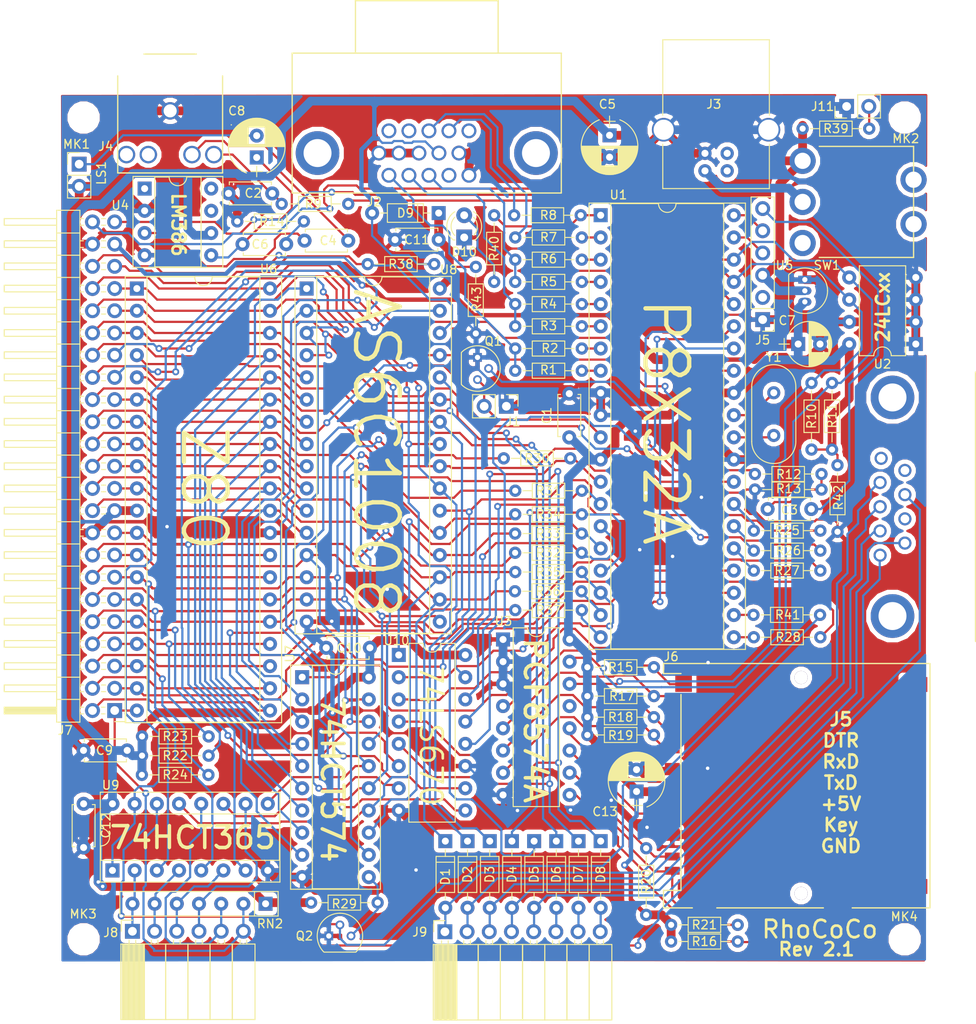
<source format=kicad_pcb>
(kicad_pcb (version 20170123) (host pcbnew no-vcs-found-1f6854f~59~ubuntu16.04.1)
  (layers (0 F.Cu signal) (31 B.Cu signal) (34 B.Paste user hide) (35 F.Paste user hide) (36 B.SilkS user) (37 F.SilkS user) (38 B.Mask user hide) (39 F.Mask user hide) (44 Edge.Cuts user hide))
  (net 0 "")
  (net 1 "Net-(J10-Pad5)")
  (net 2 "Net-(J10-Pad7)")
  (net 3 "Net-(J10-Pad9)")
  (net 4 GND)
  (net 5 +5V)
  (net 6 /RED)
  (net 7 /GREEN)
  (net 8 /BLUE)
  (net 9 "Net-(J2-Pad4)")
  (net 10 "Net-(J2-Pad11)")
  (net 11 "Net-(J2-Pad12)")
  (net 12 /H-SYN)
  (net 13 /V-SYN)
  (net 14 "Net-(J2-Pad15)")
  (net 15 "Net-(J3-Pad1)")
  (net 16 "Net-(SW1-Pad3)")
  (net 17 "Net-(C2-Pad1)")
  (net 18 "Net-(J4-Pad2)")
  (net 19 "Net-(C4-Pad2)")
  (net 20 "Net-(J4-Pad5)")
  (net 21 /z80ram/IORQ)
  (net 22 Z80-nIORQ)
  (net 23 "Net-(Q1-Pad2)")
  (net 24 "Net-(J1-Pad2)")
  (net 25 +3V3)
  (net 26 PROP-nRD)
  (net 27 /z80ram/nRD)
  (net 28 Z80-D4)
  (net 29 PROP-D3)
  (net 30 PROP-nWR)
  (net 31 /z80ram/nWR)
  (net 32 /z80ram/nMREQ)
  (net 33 PROP-nMREQ)
  (net 34 PROP-nBUSRQ)
  (net 35 /z80ram/nBUSREQ)
  (net 36 "Net-(J6-Pad7)")
  (net 37 PROP-D0)
  (net 38 /z80ram/Z80-D7)
  (net 39 /z80ram/Z80-D6)
  (net 40 PROP-D1)
  (net 41 PROP-D2)
  (net 42 Z80-D5)
  (net 43 "Net-(R6-Pad1)")
  (net 44 /z80ram/nHALT)
  (net 45 /z80ram/nWAIT)
  (net 46 /z80ram/nINT)
  (net 47 "Net-(R2-Pad1)")
  (net 48 "Net-(R5-Pad1)")
  (net 49 "Net-(R1-Pad1)")
  (net 50 "Net-(R4-Pad1)")
  (net 51 "Net-(R3-Pad1)")
  (net 52 "Net-(J6-Pad9)")
  (net 53 PROP-D4)
  (net 54 Z80-D3)
  (net 55 "Net-(J6-Pad2)")
  (net 56 "Net-(J6-Pad8)")
  (net 57 "Net-(J6-Pad1)")
  (net 58 "Net-(J6-Pad11)")
  (net 59 "Net-(J6-Pad10)")
  (net 60 "Net-(C6-Pad2)")
  (net 61 "Net-(C3-Pad2)")
  (net 62 I2C-SCL)
  (net 63 PROP-D5)
  (net 64 Z80-D2)
  (net 65 Z80-D1)
  (net 66 PROP-D6)
  (net 67 PROP-D7)
  (net 68 Z80-D0)
  (net 69 "Net-(R7-Pad1)")
  (net 70 /PWM_AUDIO)
  (net 71 I2C-SDA)
  (net 72 /DTR)
  (net 73 /RXD)
  (net 74 /TXD)
  (net 75 "Net-(J5-Pad2)")
  (net 76 "Net-(C8-Pad2)")
  (net 77 Z80-A11)
  (net 78 Z80-A10)
  (net 79 Z80-A12)
  (net 80 Z80-A9)
  (net 81 Z80-A13)
  (net 82 Z80-A8)
  (net 83 Z80-A14)
  (net 84 /z80ram/Z80-A7)
  (net 85 Z80-A15)
  (net 86 /z80ram/Z80-A6)
  (net 87 Z80-nCLK)
  (net 88 /z80ram/Z80-A5)
  (net 89 /z80ram/Z80-A4)
  (net 90 /z80ram/Z80-A3)
  (net 91 /z80ram/Z80-A2)
  (net 92 /z80ram/Z80-A1)
  (net 93 /z80ram/Z80-A0)
  (net 94 /z80ram/nRFSH)
  (net 95 /z80ram/nM1)
  (net 96 Z80-nRESET)
  (net 97 Z80-nNMI)
  (net 98 /z80ram/nBUSACK)
  (net 99 "Net-(U4-Pad8)")
  (net 100 "Net-(U4-Pad7)")
  (net 101 "Net-(C4-Pad1)")
  (net 102 "Net-(C6-Pad1)")
  (net 103 "Net-(U4-Pad1)")
  (net 104 "Net-(U1-Pad30)")
  (net 105 "Net-(U1-Pad31)")
  (net 106 nKEYBOARD_READ)
  (net 107 PROP-nRDADR)
  (net 108 "Net-(C11-Pad1)")
  (net 109 "Net-(U3-Pad13)")
  (net 110 "Net-(J6-Pad5)")
  (net 111 "Net-(J3-Pad3)")
  (net 112 "Net-(J3-Pad2)")
  (net 113 /z80ram/KEYBOARD/KeyAddress10)
  (net 114 /z80ram/KEYBOARD/KeyAddress11)
  (net 115 /z80ram/KEYBOARD/KeyAddress12)
  (net 116 /z80ram/KEYBOARD/KeyData5)
  (net 117 /z80ram/KEYBOARD/KeyAddress13)
  (net 118 /z80ram/KEYBOARD/KeyAddress9)
  (net 119 /z80ram/KEYBOARD/KeyAddress15)
  (net 120 /z80ram/KEYBOARD/KeyAddress14)
  (net 121 /z80ram/KEYBOARD/KeyAddress8)
  (net 122 /z80ram/KEYBOARD/KeyData4)
  (net 123 /z80ram/KEYBOARD/KeyData3)
  (net 124 /z80ram/KEYBOARD/KeyData2)
  (net 125 /z80ram/KEYBOARD/KeyData1)
  (net 126 /z80ram/KEYBOARD/KeyData0)
  (net 127 "Net-(J11-Pad2)")
  (net 128 "Net-(D10-Pad2)")
  (net 129 "Net-(R40-Pad1)")
  (net 130 /z80ram/RAM-A15)
  (net 131 /z80ram/RAM-A14)
  (net 132 /z80ram/RAM-A16)
  (net 133 nWR_4X4)
  (net 134 /z80ram/nDisable-RAM/A18)
  (net 135 /z80ram/RAM-A17)
  (net 136 /z80ram/nIOREQ)
  (module Capacitors_THT:CP_Radial_D6.3mm_P2.50mm (layer F.Cu) (at 159.3 126.1 90)
    (fp_text reference C13 (at -2.3 -3.6) (layer F.SilkS))
    (fp_text value "220uF 10V")
    (pad 2 thru_hole circle (at 2.5 0 90) (size 1.6 1.6) (drill 0.8) (layers *.Cu *.Mask) (net 4 GND))
    (pad 1 thru_hole rect (at 0 0 90) (size 1.6 1.6) (drill 0.8) (layers *.Cu *.Mask) (net 25 +3V3))
  )
  (module rfbacklight:SD-67600-006 (layer F.Cu) (at 163.3855 125.4125)
    (fp_text reference J6 (at -0.127 -14.732) (layer F.SilkS))
    (fp_text value SD_Card)
    (pad 9 smd rect (at 0 -9.375) (size 1.7 1.4) (layers F.Cu F.Paste F.Mask) (net 52 "Net-(J6-Pad9)"))
    (pad 1 smd rect (at 0 -6.875) (size 1.7 1.4) (layers F.Cu F.Paste F.Mask) (net 57 "Net-(J6-Pad1)"))
    (pad 2 smd rect (at 0 -4.375) (size 1.7 1.4) (layers F.Cu F.Paste F.Mask) (net 55 "Net-(J6-Pad2)"))
    (pad 3 smd rect (at 0 -1.875) (size 1.7 1.4) (layers F.Cu F.Paste F.Mask) (net 4 GND))
    (pad 4 smd rect (at 0 0.625) (size 1.7 1.4) (layers F.Cu F.Paste F.Mask) (net 25 +3V3))
    (pad 5 smd rect (at 0 3.125) (size 1.7 1.4) (layers F.Cu F.Paste F.Mask) (net 110 "Net-(J6-Pad5)"))
    (pad 6 smd rect (at 0 5.625) (size 1.7 1.4) (layers F.Cu F.Paste F.Mask) (net 4 GND))
    (pad 7 smd rect (at 0 8.125) (size 1.7 0.9) (layers F.Cu F.Paste F.Mask) (net 36 "Net-(J6-Pad7)"))
    (pad 8 smd rect (at 0 9.75) (size 1.7 0.9) (layers F.Cu F.Paste F.Mask) (net 56 "Net-(J6-Pad8)"))
    (pad 10 smd rect (at 1.3 -11.65) (size 1.9 1.9) (layers F.Cu F.Paste F.Mask) (net 59 "Net-(J6-Pad10)"))
    (pad 11 smd rect (at 18.95 13.7) (size 2.1 2) (layers F.Cu F.Paste F.Mask) (net 58 "Net-(J6-Pad11)"))
    (pad 12 smd rect (at 3.68 13.7) (size 1.9 1.9) (layers F.Cu F.Paste F.Mask) (net 4 GND))
    (pad 13 smd rect (at 27.8 -11.55) (size 2.8 1.7) (layers F.Cu F.Paste F.Mask) (net 4 GND))
    (pad 13 smd rect (at 27.8 11.55) (size 2.8 1.7) (layers F.Cu F.Paste F.Mask) (net 4 GND))
    (pad 14 thru_hole circle (at 14.75 -12.35) (size 1.5 1.5) (drill 1.5) (layers *.Cu *.Mask))
    (pad 15 thru_hole circle (at 14.75 12.35) (size 1.5 1.5) (drill 1.5) (layers *.Cu *.Mask))
  )
  (module Capacitors_THT:C_Disc_D4.7mm_W2.5mm_P5.00mm (layer F.Cu) (at 96.012 127.508 270)
    (fp_text reference C12 (at 2.5 -2.56 270) (layer F.SilkS))
    (fp_text value 100nF)
    (pad 2 thru_hole circle (at 5 0 270) (size 1.6 1.6) (drill 0.8) (layers *.Cu *.Mask) (net 4 GND))
    (pad 1 thru_hole circle (at 0 0 270) (size 1.6 1.6) (drill 0.8) (layers *.Cu *.Mask) (net 5 +5V))
  )
  (module Capacitors_THT:C_Disc_D4.7mm_W2.5mm_P5.00mm (layer F.Cu) (at 136.652 62.992 180)
    (fp_text reference C11 (at 2.5 -0.008 180) (layer F.SilkS))
    (fp_text value 100nF)
    (pad 1 thru_hole circle (at 0 0 180) (size 1.6 1.6) (drill 0.8) (layers *.Cu *.Mask) (net 108 "Net-(C11-Pad1)"))
    (pad 2 thru_hole circle (at 5 0 180) (size 1.6 1.6) (drill 0.8) (layers *.Cu *.Mask) (net 4 GND))
  )
  (module Capacitors_THT:C_Disc_D4.7mm_W2.5mm_P5.00mm (layer F.Cu) (at 96 121.4)
    (fp_text reference C9 (at 2.4 0) (layer F.SilkS))
    (fp_text value 100nF)
    (pad 2 thru_hole circle (at 5 0) (size 1.6 1.6) (drill 0.8) (layers *.Cu *.Mask) (net 5 +5V))
    (pad 1 thru_hole circle (at 0 0) (size 1.6 1.6) (drill 0.8) (layers *.Cu *.Mask) (net 4 GND))
  )
  (module Capacitors_THT:C_Disc_D4.7mm_W2.5mm_P5.00mm (layer F.Cu) (at 114.2 63.5)
    (fp_text reference C6 (at 2.008 0.019) (layer F.SilkS))
    (fp_text value 4.7nF)
    (pad 1 thru_hole circle (at 0 0) (size 1.6 1.6) (drill 0.8) (layers *.Cu *.Mask) (net 102 "Net-(C6-Pad1)"))
    (pad 2 thru_hole circle (at 5 0) (size 1.6 1.6) (drill 0.8) (layers *.Cu *.Mask) (net 60 "Net-(C6-Pad2)"))
  )
  (module Capacitors_THT:C_Disc_D4.7mm_W2.5mm_P5.00mm (layer F.Cu) (at 121.3 63.1)
    (fp_text reference C4 (at 2.7 0) (layer F.SilkS))
    (fp_text value 100nF)
    (pad 2 thru_hole circle (at 5 0) (size 1.6 1.6) (drill 0.8) (layers *.Cu *.Mask) (net 19 "Net-(C4-Pad2)"))
    (pad 1 thru_hole circle (at 0 0) (size 1.6 1.6) (drill 0.8) (layers *.Cu *.Mask) (net 101 "Net-(C4-Pad1)"))
  )
  (module Capacitors_THT:C_Disc_D4.7mm_W2.5mm_P5.00mm (layer F.Cu) (at 179.3 93.8 180)
    (fp_text reference C3 (at 2.5 -0.1 180) (layer F.SilkS))
    (fp_text value 100nF)
    (pad 1 thru_hole circle (at 0 0 180) (size 1.6 1.6) (drill 0.8) (layers *.Cu *.Mask) (net 72 /DTR))
    (pad 2 thru_hole circle (at 5 0 180) (size 1.6 1.6) (drill 0.8) (layers *.Cu *.Mask) (net 61 "Net-(C3-Pad2)"))
  )
  (module Capacitors_THT:C_Disc_D4.7mm_W2.5mm_P5.00mm (layer F.Cu) (at 117.6 57.7 180)
    (fp_text reference C2 (at 2.178 0.028 180) (layer F.SilkS))
    (fp_text value 10nF)
    (pad 2 thru_hole circle (at 5 0 180) (size 1.6 1.6) (drill 0.8) (layers *.Cu *.Mask) (net 4 GND))
    (pad 1 thru_hole circle (at 0 0 180) (size 1.6 1.6) (drill 0.8) (layers *.Cu *.Mask) (net 17 "Net-(C2-Pad1)"))
  )
  (module Capacitors_THT:C_Disc_D4.7mm_W2.5mm_P5.00mm (layer F.Cu) (at 151.6 85.6 90)
    (fp_text reference C1 (at 2.5 -2.56 90) (layer F.SilkS))
    (fp_text value 100nF)
    (pad 1 thru_hole circle (at 0 0 90) (size 1.6 1.6) (drill 0.8) (layers *.Cu *.Mask) (net 25 +3V3))
    (pad 2 thru_hole circle (at 5 0 90) (size 1.6 1.6) (drill 0.8) (layers *.Cu *.Mask) (net 4 GND))
  )
  (module Capacitors_THT:C_Disc_D4.7mm_W2.5mm_P5.00mm (layer F.Cu) (at 128.778 109.6645 180)
    (fp_text reference C10 (at 2.378 -0.0355 180) (layer F.SilkS))
    (fp_text value 100nF)
    (pad 2 thru_hole circle (at 5 0 180) (size 1.6 1.6) (drill 0.8) (layers *.Cu *.Mask) (net 4 GND))
    (pad 1 thru_hole circle (at 0 0 180) (size 1.6 1.6) (drill 0.8) (layers *.Cu *.Mask) (net 5 +5V))
  )
  (module Resistors_THT:R_Axial_DIN0204_L3.6mm_D1.6mm_P7.62mm_Horizontal (layer F.Cu) (at 182.3 96.4 90)
    (fp_text reference R42 (at 3.9 0.1 90) (layer F.SilkS))
    (fp_text value 3K3)
    (pad 1 thru_hole circle (at 0 0 90) (size 1.4 1.4) (drill 0.7) (layers *.Cu *.Mask) (net 4 GND))
    (pad 2 thru_hole oval (at 7.62 0 90) (size 1.4 1.4) (drill 0.7) (layers *.Cu *.Mask) (net 25 +3V3))
  )
  (module Resistors_THT:R_Axial_DIN0204_L3.6mm_D1.6mm_P7.62mm_Horizontal (layer F.Cu) (at 180.3 105.9 180)
    (fp_text reference R41 (at 3.7 0 180) (layer F.SilkS))
    (fp_text value 10K)
    (pad 2 thru_hole oval (at 7.62 0 180) (size 1.4 1.4) (drill 0.7) (layers *.Cu *.Mask) (net 22 Z80-nIORQ))
    (pad 1 thru_hole circle (at 0 0 180) (size 1.4 1.4) (drill 0.7) (layers *.Cu *.Mask) (net 136 /z80ram/nIOREQ))
  )
  (module Resistors_THT:R_Axial_DIN0204_L3.6mm_D1.6mm_P7.62mm_Horizontal (layer F.Cu) (at 140.9 66.1 270)
    (fp_text reference R43 (at 3.7 -0.1 270) (layer F.SilkS))
    (fp_text value 4K7)
    (pad 2 thru_hole oval (at 7.62 0 270) (size 1.4 1.4) (drill 0.7) (layers *.Cu *.Mask) (net 4 GND))
    (pad 1 thru_hole circle (at 0 0 270) (size 1.4 1.4) (drill 0.7) (layers *.Cu *.Mask) (net 108 "Net-(C11-Pad1)"))
  )
  (module Housings_DIP:DIP-16_W7.62mm (layer F.Cu) (at 132.08 110.49)
    (fp_text reference U10 (at -0.254 -1.651) (layer F.SilkS))
    (fp_text value 74HCT670)
    (pad 16 thru_hole oval (at 7.62 0) (size 1.6 1.6) (drill 0.8) (layers *.Cu *.Mask) (net 5 +5V))
    (pad 8 thru_hole oval (at 0 17.78) (size 1.6 1.6) (drill 0.8) (layers *.Cu *.Mask) (net 4 GND))
    (pad 15 thru_hole oval (at 7.62 2.54) (size 1.6 1.6) (drill 0.8) (layers *.Cu *.Mask) (net 41 PROP-D2))
    (pad 7 thru_hole oval (at 0 15.24) (size 1.6 1.6) (drill 0.8) (layers *.Cu *.Mask) (net 132 /z80ram/RAM-A16))
    (pad 14 thru_hole oval (at 7.62 5.08) (size 1.6 1.6) (drill 0.8) (layers *.Cu *.Mask) (net 37 PROP-D0))
    (pad 6 thru_hole oval (at 0 12.7) (size 1.6 1.6) (drill 0.8) (layers *.Cu *.Mask) (net 135 /z80ram/RAM-A17))
    (pad 13 thru_hole oval (at 7.62 7.62) (size 1.6 1.6) (drill 0.8) (layers *.Cu *.Mask) (net 40 PROP-D1))
    (pad 5 thru_hole oval (at 0 10.16) (size 1.6 1.6) (drill 0.8) (layers *.Cu *.Mask) (net 83 Z80-A14))
    (pad 12 thru_hole oval (at 7.62 10.16) (size 1.6 1.6) (drill 0.8) (layers *.Cu *.Mask) (net 133 nWR_4X4))
    (pad 4 thru_hole oval (at 0 7.62) (size 1.6 1.6) (drill 0.8) (layers *.Cu *.Mask) (net 85 Z80-A15))
    (pad 11 thru_hole oval (at 7.62 12.7) (size 1.6 1.6) (drill 0.8) (layers *.Cu *.Mask) (net 4 GND))
    (pad 3 thru_hole oval (at 0 5.08) (size 1.6 1.6) (drill 0.8) (layers *.Cu *.Mask) (net 63 PROP-D5))
    (pad 10 thru_hole oval (at 7.62 15.24) (size 1.6 1.6) (drill 0.8) (layers *.Cu *.Mask) (net 131 /z80ram/RAM-A14))
    (pad 2 thru_hole oval (at 0 2.54) (size 1.6 1.6) (drill 0.8) (layers *.Cu *.Mask) (net 53 PROP-D4))
    (pad 9 thru_hole oval (at 7.62 17.78) (size 1.6 1.6) (drill 0.8) (layers *.Cu *.Mask) (net 130 /z80ram/RAM-A15))
    (pad 1 thru_hole rect (at 0 0) (size 1.6 1.6) (drill 0.8) (layers *.Cu *.Mask) (net 29 PROP-D3))
  )
  (module Housings_DIP:DIP-20_W7.62mm_Socket (layer F.Cu) (at 121.031 113.03)
    (fp_text reference U7 (at -1.397 -2.667 270) (layer F.SilkS))
    (fp_text value 74HCT574)
    (pad 20 thru_hole oval (at 7.62 0) (size 1.6 1.6) (drill 0.8) (layers *.Cu *.Mask) (net 5 +5V))
    (pad 10 thru_hole oval (at 0 22.86) (size 1.6 1.6) (drill 0.8) (layers *.Cu *.Mask) (net 4 GND))
    (pad 19 thru_hole oval (at 7.62 2.54) (size 1.6 1.6) (drill 0.8) (layers *.Cu *.Mask) (net 68 Z80-D0))
    (pad 9 thru_hole oval (at 0 20.32) (size 1.6 1.6) (drill 0.8) (layers *.Cu *.Mask) (net 84 /z80ram/Z80-A7))
    (pad 18 thru_hole oval (at 7.62 5.08) (size 1.6 1.6) (drill 0.8) (layers *.Cu *.Mask) (net 65 Z80-D1))
    (pad 8 thru_hole oval (at 0 17.78) (size 1.6 1.6) (drill 0.8) (layers *.Cu *.Mask) (net 86 /z80ram/Z80-A6))
    (pad 17 thru_hole oval (at 7.62 7.62) (size 1.6 1.6) (drill 0.8) (layers *.Cu *.Mask) (net 64 Z80-D2))
    (pad 7 thru_hole oval (at 0 15.24) (size 1.6 1.6) (drill 0.8) (layers *.Cu *.Mask) (net 88 /z80ram/Z80-A5))
    (pad 16 thru_hole oval (at 7.62 10.16) (size 1.6 1.6) (drill 0.8) (layers *.Cu *.Mask) (net 54 Z80-D3))
    (pad 6 thru_hole oval (at 0 12.7) (size 1.6 1.6) (drill 0.8) (layers *.Cu *.Mask) (net 89 /z80ram/Z80-A4))
    (pad 15 thru_hole oval (at 7.62 12.7) (size 1.6 1.6) (drill 0.8) (layers *.Cu *.Mask) (net 28 Z80-D4))
    (pad 5 thru_hole oval (at 0 10.16) (size 1.6 1.6) (drill 0.8) (layers *.Cu *.Mask) (net 90 /z80ram/Z80-A3))
    (pad 14 thru_hole oval (at 7.62 15.24) (size 1.6 1.6) (drill 0.8) (layers *.Cu *.Mask) (net 42 Z80-D5))
    (pad 4 thru_hole oval (at 0 7.62) (size 1.6 1.6) (drill 0.8) (layers *.Cu *.Mask) (net 91 /z80ram/Z80-A2))
    (pad 13 thru_hole oval (at 7.62 17.78) (size 1.6 1.6) (drill 0.8) (layers *.Cu *.Mask) (net 39 /z80ram/Z80-D6))
    (pad 3 thru_hole oval (at 0 5.08) (size 1.6 1.6) (drill 0.8) (layers *.Cu *.Mask) (net 92 /z80ram/Z80-A1))
    (pad 12 thru_hole oval (at 7.62 20.32) (size 1.6 1.6) (drill 0.8) (layers *.Cu *.Mask) (net 38 /z80ram/Z80-D7))
    (pad 2 thru_hole oval (at 0 2.54) (size 1.6 1.6) (drill 0.8) (layers *.Cu *.Mask) (net 93 /z80ram/Z80-A0))
    (pad 11 thru_hole oval (at 7.62 22.86) (size 1.6 1.6) (drill 0.8) (layers *.Cu *.Mask) (net 21 /z80ram/IORQ))
    (pad 1 thru_hole rect (at 0 0) (size 1.6 1.6) (drill 0.8) (layers *.Cu *.Mask) (net 107 PROP-nRDADR))
  )
  (module Resistors_THT:R_Axial_DIN0204_L3.6mm_D1.6mm_P7.62mm_Horizontal (layer F.Cu) (at 122.047 138.811)
    (fp_text reference R29 (at 3.81 0.1405) (layer F.SilkS))
    (fp_text value 10K)
    (pad 1 thru_hole circle (at 0 0) (size 1.4 1.4) (drill 0.7) (layers *.Cu *.Mask) (net 5 +5V))
    (pad 2 thru_hole oval (at 7.62 0) (size 1.4 1.4) (drill 0.7) (layers *.Cu *.Mask) (net 21 /z80ram/IORQ))
  )
  (module Resistors_THT:R_Axial_DIN0204_L3.6mm_D1.6mm_P7.62mm_Horizontal (layer F.Cu) (at 110.32 122 180)
    (fp_text reference R22 (at 3.820999 -0.0055 180) (layer F.SilkS))
    (fp_text value 10K)
    (pad 2 thru_hole oval (at 7.62 0 180) (size 1.4 1.4) (drill 0.7) (layers *.Cu *.Mask) (net 5 +5V))
    (pad 1 thru_hole circle (at 0 0 180) (size 1.4 1.4) (drill 0.7) (layers *.Cu *.Mask) (net 46 /z80ram/nINT))
  )
  (module Resistors_THT:R_Axial_DIN0204_L3.6mm_D1.6mm_P7.62mm_Horizontal (layer F.Cu) (at 110.32 119.8 180)
    (fp_text reference R23 (at 3.82 0 180) (layer F.SilkS))
    (fp_text value 10K)
    (pad 1 thru_hole circle (at 0 0 180) (size 1.4 1.4) (drill 0.7) (layers *.Cu *.Mask) (net 45 /z80ram/nWAIT))
    (pad 2 thru_hole oval (at 7.62 0 180) (size 1.4 1.4) (drill 0.7) (layers *.Cu *.Mask) (net 5 +5V))
  )
  (module Resistors_THT:R_Axial_DIN0204_L3.6mm_D1.6mm_P7.62mm_Horizontal (layer F.Cu) (at 110.3 124.2 180)
    (fp_text reference R24 (at 3.81 0 180) (layer F.SilkS))
    (fp_text value 10K)
    (pad 2 thru_hole oval (at 7.62 0 180) (size 1.4 1.4) (drill 0.7) (layers *.Cu *.Mask) (net 5 +5V))
    (pad 1 thru_hole circle (at 0 0 180) (size 1.4 1.4) (drill 0.7) (layers *.Cu *.Mask) (net 44 /z80ram/nHALT))
  )
  (module TO_SOT_Packages_THT:TO-92_Molded_Narrow (layer F.Cu) (at 124.079 142.621)
    (fp_text reference Q2 (at -2.794 0) (layer F.SilkS))
    (fp_text value 2N7000)
    (pad 1 thru_hole rect (at 0 0 90) (size 1 1) (drill 0.6) (layers *.Cu *.Mask) (net 4 GND))
    (pad 3 thru_hole circle (at 2.54 0 90) (size 1 1) (drill 0.6) (layers *.Cu *.Mask) (net 21 /z80ram/IORQ))
    (pad 2 thru_hole circle (at 1.27 -1.27 90) (size 1 1) (drill 0.6) (layers *.Cu *.Mask) (net 136 /z80ram/nIOREQ))
  )
  (module Resistors_THT:R_Axial_DIN0204_L3.6mm_D1.6mm_P7.62mm_Horizontal (layer F.Cu) (at 143.002 60.198 270)
    (fp_text reference R40 (at 3.81 0 270) (layer F.SilkS))
    (fp_text value 1K)
    (pad 2 thru_hole oval (at 7.62 0 270) (size 1.4 1.4) (drill 0.7) (layers *.Cu *.Mask) (net 128 "Net-(D10-Pad2)"))
    (pad 1 thru_hole circle (at 0 0 270) (size 1.4 1.4) (drill 0.7) (layers *.Cu *.Mask) (net 129 "Net-(R40-Pad1)"))
  )
  (module LEDs:LED_D3.0mm (layer F.Cu) (at 139.573 62.738 90)
    (fp_text reference D10 (at -1.651 0 -180) (layer F.SilkS))
    (fp_text value LED)
    (pad 2 thru_hole circle (at 2.54 0 90) (size 1.8 1.8) (drill 0.9) (layers *.Cu *.Mask) (net 128 "Net-(D10-Pad2)"))
    (pad 1 thru_hole rect (at 0 0 90) (size 1.8 1.8) (drill 0.9) (layers *.Cu *.Mask) (net 4 GND))
  )
  (module Pin_Headers:Pin_Header_Straight_1x02_Pitch2.54mm (layer F.Cu) (at 183.343333 47.752 90)
    (fp_text reference J11 (at 0 -2.749333 180) (layer F.SilkS))
    (fp_text value CONN_01X02)
    (pad 2 thru_hole oval (at 0 2.54 90) (size 1.7 1.7) (drill 1) (layers *.Cu *.Mask) (net 127 "Net-(J11-Pad2)"))
    (pad 1 thru_hole rect (at 0 0 90) (size 1.7 1.7) (drill 1) (layers *.Cu *.Mask) (net 4 GND))
  )
  (module Resistors_THT:R_Axial_DIN0204_L3.6mm_D1.6mm_P7.62mm_Horizontal (layer F.Cu) (at 185.928 50.292 180)
    (fp_text reference R39 (at 3.81 0 180) (layer F.SilkS))
    (fp_text value 270R)
    (pad 2 thru_hole oval (at 7.62 0 180) (size 1.4 1.4) (drill 0.7) (layers *.Cu *.Mask) (net 5 +5V))
    (pad 1 thru_hole circle (at 0 0 180) (size 1.4 1.4) (drill 0.7) (layers *.Cu *.Mask) (net 127 "Net-(J11-Pad2)"))
  )
  (module Socket_Strips:Socket_Strip_Angled_1x08_Pitch2.54mm (layer F.Cu) (at 137.3632 142.1384 90)
    (fp_text reference J9 (at -0.0381 -2.8702 180) (layer F.SilkS))
    (fp_text value CONN_01X08)
    (pad 8 thru_hole oval (at 0 17.78 90) (size 1.7 1.7) (drill 1) (layers *.Cu *.Mask) (net 119 /z80ram/KEYBOARD/KeyAddress15))
    (pad 7 thru_hole oval (at 0 15.24 90) (size 1.7 1.7) (drill 1) (layers *.Cu *.Mask) (net 120 /z80ram/KEYBOARD/KeyAddress14))
    (pad 6 thru_hole oval (at 0 12.7 90) (size 1.7 1.7) (drill 1) (layers *.Cu *.Mask) (net 121 /z80ram/KEYBOARD/KeyAddress8))
    (pad 5 thru_hole oval (at 0 10.16 90) (size 1.7 1.7) (drill 1) (layers *.Cu *.Mask) (net 117 /z80ram/KEYBOARD/KeyAddress13))
    (pad 4 thru_hole oval (at 0 7.62 90) (size 1.7 1.7) (drill 1) (layers *.Cu *.Mask) (net 115 /z80ram/KEYBOARD/KeyAddress12))
    (pad 3 thru_hole oval (at 0 5.08 90) (size 1.7 1.7) (drill 1) (layers *.Cu *.Mask) (net 118 /z80ram/KEYBOARD/KeyAddress9))
    (pad 2 thru_hole oval (at 0 2.54 90) (size 1.7 1.7) (drill 1) (layers *.Cu *.Mask) (net 113 /z80ram/KEYBOARD/KeyAddress10))
    (pad 1 thru_hole rect (at 0 0 90) (size 1.7 1.7) (drill 1) (layers *.Cu *.Mask) (net 114 /z80ram/KEYBOARD/KeyAddress11))
  )
  (module Resistors_THT:R_Array_SIP7 (layer F.Cu) (at 116.84 138.938 180)
    (fp_text reference RN2 (at -0.508 -2.286 180) (layer F.SilkS))
    (fp_text value "4K7 x 6 SIP")
    (pad 7 thru_hole oval (at 15.24 0 180) (size 1.6 1.6) (drill 0.8) (layers *.Cu *.Mask) (net 126 /z80ram/KEYBOARD/KeyData0))
    (pad 6 thru_hole oval (at 12.7 0 180) (size 1.6 1.6) (drill 0.8) (layers *.Cu *.Mask) (net 125 /z80ram/KEYBOARD/KeyData1))
    (pad 5 thru_hole oval (at 10.16 0 180) (size 1.6 1.6) (drill 0.8) (layers *.Cu *.Mask) (net 124 /z80ram/KEYBOARD/KeyData2))
    (pad 4 thru_hole oval (at 7.62 0 180) (size 1.6 1.6) (drill 0.8) (layers *.Cu *.Mask) (net 123 /z80ram/KEYBOARD/KeyData3))
    (pad 3 thru_hole oval (at 5.08 0 180) (size 1.6 1.6) (drill 0.8) (layers *.Cu *.Mask) (net 122 /z80ram/KEYBOARD/KeyData4))
    (pad 2 thru_hole oval (at 2.54 0 180) (size 1.6 1.6) (drill 0.8) (layers *.Cu *.Mask) (net 116 /z80ram/KEYBOARD/KeyData5))
    (pad 1 thru_hole rect (at 0 0 180) (size 1.6 1.6) (drill 0.8) (layers *.Cu *.Mask) (net 5 +5V))
  )
  (module Socket_Strips:Socket_Strip_Angled_1x06_Pitch2.54mm (layer F.Cu) (at 101.6 142.0876 90)
    (fp_text reference J8 (at -0.1524 -2.4765 180) (layer F.SilkS))
    (fp_text value CONN_01X06)
    (pad 6 thru_hole oval (at 0 12.7 90) (size 1.7 1.7) (drill 1) (layers *.Cu *.Mask) (net 116 /z80ram/KEYBOARD/KeyData5))
    (pad 5 thru_hole oval (at 0 10.16 90) (size 1.7 1.7) (drill 1) (layers *.Cu *.Mask) (net 122 /z80ram/KEYBOARD/KeyData4))
    (pad 4 thru_hole oval (at 0 7.62 90) (size 1.7 1.7) (drill 1) (layers *.Cu *.Mask) (net 123 /z80ram/KEYBOARD/KeyData3))
    (pad 3 thru_hole oval (at 0 5.08 90) (size 1.7 1.7) (drill 1) (layers *.Cu *.Mask) (net 124 /z80ram/KEYBOARD/KeyData2))
    (pad 2 thru_hole oval (at 0 2.54 90) (size 1.7 1.7) (drill 1) (layers *.Cu *.Mask) (net 125 /z80ram/KEYBOARD/KeyData1))
    (pad 1 thru_hole rect (at 0 0 90) (size 1.7 1.7) (drill 1) (layers *.Cu *.Mask) (net 126 /z80ram/KEYBOARD/KeyData0))
  )
  (module Housings_DIP:DIP-32_W15.24mm_Socket (layer F.Cu) (at 121.539 68.58)
    (fp_text reference U8 (at 16.256 -2.159) (layer F.SilkS))
    (fp_text value AS6C1008)
    (pad 32 thru_hole oval (at 15.24 0) (size 1.6 1.6) (drill 0.8) (layers *.Cu *.Mask) (net 108 "Net-(C11-Pad1)"))
    (pad 16 thru_hole oval (at 0 38.1) (size 1.6 1.6) (drill 0.8) (layers *.Cu *.Mask) (net 4 GND))
    (pad 31 thru_hole oval (at 15.24 2.54) (size 1.6 1.6) (drill 0.8) (layers *.Cu *.Mask) (net 130 /z80ram/RAM-A15))
    (pad 15 thru_hole oval (at 0 35.56) (size 1.6 1.6) (drill 0.8) (layers *.Cu *.Mask) (net 65 Z80-D1))
    (pad 30 thru_hole oval (at 15.24 5.08) (size 1.6 1.6) (drill 0.8) (layers *.Cu *.Mask) (net 134 /z80ram/nDisable-RAM/A18))
    (pad 14 thru_hole oval (at 0 33.02) (size 1.6 1.6) (drill 0.8) (layers *.Cu *.Mask) (net 68 Z80-D0))
    (pad 29 thru_hole oval (at 15.24 7.62) (size 1.6 1.6) (drill 0.8) (layers *.Cu *.Mask) (net 31 /z80ram/nWR))
    (pad 13 thru_hole oval (at 0 30.48) (size 1.6 1.6) (drill 0.8) (layers *.Cu *.Mask) (net 38 /z80ram/Z80-D7))
    (pad 28 thru_hole oval (at 15.24 10.16) (size 1.6 1.6) (drill 0.8) (layers *.Cu *.Mask) (net 81 Z80-A13))
    (pad 12 thru_hole oval (at 0 27.94) (size 1.6 1.6) (drill 0.8) (layers *.Cu *.Mask) (net 93 /z80ram/Z80-A0))
    (pad 27 thru_hole oval (at 15.24 12.7) (size 1.6 1.6) (drill 0.8) (layers *.Cu *.Mask) (net 82 Z80-A8))
    (pad 11 thru_hole oval (at 0 25.4) (size 1.6 1.6) (drill 0.8) (layers *.Cu *.Mask) (net 92 /z80ram/Z80-A1))
    (pad 26 thru_hole oval (at 15.24 15.24) (size 1.6 1.6) (drill 0.8) (layers *.Cu *.Mask) (net 80 Z80-A9))
    (pad 10 thru_hole oval (at 0 22.86) (size 1.6 1.6) (drill 0.8) (layers *.Cu *.Mask) (net 91 /z80ram/Z80-A2))
    (pad 25 thru_hole oval (at 15.24 17.78) (size 1.6 1.6) (drill 0.8) (layers *.Cu *.Mask) (net 77 Z80-A11))
    (pad 9 thru_hole oval (at 0 20.32) (size 1.6 1.6) (drill 0.8) (layers *.Cu *.Mask) (net 90 /z80ram/Z80-A3))
    (pad 24 thru_hole oval (at 15.24 20.32) (size 1.6 1.6) (drill 0.8) (layers *.Cu *.Mask) (net 27 /z80ram/nRD))
    (pad 8 thru_hole oval (at 0 17.78) (size 1.6 1.6) (drill 0.8) (layers *.Cu *.Mask) (net 89 /z80ram/Z80-A4))
    (pad 23 thru_hole oval (at 15.24 22.86) (size 1.6 1.6) (drill 0.8) (layers *.Cu *.Mask) (net 78 Z80-A10))
    (pad 7 thru_hole oval (at 0 15.24) (size 1.6 1.6) (drill 0.8) (layers *.Cu *.Mask) (net 88 /z80ram/Z80-A5))
    (pad 22 thru_hole oval (at 15.24 25.4) (size 1.6 1.6) (drill 0.8) (layers *.Cu *.Mask) (net 32 /z80ram/nMREQ))
    (pad 6 thru_hole oval (at 0 12.7) (size 1.6 1.6) (drill 0.8) (layers *.Cu *.Mask) (net 86 /z80ram/Z80-A6))
    (pad 21 thru_hole oval (at 15.24 27.94) (size 1.6 1.6) (drill 0.8) (layers *.Cu *.Mask) (net 28 Z80-D4))
    (pad 5 thru_hole oval (at 0 10.16) (size 1.6 1.6) (drill 0.8) (layers *.Cu *.Mask) (net 84 /z80ram/Z80-A7))
    (pad 20 thru_hole oval (at 15.24 30.48) (size 1.6 1.6) (drill 0.8) (layers *.Cu *.Mask) (net 54 Z80-D3))
    (pad 4 thru_hole oval (at 0 7.62) (size 1.6 1.6) (drill 0.8) (layers *.Cu *.Mask) (net 79 Z80-A12))
    (pad 19 thru_hole oval (at 15.24 33.02) (size 1.6 1.6) (drill 0.8) (layers *.Cu *.Mask) (net 42 Z80-D5))
    (pad 3 thru_hole oval (at 0 5.08) (size 1.6 1.6) (drill 0.8) (layers *.Cu *.Mask) (net 131 /z80ram/RAM-A14))
    (pad 18 thru_hole oval (at 15.24 35.56) (size 1.6 1.6) (drill 0.8) (layers *.Cu *.Mask) (net 39 /z80ram/Z80-D6))
    (pad 2 thru_hole oval (at 0 2.54) (size 1.6 1.6) (drill 0.8) (layers *.Cu *.Mask) (net 132 /z80ram/RAM-A16))
    (pad 17 thru_hole oval (at 15.24 38.1) (size 1.6 1.6) (drill 0.8) (layers *.Cu *.Mask) (net 64 Z80-D2))
    (pad 1 thru_hole rect (at 0 0) (size 1.6 1.6) (drill 0.8) (layers *.Cu *.Mask) (net 135 /z80ram/RAM-A17))
  )
  (module Housings_DIP:DIP-40_W15.24mm_Socket (layer F.Cu) (at 155.194 60.198)
    (fp_text reference U1 (at 2.032 -2.33) (layer F.SilkS))
    (fp_text value P8X32A)
    (pad 1 thru_hole rect (at 0 0) (size 1.6 1.6) (drill 0.8) (layers *.Cu *.Mask) (net 129 "Net-(R40-Pad1)"))
    (pad 21 thru_hole oval (at 15.24 48.26) (size 1.6 1.6) (drill 0.8) (layers *.Cu *.Mask) (net 34 PROP-nBUSRQ))
    (pad 2 thru_hole oval (at 0 2.54) (size 1.6 1.6) (drill 0.8) (layers *.Cu *.Mask) (net 69 "Net-(R7-Pad1)"))
    (pad 22 thru_hole oval (at 15.24 45.72) (size 1.6 1.6) (drill 0.8) (layers *.Cu *.Mask) (net 22 Z80-nIORQ))
    (pad 3 thru_hole oval (at 0 5.08) (size 1.6 1.6) (drill 0.8) (layers *.Cu *.Mask) (net 43 "Net-(R6-Pad1)"))
    (pad 23 thru_hole oval (at 15.24 43.18) (size 1.6 1.6) (drill 0.8) (layers *.Cu *.Mask) (net 97 Z80-nNMI))
    (pad 4 thru_hole oval (at 0 7.62) (size 1.6 1.6) (drill 0.8) (layers *.Cu *.Mask) (net 48 "Net-(R5-Pad1)"))
    (pad 24 thru_hole oval (at 15.24 40.64) (size 1.6 1.6) (drill 0.8) (layers *.Cu *.Mask) (net 96 Z80-nRESET))
    (pad 5 thru_hole oval (at 0 10.16) (size 1.6 1.6) (drill 0.8) (layers *.Cu *.Mask) (net 50 "Net-(R4-Pad1)"))
    (pad 25 thru_hole oval (at 15.24 38.1) (size 1.6 1.6) (drill 0.8) (layers *.Cu *.Mask) (net 33 PROP-nMREQ))
    (pad 6 thru_hole oval (at 0 12.7) (size 1.6 1.6) (drill 0.8) (layers *.Cu *.Mask) (net 51 "Net-(R3-Pad1)"))
    (pad 26 thru_hole oval (at 15.24 35.56) (size 1.6 1.6) (drill 0.8) (layers *.Cu *.Mask) (net 30 PROP-nWR))
    (pad 7 thru_hole oval (at 0 15.24) (size 1.6 1.6) (drill 0.8) (layers *.Cu *.Mask) (net 47 "Net-(R2-Pad1)"))
    (pad 27 thru_hole oval (at 15.24 33.02) (size 1.6 1.6) (drill 0.8) (layers *.Cu *.Mask) (net 26 PROP-nRD))
    (pad 8 thru_hole oval (at 0 17.78) (size 1.6 1.6) (drill 0.8) (layers *.Cu *.Mask) (net 49 "Net-(R1-Pad1)"))
    (pad 28 thru_hole oval (at 15.24 30.48) (size 1.6 1.6) (drill 0.8) (layers *.Cu *.Mask) (net 87 Z80-nCLK))
    (pad 9 thru_hole oval (at 0 20.32) (size 1.6 1.6) (drill 0.8) (layers *.Cu *.Mask) (net 4 GND))
    (pad 29 thru_hole oval (at 15.24 27.94) (size 1.6 1.6) (drill 0.8) (layers *.Cu *.Mask) (net 4 GND))
    (pad 10 thru_hole oval (at 0 22.86) (size 1.6 1.6) (drill 0.8) (layers *.Cu *.Mask) (net 4 GND))
    (pad 30 thru_hole oval (at 15.24 25.4) (size 1.6 1.6) (drill 0.8) (layers *.Cu *.Mask) (net 104 "Net-(U1-Pad30)"))
    (pad 11 thru_hole oval (at 0 25.4) (size 1.6 1.6) (drill 0.8) (layers *.Cu *.Mask) (net 24 "Net-(J1-Pad2)"))
    (pad 31 thru_hole oval (at 15.24 22.86) (size 1.6 1.6) (drill 0.8) (layers *.Cu *.Mask) (net 105 "Net-(U1-Pad31)"))
    (pad 12 thru_hole oval (at 0 27.94) (size 1.6 1.6) (drill 0.8) (layers *.Cu *.Mask) (net 25 +3V3))
    (pad 32 thru_hole oval (at 15.24 20.32) (size 1.6 1.6) (drill 0.8) (layers *.Cu *.Mask) (net 25 +3V3))
    (pad 13 thru_hole oval (at 0 30.48) (size 1.6 1.6) (drill 0.8) (layers *.Cu *.Mask) (net 37 PROP-D0))
    (pad 33 thru_hole oval (at 15.24 17.78) (size 1.6 1.6) (drill 0.8) (layers *.Cu *.Mask) (net 106 nKEYBOARD_READ))
    (pad 14 thru_hole oval (at 0 33.02) (size 1.6 1.6) (drill 0.8) (layers *.Cu *.Mask) (net 40 PROP-D1))
    (pad 34 thru_hole oval (at 15.24 15.24) (size 1.6 1.6) (drill 0.8) (layers *.Cu *.Mask) (net 133 nWR_4X4))
    (pad 15 thru_hole oval (at 0 35.56) (size 1.6 1.6) (drill 0.8) (layers *.Cu *.Mask) (net 41 PROP-D2))
    (pad 35 thru_hole oval (at 15.24 12.7) (size 1.6 1.6) (drill 0.8) (layers *.Cu *.Mask) (net 107 PROP-nRDADR))
    (pad 16 thru_hole oval (at 0 38.1) (size 1.6 1.6) (drill 0.8) (layers *.Cu *.Mask) (net 29 PROP-D3))
    (pad 36 thru_hole oval (at 15.24 10.16) (size 1.6 1.6) (drill 0.8) (layers *.Cu *.Mask) (net 70 /PWM_AUDIO))
    (pad 17 thru_hole oval (at 0 40.64) (size 1.6 1.6) (drill 0.8) (layers *.Cu *.Mask) (net 53 PROP-D4))
    (pad 37 thru_hole oval (at 15.24 7.62) (size 1.6 1.6) (drill 0.8) (layers *.Cu *.Mask) (net 62 I2C-SCL))
    (pad 18 thru_hole oval (at 0 43.18) (size 1.6 1.6) (drill 0.8) (layers *.Cu *.Mask) (net 63 PROP-D5))
    (pad 38 thru_hole oval (at 15.24 5.08) (size 1.6 1.6) (drill 0.8) (layers *.Cu *.Mask) (net 71 I2C-SDA))
    (pad 19 thru_hole oval (at 0 45.72) (size 1.6 1.6) (drill 0.8) (layers *.Cu *.Mask) (net 66 PROP-D6))
    (pad 39 thru_hole oval (at 15.24 2.54) (size 1.6 1.6) (drill 0.8) (layers *.Cu *.Mask) (net 74 /TXD))
    (pad 20 thru_hole oval (at 0 48.26) (size 1.6 1.6) (drill 0.8) (layers *.Cu *.Mask) (net 67 PROP-D7))
    (pad 40 thru_hole oval (at 15.24 0) (size 1.6 1.6) (drill 0.8) (layers *.Cu *.Mask) (net 73 /RXD))
  )
  (module Resistors_THT:R_Axial_DIN0204_L3.6mm_D1.6mm_P7.62mm_Horizontal (layer F.Cu) (at 161.29 111.887 180)
    (fp_text reference R15 (at 3.81 0 180) (layer F.SilkS))
    (fp_text value 10K)
    (pad 1 thru_hole circle (at 0 0 180) (size 1.4 1.4) (drill 0.7) (layers *.Cu *.Mask) (net 59 "Net-(J6-Pad10)"))
    (pad 2 thru_hole oval (at 7.62 0 180) (size 1.4 1.4) (drill 0.7) (layers *.Cu *.Mask) (net 25 +3V3))
  )
  (module rfbacklight:dB09-MALE (layer F.Cu) (at 188.595 93.5355 90)
    (fp_text reference J10 (at -12.5 0.5 90) (layer F.SilkS))
    (fp_text value DB9_MALE)
    (pad M1 thru_hole circle (at -12.5 0 90) (size 5 5) (drill 3.2) (layers *.Cu *.Mask))
    (pad M2 thru_hole circle (at 12.5 0 90) (size 5 5) (drill 3.2) (layers *.Cu *.Mask))
    (pad 3 thru_hole circle (at 0 -1.42 90) (size 1.524 1.524) (drill 1) (layers *.Cu *.Mask) (net 113 /z80ram/KEYBOARD/KeyAddress10))
    (pad 4 thru_hole circle (at 2.77 -1.42 90) (size 1.5 1.5) (drill 1) (layers *.Cu *.Mask) (net 114 /z80ram/KEYBOARD/KeyAddress11))
    (pad 5 thru_hole circle (at 5.54 -1.3 90) (size 1.5 1.5) (drill 1) (layers *.Cu *.Mask) (net 1 "Net-(J10-Pad5)"))
    (pad 6 thru_hole circle (at -4.155 1.42 90) (size 1.5 1.5) (drill 1) (layers *.Cu *.Mask) (net 115 /z80ram/KEYBOARD/KeyAddress12))
    (pad 7 thru_hole circle (at -1.385 1.42 90) (size 1.5 1.5) (drill 1) (layers *.Cu *.Mask) (net 2 "Net-(J10-Pad7)"))
    (pad 8 thru_hole circle (at 1.385 1.42 90) (size 1.5 1.5) (drill 1) (layers *.Cu *.Mask) (net 116 /z80ram/KEYBOARD/KeyData5))
    (pad 9 thru_hole circle (at 4.155 1.42 90) (size 1.5 1.5) (drill 1) (layers *.Cu *.Mask) (net 3 "Net-(J10-Pad9)"))
    (pad 1 thru_hole circle (at -5.54 -1.42 90) (size 1.5 1.5) (drill 1) (layers *.Cu *.Mask) (net 117 /z80ram/KEYBOARD/KeyAddress13))
    (pad 2 thru_hole circle (at -2.77 -1.42 90) (size 1.5 1.5) (drill 1) (layers *.Cu *.Mask) (net 118 /z80ram/KEYBOARD/KeyAddress9))
  )
  (module Pin_Headers:Pin_Header_Angled_2x23_Pitch2.54mm (layer F.Cu) (at 99.568 116.84 180)
    (fp_text reference J7 (at 5.655 -2.27 180) (layer F.SilkS))
    (fp_text value CONN_02X23)
    (pad 46 thru_hole oval (at 2.54 55.88 180) (size 1.7 1.7) (drill 1) (layers *.Cu *.Mask) (net 71 I2C-SDA))
    (pad 45 thru_hole oval (at 0 55.88 180) (size 1.7 1.7) (drill 1) (layers *.Cu *.Mask) (net 62 I2C-SCL))
    (pad 44 thru_hole oval (at 2.54 53.34 180) (size 1.7 1.7) (drill 1) (layers *.Cu *.Mask) (net 4 GND))
    (pad 43 thru_hole oval (at 0 53.34 180) (size 1.7 1.7) (drill 1) (layers *.Cu *.Mask) (net 25 +3V3))
    (pad 42 thru_hole oval (at 2.54 50.8 180) (size 1.7 1.7) (drill 1) (layers *.Cu *.Mask) (net 132 /z80ram/RAM-A16))
    (pad 41 thru_hole oval (at 0 50.8 180) (size 1.7 1.7) (drill 1) (layers *.Cu *.Mask) (net 134 /z80ram/nDisable-RAM/A18))
    (pad 40 thru_hole oval (at 2.54 48.26 180) (size 1.7 1.7) (drill 1) (layers *.Cu *.Mask) (net 78 Z80-A10))
    (pad 39 thru_hole oval (at 0 48.26 180) (size 1.7 1.7) (drill 1) (layers *.Cu *.Mask) (net 77 Z80-A11))
    (pad 38 thru_hole oval (at 2.54 45.72 180) (size 1.7 1.7) (drill 1) (layers *.Cu *.Mask) (net 80 Z80-A9))
    (pad 37 thru_hole oval (at 0 45.72 180) (size 1.7 1.7) (drill 1) (layers *.Cu *.Mask) (net 79 Z80-A12))
    (pad 36 thru_hole oval (at 2.54 43.18 180) (size 1.7 1.7) (drill 1) (layers *.Cu *.Mask) (net 82 Z80-A8))
    (pad 35 thru_hole oval (at 0 43.18 180) (size 1.7 1.7) (drill 1) (layers *.Cu *.Mask) (net 81 Z80-A13))
    (pad 34 thru_hole oval (at 2.54 40.64 180) (size 1.7 1.7) (drill 1) (layers *.Cu *.Mask) (net 84 /z80ram/Z80-A7))
    (pad 33 thru_hole oval (at 0 40.64 180) (size 1.7 1.7) (drill 1) (layers *.Cu *.Mask) (net 131 /z80ram/RAM-A14))
    (pad 32 thru_hole oval (at 2.54 38.1 180) (size 1.7 1.7) (drill 1) (layers *.Cu *.Mask) (net 86 /z80ram/Z80-A6))
    (pad 31 thru_hole oval (at 0 38.1 180) (size 1.7 1.7) (drill 1) (layers *.Cu *.Mask) (net 130 /z80ram/RAM-A15))
    (pad 30 thru_hole oval (at 2.54 35.56 180) (size 1.7 1.7) (drill 1) (layers *.Cu *.Mask) (net 88 /z80ram/Z80-A5))
    (pad 29 thru_hole oval (at 0 35.56 180) (size 1.7 1.7) (drill 1) (layers *.Cu *.Mask) (net 87 Z80-nCLK))
    (pad 28 thru_hole oval (at 2.54 33.02 180) (size 1.7 1.7) (drill 1) (layers *.Cu *.Mask) (net 89 /z80ram/Z80-A4))
    (pad 27 thru_hole oval (at 0 33.02 180) (size 1.7 1.7) (drill 1) (layers *.Cu *.Mask) (net 28 Z80-D4))
    (pad 26 thru_hole oval (at 2.54 30.48 180) (size 1.7 1.7) (drill 1) (layers *.Cu *.Mask) (net 90 /z80ram/Z80-A3))
    (pad 25 thru_hole oval (at 0 30.48 180) (size 1.7 1.7) (drill 1) (layers *.Cu *.Mask) (net 54 Z80-D3))
    (pad 24 thru_hole oval (at 2.54 27.94 180) (size 1.7 1.7) (drill 1) (layers *.Cu *.Mask) (net 91 /z80ram/Z80-A2))
    (pad 23 thru_hole oval (at 0 27.94 180) (size 1.7 1.7) (drill 1) (layers *.Cu *.Mask) (net 42 Z80-D5))
    (pad 22 thru_hole oval (at 2.54 25.4 180) (size 1.7 1.7) (drill 1) (layers *.Cu *.Mask) (net 92 /z80ram/Z80-A1))
    (pad 21 thru_hole oval (at 0 25.4 180) (size 1.7 1.7) (drill 1) (layers *.Cu *.Mask) (net 39 /z80ram/Z80-D6))
    (pad 20 thru_hole oval (at 2.54 22.86 180) (size 1.7 1.7) (drill 1) (layers *.Cu *.Mask) (net 93 /z80ram/Z80-A0))
    (pad 19 thru_hole oval (at 0 22.86 180) (size 1.7 1.7) (drill 1) (layers *.Cu *.Mask) (net 5 +5V))
    (pad 18 thru_hole oval (at 2.54 20.32 180) (size 1.7 1.7) (drill 1) (layers *.Cu *.Mask) (net 4 GND))
    (pad 17 thru_hole oval (at 0 20.32 180) (size 1.7 1.7) (drill 1) (layers *.Cu *.Mask) (net 64 Z80-D2))
    (pad 16 thru_hole oval (at 2.54 17.78 180) (size 1.7 1.7) (drill 1) (layers *.Cu *.Mask) (net 94 /z80ram/nRFSH))
    (pad 15 thru_hole oval (at 0 17.78 180) (size 1.7 1.7) (drill 1) (layers *.Cu *.Mask) (net 38 /z80ram/Z80-D7))
    (pad 14 thru_hole oval (at 2.54 15.24 180) (size 1.7 1.7) (drill 1) (layers *.Cu *.Mask) (net 95 /z80ram/nM1))
    (pad 13 thru_hole oval (at 0 15.24 180) (size 1.7 1.7) (drill 1) (layers *.Cu *.Mask) (net 68 Z80-D0))
    (pad 12 thru_hole oval (at 2.54 12.7 180) (size 1.7 1.7) (drill 1) (layers *.Cu *.Mask) (net 96 Z80-nRESET))
    (pad 11 thru_hole oval (at 0 12.7 180) (size 1.7 1.7) (drill 1) (layers *.Cu *.Mask) (net 65 Z80-D1))
    (pad 10 thru_hole oval (at 2.54 10.16 180) (size 1.7 1.7) (drill 1) (layers *.Cu *.Mask) (net 35 /z80ram/nBUSREQ))
    (pad 9 thru_hole oval (at 0 10.16 180) (size 1.7 1.7) (drill 1) (layers *.Cu *.Mask) (net 46 /z80ram/nINT))
    (pad 8 thru_hole oval (at 2.54 7.62 180) (size 1.7 1.7) (drill 1) (layers *.Cu *.Mask) (net 45 /z80ram/nWAIT))
    (pad 7 thru_hole oval (at 0 7.62 180) (size 1.7 1.7) (drill 1) (layers *.Cu *.Mask) (net 97 Z80-nNMI))
    (pad 6 thru_hole oval (at 2.54 5.08 180) (size 1.7 1.7) (drill 1) (layers *.Cu *.Mask) (net 98 /z80ram/nBUSACK))
    (pad 5 thru_hole oval (at 0 5.08 180) (size 1.7 1.7) (drill 1) (layers *.Cu *.Mask) (net 44 /z80ram/nHALT))
    (pad 4 thru_hole oval (at 2.54 2.54 180) (size 1.7 1.7) (drill 1) (layers *.Cu *.Mask) (net 31 /z80ram/nWR))
    (pad 3 thru_hole oval (at 0 2.54 180) (size 1.7 1.7) (drill 1) (layers *.Cu *.Mask) (net 32 /z80ram/nMREQ))
    (pad 2 thru_hole oval (at 2.54 0 180) (size 1.7 1.7) (drill 1) (layers *.Cu *.Mask) (net 27 /z80ram/nRD))
    (pad 1 thru_hole rect (at 0 0 180) (size 1.7 1.7) (drill 1) (layers *.Cu *.Mask) (net 136 /z80ram/nIOREQ))
  )
  (module Mounting_Holes:MountingHole_2.7mm_M2.5 (layer F.Cu) (at 189.992 143.002)
    (fp_text reference MK4 (at -0.0508 -2.5908) (layer F.SilkS))
    (fp_text value Mounting_Hole)
    (pad 1 np_thru_hole circle (at 0 0) (size 2.7 2.7) (drill 2.7) (layers *.Cu *.Mask))
  )
  (module Mounting_Holes:MountingHole_2.7mm_M2.5 (layer F.Cu) (at 96.012 49.022)
    (fp_text reference MK1 (at -0.8128 3.048) (layer F.SilkS))
    (fp_text value Mounting_Hole)
    (pad 1 np_thru_hole circle (at 0 0) (size 2.7 2.7) (drill 2.7) (layers *.Cu *.Mask))
  )
  (module Mounting_Holes:MountingHole_2.7mm_M2.5 (layer F.Cu) (at 96.012 143.002)
    (fp_text reference MK3 (at -0.0508 -2.8956) (layer F.SilkS))
    (fp_text value Mounting_Hole)
    (pad 1 np_thru_hole circle (at 0 0) (size 2.7 2.7) (drill 2.7) (layers *.Cu *.Mask))
  )
  (module Mounting_Holes:MountingHole_2.7mm_M2.5 (layer F.Cu) (at 189.992 49.022)
    (fp_text reference MK2 (at 0.127 2.413) (layer F.SilkS))
    (fp_text value Mounting_Hole)
    (pad 1 np_thru_hole circle (at 0 0) (size 2.7 2.7) (drill 2.7) (layers *.Cu *.Mask))
  )
  (module Diodes_THT:D_DO-35_SOD27_P7.62mm_Horizontal (layer F.Cu) (at 136.652 59.944 180)
    (fp_text reference D9 (at 3.81 0 180) (layer F.SilkS))
    (fp_text value 1N4148)
    (pad 2 thru_hole oval (at 7.62 0 180) (size 1.6 1.6) (drill 0.8) (layers *.Cu *.Mask) (net 5 +5V))
    (pad 1 thru_hole rect (at 0 0 180) (size 1.6 1.6) (drill 0.8) (layers *.Cu *.Mask) (net 108 "Net-(C11-Pad1)"))
  )
  (module Diodes_THT:D_DO-35_SOD27_P7.62mm_Horizontal (layer F.Cu) (at 155.194 131.7752 270)
    (fp_text reference D8 (at 3.81 0 270) (layer F.SilkS))
    (fp_text value 1N4148)
    (pad 1 thru_hole rect (at 0 0 270) (size 1.6 1.6) (drill 0.8) (layers *.Cu *.Mask) (net 85 Z80-A15))
    (pad 2 thru_hole oval (at 7.62 0 270) (size 1.6 1.6) (drill 0.8) (layers *.Cu *.Mask) (net 119 /z80ram/KEYBOARD/KeyAddress15))
  )
  (module Diodes_THT:D_DO-35_SOD27_P7.62mm_Horizontal (layer F.Cu) (at 152.654 131.7752 270)
    (fp_text reference D7 (at 3.81 0 270) (layer F.SilkS))
    (fp_text value 1N4148)
    (pad 2 thru_hole oval (at 7.62 0 270) (size 1.6 1.6) (drill 0.8) (layers *.Cu *.Mask) (net 120 /z80ram/KEYBOARD/KeyAddress14))
    (pad 1 thru_hole rect (at 0 0 270) (size 1.6 1.6) (drill 0.8) (layers *.Cu *.Mask) (net 83 Z80-A14))
  )
  (module Diodes_THT:D_DO-35_SOD27_P7.62mm_Horizontal (layer F.Cu) (at 150.114 131.7752 270)
    (fp_text reference D6 (at 3.81 0 270) (layer F.SilkS))
    (fp_text value 1N4148)
    (pad 1 thru_hole rect (at 0 0 270) (size 1.6 1.6) (drill 0.8) (layers *.Cu *.Mask) (net 82 Z80-A8))
    (pad 2 thru_hole oval (at 7.62 0 270) (size 1.6 1.6) (drill 0.8) (layers *.Cu *.Mask) (net 121 /z80ram/KEYBOARD/KeyAddress8))
  )
  (module Diodes_THT:D_DO-35_SOD27_P7.62mm_Horizontal (layer F.Cu) (at 147.574 131.7752 270)
    (fp_text reference D5 (at 3.81 0 270) (layer F.SilkS))
    (fp_text value 1N4148)
    (pad 2 thru_hole oval (at 7.62 0 270) (size 1.6 1.6) (drill 0.8) (layers *.Cu *.Mask) (net 117 /z80ram/KEYBOARD/KeyAddress13))
    (pad 1 thru_hole rect (at 0 0 270) (size 1.6 1.6) (drill 0.8) (layers *.Cu *.Mask) (net 81 Z80-A13))
  )
  (module Diodes_THT:D_DO-35_SOD27_P7.62mm_Horizontal (layer F.Cu) (at 145.034 131.7752 270)
    (fp_text reference D4 (at 3.81 0 270) (layer F.SilkS))
    (fp_text value 1N4148)
    (pad 1 thru_hole rect (at 0 0 270) (size 1.6 1.6) (drill 0.8) (layers *.Cu *.Mask) (net 79 Z80-A12))
    (pad 2 thru_hole oval (at 7.62 0 270) (size 1.6 1.6) (drill 0.8) (layers *.Cu *.Mask) (net 115 /z80ram/KEYBOARD/KeyAddress12))
  )
  (module Diodes_THT:D_DO-35_SOD27_P7.62mm_Horizontal (layer F.Cu) (at 142.494 131.7752 270)
    (fp_text reference D3 (at 3.81 0 270) (layer F.SilkS))
    (fp_text value 1N4148)
    (pad 2 thru_hole oval (at 7.62 0 270) (size 1.6 1.6) (drill 0.8) (layers *.Cu *.Mask) (net 118 /z80ram/KEYBOARD/KeyAddress9))
    (pad 1 thru_hole rect (at 0 0 270) (size 1.6 1.6) (drill 0.8) (layers *.Cu *.Mask) (net 80 Z80-A9))
  )
  (module Diodes_THT:D_DO-35_SOD27_P7.62mm_Horizontal (layer F.Cu) (at 137.414 131.7752 270)
    (fp_text reference D1 (at 4.064 0 270) (layer F.SilkS))
    (fp_text value 1N4148)
    (pad 1 thru_hole rect (at 0 0 270) (size 1.6 1.6) (drill 0.8) (layers *.Cu *.Mask) (net 77 Z80-A11))
    (pad 2 thru_hole oval (at 7.62 0 270) (size 1.6 1.6) (drill 0.8) (layers *.Cu *.Mask) (net 114 /z80ram/KEYBOARD/KeyAddress11))
  )
  (module Diodes_THT:D_DO-35_SOD27_P7.62mm_Horizontal (layer F.Cu) (at 139.954 131.7752 270)
    (fp_text reference D2 (at 3.81 0 270) (layer F.SilkS))
    (fp_text value 1N4148)
    (pad 2 thru_hole oval (at 7.62 0 270) (size 1.6 1.6) (drill 0.8) (layers *.Cu *.Mask) (net 113 /z80ram/KEYBOARD/KeyAddress10))
    (pad 1 thru_hole rect (at 0 0 270) (size 1.6 1.6) (drill 0.8) (layers *.Cu *.Mask) (net 78 Z80-A10))
  )
  (module TO_SOT_Packages_THT:TO-92_Inline_Narrow_Oval (layer F.Cu) (at 178.562 67.564 270)
    (fp_text reference U5 (at -1.6256 2.3368) (layer F.SilkS))
    (fp_text value MCP1700-3302E_TO92)
    (pad 1 thru_hole rect (at 0 0 90) (size 0.9 1.5) (drill 0.6) (layers *.Cu *.Mask) (net 4 GND))
    (pad 3 thru_hole oval (at 2.54 0 90) (size 0.9 1.5) (drill 0.6) (layers *.Cu *.Mask) (net 25 +3V3))
    (pad 2 thru_hole oval (at 1.27 0 90) (size 0.9 1.5) (drill 0.6) (layers *.Cu *.Mask) (net 5 +5V))
  )
  (module Capacitors_THT:CP_Radial_D5.0mm_P2.50mm (layer F.Cu) (at 177.8 74.93)
    (fp_text reference C7 (at -1.27 -2.6924) (layer F.SilkS))
    (fp_text value "10uF 16V")
    (pad 2 thru_hole circle (at 2.5 0) (size 1.6 1.6) (drill 0.8) (layers *.Cu *.Mask) (net 4 GND))
    (pad 1 thru_hole rect (at 0 0) (size 1.6 1.6) (drill 0.8) (layers *.Cu *.Mask) (net 25 +3V3))
  )
  (module Capacitors_THT:CP_Radial_D6.3mm_P2.50mm (layer F.Cu) (at 156.21 51.054 270)
    (fp_text reference C5 (at -3.556 0.254) (layer F.SilkS))
    (fp_text value "100uF 16V")
    (pad 1 thru_hole rect (at 0 0 270) (size 1.6 1.6) (drill 0.8) (layers *.Cu *.Mask) (net 5 +5V))
    (pad 2 thru_hole circle (at 2.5 0 270) (size 1.6 1.6) (drill 0.8) (layers *.Cu *.Mask) (net 4 GND))
  )
  (module Capacitors_THT:CP_Radial_D6.3mm_P2.50mm (layer F.Cu) (at 115.824 53.594 90)
    (fp_text reference C8 (at 5.334 -2.286) (layer F.SilkS))
    (fp_text value "220uF 10V")
    (pad 2 thru_hole circle (at 2.5 0 90) (size 1.6 1.6) (drill 0.8) (layers *.Cu *.Mask) (net 76 "Net-(C8-Pad2)"))
    (pad 1 thru_hole rect (at 0 0 90) (size 1.6 1.6) (drill 0.8) (layers *.Cu *.Mask) (net 102 "Net-(C6-Pad1)"))
  )
  (module Connectors:USB_B (layer F.Cu) (at 167.132 55.118 90)
    (fp_text reference J3 (at 7.62 1.016 180) (layer F.SilkS))
    (fp_text value USB_B)
    (pad 5 thru_hole circle (at 4.7 -4.73) (size 2.7 2.7) (drill 2.3) (layers *.Cu *.Mask) (net 4 GND))
    (pad 5 thru_hole circle (at 4.7 7.27) (size 2.7 2.7) (drill 2.3) (layers *.Cu *.Mask) (net 4 GND))
    (pad 3 thru_hole circle (at 2 2.54) (size 1.52 1.52) (drill 0.81) (layers *.Cu *.Mask) (net 111 "Net-(J3-Pad3)"))
    (pad 4 thru_hole circle (at 2 0) (size 1.52 1.52) (drill 0.81) (layers *.Cu *.Mask) (net 4 GND))
    (pad 1 thru_hole circle (at 0 0) (size 1.52 1.52) (drill 0.81) (layers *.Cu *.Mask) (net 15 "Net-(J3-Pad1)"))
    (pad 2 thru_hole circle (at 0 2.54) (size 1.52 1.52) (drill 0.81) (layers *.Cu *.Mask) (net 112 "Net-(J3-Pad2)"))
  )
  (module Crystals:Crystal_HC49-U_Vertical (layer F.Cu) (at 175.006 80.5 270)
    (fp_text reference Y1 (at -4.064 0) (layer F.SilkS))
    (fp_text value 5MHz)
    (pad 2 thru_hole circle (at 4.88 0 270) (size 1.5 1.5) (drill 0.8) (layers *.Cu *.Mask) (net 104 "Net-(U1-Pad30)"))
    (pad 1 thru_hole circle (at 0 0 270) (size 1.5 1.5) (drill 0.8) (layers *.Cu *.Mask) (net 105 "Net-(U1-Pad31)"))
  )
  (module Housings_DIP:DIP-16_W7.62mm (layer F.Cu) (at 144.018 108.712)
    (fp_text reference U3 (at 0.0508 -2.0828) (layer F.SilkS))
    (fp_text value PCF8574A)
    (pad 16 thru_hole oval (at 7.62 0) (size 1.6 1.6) (drill 0.8) (layers *.Cu *.Mask) (net 25 +3V3))
    (pad 8 thru_hole oval (at 0 17.78) (size 1.6 1.6) (drill 0.8) (layers *.Cu *.Mask) (net 4 GND))
    (pad 15 thru_hole oval (at 7.62 2.54) (size 1.6 1.6) (drill 0.8) (layers *.Cu *.Mask) (net 71 I2C-SDA))
    (pad 7 thru_hole oval (at 0 15.24) (size 1.6 1.6) (drill 0.8) (layers *.Cu *.Mask) (net 55 "Net-(J6-Pad2)"))
    (pad 14 thru_hole oval (at 7.62 5.08) (size 1.6 1.6) (drill 0.8) (layers *.Cu *.Mask) (net 62 I2C-SCL))
    (pad 6 thru_hole oval (at 0 12.7) (size 1.6 1.6) (drill 0.8) (layers *.Cu *.Mask) (net 57 "Net-(J6-Pad1)"))
    (pad 13 thru_hole oval (at 7.62 7.62) (size 1.6 1.6) (drill 0.8) (layers *.Cu *.Mask) (net 109 "Net-(U3-Pad13)"))
    (pad 5 thru_hole oval (at 0 10.16) (size 1.6 1.6) (drill 0.8) (layers *.Cu *.Mask) (net 52 "Net-(J6-Pad9)"))
    (pad 12 thru_hole oval (at 7.62 10.16) (size 1.6 1.6) (drill 0.8) (layers *.Cu *.Mask) (net 110 "Net-(J6-Pad5)"))
    (pad 4 thru_hole oval (at 0 7.62) (size 1.6 1.6) (drill 0.8) (layers *.Cu *.Mask) (net 59 "Net-(J6-Pad10)"))
    (pad 11 thru_hole oval (at 7.62 12.7) (size 1.6 1.6) (drill 0.8) (layers *.Cu *.Mask) (net 36 "Net-(J6-Pad7)"))
    (pad 3 thru_hole oval (at 0 5.08) (size 1.6 1.6) (drill 0.8) (layers *.Cu *.Mask) (net 4 GND))
    (pad 10 thru_hole oval (at 7.62 15.24) (size 1.6 1.6) (drill 0.8) (layers *.Cu *.Mask) (net 56 "Net-(J6-Pad8)"))
    (pad 2 thru_hole oval (at 0 2.54) (size 1.6 1.6) (drill 0.8) (layers *.Cu *.Mask) (net 4 GND))
    (pad 9 thru_hole oval (at 7.62 17.78) (size 1.6 1.6) (drill 0.8) (layers *.Cu *.Mask) (net 58 "Net-(J6-Pad11)"))
    (pad 1 thru_hole rect (at 0 0) (size 1.6 1.6) (drill 0.8) (layers *.Cu *.Mask) (net 4 GND))
  )
  (module Housings_DIP:DIP-16_W7.62mm_Socket (layer F.Cu) (at 99.314 135.128 90)
    (fp_text reference U9 (at 9.7536 -0.2032 180) (layer F.SilkS))
    (fp_text value 74HCT365)
    (pad 16 thru_hole oval (at 7.62 0 90) (size 1.6 1.6) (drill 0.8) (layers *.Cu *.Mask) (net 5 +5V))
    (pad 8 thru_hole oval (at 0 17.78 90) (size 1.6 1.6) (drill 0.8) (layers *.Cu *.Mask) (net 4 GND))
    (pad 15 thru_hole oval (at 7.62 2.54 90) (size 1.6 1.6) (drill 0.8) (layers *.Cu *.Mask) (net 106 nKEYBOARD_READ))
    (pad 7 thru_hole oval (at 0 15.24 90) (size 1.6 1.6) (drill 0.8) (layers *.Cu *.Mask) (net 64 Z80-D2))
    (pad 14 thru_hole oval (at 7.62 5.08 90) (size 1.6 1.6) (drill 0.8) (layers *.Cu *.Mask) (net 116 /z80ram/KEYBOARD/KeyData5))
    (pad 6 thru_hole oval (at 0 12.7 90) (size 1.6 1.6) (drill 0.8) (layers *.Cu *.Mask) (net 124 /z80ram/KEYBOARD/KeyData2))
    (pad 13 thru_hole oval (at 7.62 7.62 90) (size 1.6 1.6) (drill 0.8) (layers *.Cu *.Mask) (net 42 Z80-D5))
    (pad 5 thru_hole oval (at 0 10.16 90) (size 1.6 1.6) (drill 0.8) (layers *.Cu *.Mask) (net 65 Z80-D1))
    (pad 12 thru_hole oval (at 7.62 10.16 90) (size 1.6 1.6) (drill 0.8) (layers *.Cu *.Mask) (net 122 /z80ram/KEYBOARD/KeyData4))
    (pad 4 thru_hole oval (at 0 7.62 90) (size 1.6 1.6) (drill 0.8) (layers *.Cu *.Mask) (net 125 /z80ram/KEYBOARD/KeyData1))
    (pad 11 thru_hole oval (at 7.62 12.7 90) (size 1.6 1.6) (drill 0.8) (layers *.Cu *.Mask) (net 28 Z80-D4))
    (pad 3 thru_hole oval (at 0 5.08 90) (size 1.6 1.6) (drill 0.8) (layers *.Cu *.Mask) (net 68 Z80-D0))
    (pad 10 thru_hole oval (at 7.62 15.24 90) (size 1.6 1.6) (drill 0.8) (layers *.Cu *.Mask) (net 123 /z80ram/KEYBOARD/KeyData3))
    (pad 2 thru_hole oval (at 0 2.54 90) (size 1.6 1.6) (drill 0.8) (layers *.Cu *.Mask) (net 126 /z80ram/KEYBOARD/KeyData0))
    (pad 9 thru_hole oval (at 7.62 17.78 90) (size 1.6 1.6) (drill 0.8) (layers *.Cu *.Mask) (net 54 Z80-D3))
    (pad 1 thru_hole rect (at 0 0 90) (size 1.6 1.6) (drill 0.8) (layers *.Cu *.Mask) (net 106 nKEYBOARD_READ))
  )
  (module Housings_DIP:DIP-40_W15.24mm_Socket (layer F.Cu) (at 102.108 68.58)
    (fp_text reference U6 (at 15.0876 -2.2352) (layer F.SilkS))
    (fp_text value Z80CPU)
    (pad 40 thru_hole oval (at 15.24 0) (size 1.6 1.6) (drill 0.8) (layers *.Cu *.Mask) (net 78 Z80-A10))
    (pad 20 thru_hole oval (at 0 48.26) (size 1.6 1.6) (drill 0.8) (layers *.Cu *.Mask) (net 136 /z80ram/nIOREQ))
    (pad 39 thru_hole oval (at 15.24 2.54) (size 1.6 1.6) (drill 0.8) (layers *.Cu *.Mask) (net 80 Z80-A9))
    (pad 19 thru_hole oval (at 0 45.72) (size 1.6 1.6) (drill 0.8) (layers *.Cu *.Mask) (net 32 /z80ram/nMREQ))
    (pad 38 thru_hole oval (at 15.24 5.08) (size 1.6 1.6) (drill 0.8) (layers *.Cu *.Mask) (net 82 Z80-A8))
    (pad 18 thru_hole oval (at 0 43.18) (size 1.6 1.6) (drill 0.8) (layers *.Cu *.Mask) (net 44 /z80ram/nHALT))
    (pad 37 thru_hole oval (at 15.24 7.62) (size 1.6 1.6) (drill 0.8) (layers *.Cu *.Mask) (net 84 /z80ram/Z80-A7))
    (pad 17 thru_hole oval (at 0 40.64) (size 1.6 1.6) (drill 0.8) (layers *.Cu *.Mask) (net 97 Z80-nNMI))
    (pad 36 thru_hole oval (at 15.24 10.16) (size 1.6 1.6) (drill 0.8) (layers *.Cu *.Mask) (net 86 /z80ram/Z80-A6))
    (pad 16 thru_hole oval (at 0 38.1) (size 1.6 1.6) (drill 0.8) (layers *.Cu *.Mask) (net 46 /z80ram/nINT))
    (pad 35 thru_hole oval (at 15.24 12.7) (size 1.6 1.6) (drill 0.8) (layers *.Cu *.Mask) (net 88 /z80ram/Z80-A5))
    (pad 15 thru_hole oval (at 0 35.56) (size 1.6 1.6) (drill 0.8) (layers *.Cu *.Mask) (net 65 Z80-D1))
    (pad 34 thru_hole oval (at 15.24 15.24) (size 1.6 1.6) (drill 0.8) (layers *.Cu *.Mask) (net 89 /z80ram/Z80-A4))
    (pad 14 thru_hole oval (at 0 33.02) (size 1.6 1.6) (drill 0.8) (layers *.Cu *.Mask) (net 68 Z80-D0))
    (pad 33 thru_hole oval (at 15.24 17.78) (size 1.6 1.6) (drill 0.8) (layers *.Cu *.Mask) (net 90 /z80ram/Z80-A3))
    (pad 13 thru_hole oval (at 0 30.48) (size 1.6 1.6) (drill 0.8) (layers *.Cu *.Mask) (net 38 /z80ram/Z80-D7))
    (pad 32 thru_hole oval (at 15.24 20.32) (size 1.6 1.6) (drill 0.8) (layers *.Cu *.Mask) (net 91 /z80ram/Z80-A2))
    (pad 12 thru_hole oval (at 0 27.94) (size 1.6 1.6) (drill 0.8) (layers *.Cu *.Mask) (net 64 Z80-D2))
    (pad 31 thru_hole oval (at 15.24 22.86) (size 1.6 1.6) (drill 0.8) (layers *.Cu *.Mask) (net 92 /z80ram/Z80-A1))
    (pad 11 thru_hole oval (at 0 25.4) (size 1.6 1.6) (drill 0.8) (layers *.Cu *.Mask) (net 5 +5V))
    (pad 30 thru_hole oval (at 15.24 25.4) (size 1.6 1.6) (drill 0.8) (layers *.Cu *.Mask) (net 93 /z80ram/Z80-A0))
    (pad 10 thru_hole oval (at 0 22.86) (size 1.6 1.6) (drill 0.8) (layers *.Cu *.Mask) (net 39 /z80ram/Z80-D6))
    (pad 29 thru_hole oval (at 15.24 27.94) (size 1.6 1.6) (drill 0.8) (layers *.Cu *.Mask) (net 4 GND))
    (pad 9 thru_hole oval (at 0 20.32) (size 1.6 1.6) (drill 0.8) (layers *.Cu *.Mask) (net 42 Z80-D5))
    (pad 28 thru_hole oval (at 15.24 30.48) (size 1.6 1.6) (drill 0.8) (layers *.Cu *.Mask) (net 94 /z80ram/nRFSH))
    (pad 8 thru_hole oval (at 0 17.78) (size 1.6 1.6) (drill 0.8) (layers *.Cu *.Mask) (net 54 Z80-D3))
    (pad 27 thru_hole oval (at 15.24 33.02) (size 1.6 1.6) (drill 0.8) (layers *.Cu *.Mask) (net 95 /z80ram/nM1))
    (pad 7 thru_hole oval (at 0 15.24) (size 1.6 1.6) (drill 0.8) (layers *.Cu *.Mask) (net 28 Z80-D4))
    (pad 26 thru_hole oval (at 15.24 35.56) (size 1.6 1.6) (drill 0.8) (layers *.Cu *.Mask) (net 96 Z80-nRESET))
    (pad 6 thru_hole oval (at 0 12.7) (size 1.6 1.6) (drill 0.8) (layers *.Cu *.Mask) (net 87 Z80-nCLK))
    (pad 25 thru_hole oval (at 15.24 38.1) (size 1.6 1.6) (drill 0.8) (layers *.Cu *.Mask) (net 35 /z80ram/nBUSREQ))
    (pad 5 thru_hole oval (at 0 10.16) (size 1.6 1.6) (drill 0.8) (layers *.Cu *.Mask) (net 85 Z80-A15))
    (pad 24 thru_hole oval (at 15.24 40.64) (size 1.6 1.6) (drill 0.8) (layers *.Cu *.Mask) (net 45 /z80ram/nWAIT))
    (pad 4 thru_hole oval (at 0 7.62) (size 1.6 1.6) (drill 0.8) (layers *.Cu *.Mask) (net 83 Z80-A14))
    (pad 23 thru_hole oval (at 15.24 43.18) (size 1.6 1.6) (drill 0.8) (layers *.Cu *.Mask) (net 98 /z80ram/nBUSACK))
    (pad 3 thru_hole oval (at 0 5.08) (size 1.6 1.6) (drill 0.8) (layers *.Cu *.Mask) (net 81 Z80-A13))
    (pad 22 thru_hole oval (at 15.24 45.72) (size 1.6 1.6) (drill 0.8) (layers *.Cu *.Mask) (net 31 /z80ram/nWR))
    (pad 2 thru_hole oval (at 0 2.54) (size 1.6 1.6) (drill 0.8) (layers *.Cu *.Mask) (net 79 Z80-A12))
    (pad 21 thru_hole oval (at 15.24 48.26) (size 1.6 1.6) (drill 0.8) (layers *.Cu *.Mask) (net 27 /z80ram/nRD))
    (pad 1 thru_hole rect (at 0 0) (size 1.6 1.6) (drill 0.8) (layers *.Cu *.Mask) (net 77 Z80-A11))
  )
  (module Housings_DIP:DIP-8_W7.62mm (layer F.Cu) (at 191.262 74.93 180)
    (fp_text reference U2 (at 3.81 -2.286 180) (layer F.SilkS))
    (fp_text value 24LC256)
    (pad 8 thru_hole oval (at 7.62 0 180) (size 1.6 1.6) (drill 0.8) (layers *.Cu *.Mask) (net 25 +3V3))
    (pad 4 thru_hole oval (at 0 7.62 180) (size 1.6 1.6) (drill 0.8) (layers *.Cu *.Mask) (net 4 GND))
    (pad 7 thru_hole oval (at 7.62 2.54 180) (size 1.6 1.6) (drill 0.8) (layers *.Cu *.Mask) (net 4 GND))
    (pad 3 thru_hole oval (at 0 5.08 180) (size 1.6 1.6) (drill 0.8) (layers *.Cu *.Mask) (net 4 GND))
    (pad 6 thru_hole oval (at 7.62 5.08 180) (size 1.6 1.6) (drill 0.8) (layers *.Cu *.Mask) (net 62 I2C-SCL))
    (pad 2 thru_hole oval (at 0 2.54 180) (size 1.6 1.6) (drill 0.8) (layers *.Cu *.Mask) (net 4 GND))
    (pad 5 thru_hole oval (at 7.62 7.62 180) (size 1.6 1.6) (drill 0.8) (layers *.Cu *.Mask) (net 71 I2C-SDA))
    (pad 1 thru_hole rect (at 0 0 180) (size 1.6 1.6) (drill 0.8) (layers *.Cu *.Mask) (net 4 GND))
  )
  (module Housings_DIP:DIP-8_W7.62mm_Socket (layer F.Cu) (at 102.997 57.15)
    (fp_text reference U4 (at -2.794 1.905) (layer F.SilkS))
    (fp_text value LM386)
    (pad 8 thru_hole oval (at 7.62 0) (size 1.6 1.6) (drill 0.8) (layers *.Cu *.Mask) (net 99 "Net-(U4-Pad8)"))
    (pad 4 thru_hole oval (at 0 7.62) (size 1.6 1.6) (drill 0.8) (layers *.Cu *.Mask) (net 4 GND))
    (pad 7 thru_hole oval (at 7.62 2.54) (size 1.6 1.6) (drill 0.8) (layers *.Cu *.Mask) (net 100 "Net-(U4-Pad7)"))
    (pad 3 thru_hole oval (at 0 5.08) (size 1.6 1.6) (drill 0.8) (layers *.Cu *.Mask) (net 101 "Net-(C4-Pad1)"))
    (pad 6 thru_hole oval (at 7.62 5.08) (size 1.6 1.6) (drill 0.8) (layers *.Cu *.Mask) (net 5 +5V))
    (pad 2 thru_hole oval (at 0 2.54) (size 1.6 1.6) (drill 0.8) (layers *.Cu *.Mask) (net 4 GND))
    (pad 5 thru_hole oval (at 7.62 7.62) (size 1.6 1.6) (drill 0.8) (layers *.Cu *.Mask) (net 102 "Net-(C6-Pad1)"))
    (pad 1 thru_hole rect (at 0 0) (size 1.6 1.6) (drill 0.8) (layers *.Cu *.Mask) (net 103 "Net-(U4-Pad1)"))
  )
  (module Pin_Headers:Pin_Header_Straight_1x02_Pitch2.54mm (layer F.Cu) (at 144.399 82.042 270)
    (fp_text reference J1 (at 1.778 -0.762) (layer F.SilkS))
    (fp_text value CONN_01X02)
    (pad 1 thru_hole rect (at 0 0 270) (size 1.7 1.7) (drill 1) (layers *.Cu *.Mask) (net 4 GND))
    (pad 2 thru_hole oval (at 0 2.54 270) (size 1.7 1.7) (drill 1) (layers *.Cu *.Mask) (net 24 "Net-(J1-Pad2)"))
  )
  (module Pin_Headers:Pin_Header_Straight_1x02_Pitch2.54mm (layer F.Cu) (at 95.504 54.356)
    (fp_text reference LS1 (at 2.54 1.016 90) (layer F.SilkS))
    (fp_text value Speaker)
    (pad 2 thru_hole oval (at 0 2.54) (size 1.7 1.7) (drill 1) (layers *.Cu *.Mask) (net 4 GND))
    (pad 1 thru_hole rect (at 0 0) (size 1.7 1.7) (drill 1) (layers *.Cu *.Mask) (net 76 "Net-(C8-Pad2)"))
  )
  (module Pin_Headers:Pin_Header_Straight_1x06_Pitch2.54mm (layer F.Cu) (at 173.736 72.136 180)
    (fp_text reference J5 (at 0 -2.33 180) (layer F.SilkS))
    (fp_text value CONN_01X06)
    (pad 6 thru_hole oval (at 0 12.7 180) (size 1.7 1.7) (drill 1) (layers *.Cu *.Mask) (net 72 /DTR))
    (pad 5 thru_hole oval (at 0 10.16 180) (size 1.7 1.7) (drill 1) (layers *.Cu *.Mask) (net 73 /RXD))
    (pad 4 thru_hole oval (at 0 7.62 180) (size 1.7 1.7) (drill 1) (layers *.Cu *.Mask) (net 74 /TXD))
    (pad 3 thru_hole oval (at 0 5.08 180) (size 1.7 1.7) (drill 1) (layers *.Cu *.Mask) (net 5 +5V))
    (pad 2 thru_hole oval (at 0 2.54 180) (size 1.7 1.7) (drill 1) (layers *.Cu *.Mask) (net 75 "Net-(J5-Pad2)"))
    (pad 1 thru_hole rect (at 0 0 180) (size 1.7 1.7) (drill 1) (layers *.Cu *.Mask) (net 4 GND))
  )
  (module Resistors_THT:R_Axial_DIN0204_L3.6mm_D1.6mm_P7.62mm_Horizontal (layer F.Cu) (at 181.6735 79.375 270)
    (fp_text reference R11 (at 3.7465 0 270) (layer F.SilkS))
    (fp_text value 4K7)
    (pad 1 thru_hole circle (at 0 0 270) (size 1.4 1.4) (drill 0.7) (layers *.Cu *.Mask) (net 71 I2C-SDA))
    (pad 2 thru_hole oval (at 7.62 0 270) (size 1.4 1.4) (drill 0.7) (layers *.Cu *.Mask) (net 25 +3V3))
  )
  (module Resistors_THT:R_Axial_DIN0204_L3.6mm_D1.6mm_P7.62mm_Horizontal (layer F.Cu) (at 126.3 58.9 180)
    (fp_text reference R9 (at 4.004999 -0.0135 180) (layer F.SilkS))
    (fp_text value 10K)
    (pad 2 thru_hole oval (at 7.62 0 180) (size 1.4 1.4) (drill 0.7) (layers *.Cu *.Mask) (net 17 "Net-(C2-Pad1)"))
    (pad 1 thru_hole circle (at 0 0 180) (size 1.4 1.4) (drill 0.7) (layers *.Cu *.Mask) (net 70 /PWM_AUDIO))
  )
  (module Resistors_THT:R_Axial_DIN0204_L3.6mm_D1.6mm_P7.62mm_Horizontal (layer F.Cu) (at 152.908 60.198 180)
    (fp_text reference R8 (at 3.698999 0 180) (layer F.SilkS))
    (fp_text value 240R)
    (pad 1 thru_hole circle (at 0 0 180) (size 1.4 1.4) (drill 0.7) (layers *.Cu *.Mask) (net 129 "Net-(R40-Pad1)"))
    (pad 2 thru_hole oval (at 7.62 0 180) (size 1.4 1.4) (drill 0.7) (layers *.Cu *.Mask) (net 13 /V-SYN))
  )
  (module Resistors_THT:R_Axial_DIN0204_L3.6mm_D1.6mm_P7.62mm_Horizontal (layer F.Cu) (at 153.035 62.738 180)
    (fp_text reference R7 (at 3.81 0.0225 180) (layer F.SilkS))
    (fp_text value 240R)
    (pad 2 thru_hole oval (at 7.62 0 180) (size 1.4 1.4) (drill 0.7) (layers *.Cu *.Mask) (net 12 /H-SYN))
    (pad 1 thru_hole circle (at 0 0 180) (size 1.4 1.4) (drill 0.7) (layers *.Cu *.Mask) (net 69 "Net-(R7-Pad1)"))
  )
  (module Resistors_THT:R_Axial_DIN0204_L3.6mm_D1.6mm_P7.62mm_Horizontal (layer F.Cu) (at 145.415 105.3592)
    (fp_text reference R37 (at 3.81 0) (layer F.SilkS))
    (fp_text value 1K)
    (pad 2 thru_hole oval (at 7.62 0) (size 1.4 1.4) (drill 0.7) (layers *.Cu *.Mask) (net 67 PROP-D7))
    (pad 1 thru_hole circle (at 0 0) (size 1.4 1.4) (drill 0.7) (layers *.Cu *.Mask) (net 38 /z80ram/Z80-D7))
  )
  (module Resistors_THT:R_Axial_DIN0204_L3.6mm_D1.6mm_P7.62mm_Horizontal (layer F.Cu) (at 145.38 103.2)
    (fp_text reference R36 (at 3.81 0) (layer F.SilkS))
    (fp_text value 1K)
    (pad 1 thru_hole circle (at 0 0) (size 1.4 1.4) (drill 0.7) (layers *.Cu *.Mask) (net 39 /z80ram/Z80-D6))
    (pad 2 thru_hole oval (at 7.62 0) (size 1.4 1.4) (drill 0.7) (layers *.Cu *.Mask) (net 66 PROP-D6))
  )
  (module Resistors_THT:R_Axial_DIN0204_L3.6mm_D1.6mm_P7.62mm_Horizontal (layer F.Cu) (at 145.415 101)
    (fp_text reference R35 (at 3.81 0) (layer F.SilkS))
    (fp_text value 1K)
    (pad 2 thru_hole oval (at 7.62 0) (size 1.4 1.4) (drill 0.7) (layers *.Cu *.Mask) (net 63 PROP-D5))
    (pad 1 thru_hole circle (at 0 0) (size 1.4 1.4) (drill 0.7) (layers *.Cu *.Mask) (net 42 Z80-D5))
  )
  (module Resistors_THT:R_Axial_DIN0204_L3.6mm_D1.6mm_P7.62mm_Horizontal (layer F.Cu) (at 179.324 79.375 270)
    (fp_text reference R10 (at 3.81 0 270) (layer F.SilkS))
    (fp_text value 4K7)
    (pad 1 thru_hole circle (at 0 0 270) (size 1.4 1.4) (drill 0.7) (layers *.Cu *.Mask) (net 62 I2C-SCL))
    (pad 2 thru_hole oval (at 7.62 0 270) (size 1.4 1.4) (drill 0.7) (layers *.Cu *.Mask) (net 25 +3V3))
  )
  (module Resistors_THT:R_Axial_DIN0204_L3.6mm_D1.6mm_P7.62mm_Horizontal (layer F.Cu) (at 180.467 89.789 180)
    (fp_text reference R12 (at 3.750999 -0.0495 180) (layer F.SilkS))
    (fp_text value 270)
    (pad 2 thru_hole oval (at 7.62 0 180) (size 1.4 1.4) (drill 0.7) (layers *.Cu *.Mask) (net 23 "Net-(Q1-Pad2)"))
    (pad 1 thru_hole circle (at 0 0 180) (size 1.4 1.4) (drill 0.7) (layers *.Cu *.Mask) (net 61 "Net-(C3-Pad2)"))
  )
  (module Resistors_THT:R_Axial_DIN0204_L3.6mm_D1.6mm_P7.62mm_Horizontal (layer F.Cu) (at 180.467 91.567 180)
    (fp_text reference R13 (at 3.760999 0.1005 180) (layer F.SilkS))
    (fp_text value 10K)
    (pad 1 thru_hole circle (at 0 0 180) (size 1.4 1.4) (drill 0.7) (layers *.Cu *.Mask) (net 61 "Net-(C3-Pad2)"))
    (pad 2 thru_hole oval (at 7.62 0 180) (size 1.4 1.4) (drill 0.7) (layers *.Cu *.Mask) (net 4 GND))
  )
  (module Resistors_THT:R_Axial_DIN0204_L3.6mm_D1.6mm_P7.62mm_Horizontal (layer F.Cu) (at 113.6 60.9)
    (fp_text reference R14 (at 3.962 0.013) (layer F.SilkS))
    (fp_text value 10)
    (pad 2 thru_hole oval (at 7.62 0) (size 1.4 1.4) (drill 0.7) (layers *.Cu *.Mask) (net 60 "Net-(C6-Pad2)"))
    (pad 1 thru_hole circle (at 0 0) (size 1.4 1.4) (drill 0.7) (layers *.Cu *.Mask) (net 4 GND))
  )
  (module Resistors_THT:R_Axial_DIN0204_L3.6mm_D1.6mm_P7.62mm_Horizontal (layer F.Cu) (at 170.8785 143.256 180)
    (fp_text reference R16 (at 3.81 0 180) (layer F.SilkS))
    (fp_text value 10K)
    (pad 2 thru_hole oval (at 7.62 0 180) (size 1.4 1.4) (drill 0.7) (layers *.Cu *.Mask) (net 25 +3V3))
    (pad 1 thru_hole circle (at 0 0 180) (size 1.4 1.4) (drill 0.7) (layers *.Cu *.Mask) (net 58 "Net-(J6-Pad11)"))
  )
  (module Resistors_THT:R_Axial_DIN0204_L3.6mm_D1.6mm_P7.62mm_Horizontal (layer F.Cu) (at 161.29 117.602 180)
    (fp_text reference R18 (at 3.81 0 180) (layer F.SilkS))
    (fp_text value 100K)
    (pad 1 thru_hole circle (at 0 0 180) (size 1.4 1.4) (drill 0.7) (layers *.Cu *.Mask) (net 57 "Net-(J6-Pad1)"))
    (pad 2 thru_hole oval (at 7.62 0 180) (size 1.4 1.4) (drill 0.7) (layers *.Cu *.Mask) (net 25 +3V3))
  )
  (module Resistors_THT:R_Axial_DIN0204_L3.6mm_D1.6mm_P7.62mm_Horizontal (layer F.Cu) (at 170.8785 141.351 180)
    (fp_text reference R21 (at 3.81 0 180) (layer F.SilkS))
    (fp_text value 100K)
    (pad 2 thru_hole oval (at 7.62 0 180) (size 1.4 1.4) (drill 0.7) (layers *.Cu *.Mask) (net 25 +3V3))
    (pad 1 thru_hole circle (at 0 0 180) (size 1.4 1.4) (drill 0.7) (layers *.Cu *.Mask) (net 56 "Net-(J6-Pad8)"))
  )
  (module Resistors_THT:R_Axial_DIN0204_L3.6mm_D1.6mm_P7.62mm_Horizontal (layer F.Cu) (at 161.29 119.634 180)
    (fp_text reference R19 (at 3.81 -0.0635 180) (layer F.SilkS))
    (fp_text value 100K)
    (pad 1 thru_hole circle (at 0 0 180) (size 1.4 1.4) (drill 0.7) (layers *.Cu *.Mask) (net 55 "Net-(J6-Pad2)"))
    (pad 2 thru_hole oval (at 7.62 0 180) (size 1.4 1.4) (drill 0.7) (layers *.Cu *.Mask) (net 25 +3V3))
  )
  (module Resistors_THT:R_Axial_DIN0204_L3.6mm_D1.6mm_P7.62mm_Horizontal (layer F.Cu) (at 145.415 94.4)
    (fp_text reference R34 (at 3.81 0) (layer F.SilkS))
    (fp_text value 1K)
    (pad 2 thru_hole oval (at 7.62 0) (size 1.4 1.4) (drill 0.7) (layers *.Cu *.Mask) (net 53 PROP-D4))
    (pad 1 thru_hole circle (at 0 0) (size 1.4 1.4) (drill 0.7) (layers *.Cu *.Mask) (net 28 Z80-D4))
  )
  (module Resistors_THT:R_Axial_DIN0204_L3.6mm_D1.6mm_P7.62mm_Horizontal (layer F.Cu) (at 161.29 115.189 180)
    (fp_text reference R17 (at 3.683 0 180) (layer F.SilkS))
    (fp_text value 100K)
    (pad 1 thru_hole circle (at 0 0 180) (size 1.4 1.4) (drill 0.7) (layers *.Cu *.Mask) (net 52 "Net-(J6-Pad9)"))
    (pad 2 thru_hole oval (at 7.62 0 180) (size 1.4 1.4) (drill 0.7) (layers *.Cu *.Mask) (net 25 +3V3))
  )
  (module Resistors_THT:R_Axial_DIN0204_L3.6mm_D1.6mm_P7.62mm_Horizontal (layer F.Cu) (at 153.035 72.898 180)
    (fp_text reference R3 (at 3.81 0.0585 180) (layer F.SilkS))
    (fp_text value 240R)
    (pad 2 thru_hole oval (at 7.62 0 180) (size 1.4 1.4) (drill 0.7) (layers *.Cu *.Mask) (net 7 /GREEN))
    (pad 1 thru_hole circle (at 0 0 180) (size 1.4 1.4) (drill 0.7) (layers *.Cu *.Mask) (net 51 "Net-(R3-Pad1)"))
  )
  (module Resistors_THT:R_Axial_DIN0204_L3.6mm_D1.6mm_P7.62mm_Horizontal (layer F.Cu) (at 153.035 70.358 180)
    (fp_text reference R4 (at 3.824999 0.0165 180) (layer F.SilkS))
    (fp_text value 470R)
    (pad 1 thru_hole circle (at 0 0 180) (size 1.4 1.4) (drill 0.7) (layers *.Cu *.Mask) (net 50 "Net-(R4-Pad1)"))
    (pad 2 thru_hole oval (at 7.62 0 180) (size 1.4 1.4) (drill 0.7) (layers *.Cu *.Mask) (net 7 /GREEN))
  )
  (module Resistors_THT:R_Axial_DIN0204_L3.6mm_D1.6mm_P7.62mm_Horizontal (layer F.Cu) (at 153.035 77.978 180)
    (fp_text reference R1 (at 3.81 0.0945 180) (layer F.SilkS))
    (fp_text value 240R)
    (pad 2 thru_hole oval (at 7.62 0 180) (size 1.4 1.4) (drill 0.7) (layers *.Cu *.Mask) (net 6 /RED))
    (pad 1 thru_hole circle (at 0 0 180) (size 1.4 1.4) (drill 0.7) (layers *.Cu *.Mask) (net 49 "Net-(R1-Pad1)"))
  )
  (module Resistors_THT:R_Axial_DIN0204_L3.6mm_D1.6mm_P7.62mm_Horizontal (layer F.Cu) (at 128.524 65.786)
    (fp_text reference R38 (at 3.81 0) (layer F.SilkS))
    (fp_text value 10K)
    (pad 1 thru_hole circle (at 0 0) (size 1.4 1.4) (drill 0.7) (layers *.Cu *.Mask) (net 134 /z80ram/nDisable-RAM/A18))
    (pad 2 thru_hole oval (at 7.62 0) (size 1.4 1.4) (drill 0.7) (layers *.Cu *.Mask) (net 5 +5V))
  )
  (module Resistors_THT:R_Axial_DIN0204_L3.6mm_D1.6mm_P7.62mm_Horizontal (layer F.Cu) (at 153.035 67.818 180)
    (fp_text reference R5 (at 3.81 0.0165 180) (layer F.SilkS))
    (fp_text value 240R)
    (pad 2 thru_hole oval (at 7.62 0 180) (size 1.4 1.4) (drill 0.7) (layers *.Cu *.Mask) (net 8 /BLUE))
    (pad 1 thru_hole circle (at 0 0 180) (size 1.4 1.4) (drill 0.7) (layers *.Cu *.Mask) (net 48 "Net-(R5-Pad1)"))
  )
  (module Resistors_THT:R_Axial_DIN0204_L3.6mm_D1.6mm_P7.62mm_Horizontal (layer F.Cu) (at 153.035 75.438 180)
    (fp_text reference R2 (at 3.656999 0.0225 180) (layer F.SilkS))
    (fp_text value 470R)
    (pad 1 thru_hole circle (at 0 0 180) (size 1.4 1.4) (drill 0.7) (layers *.Cu *.Mask) (net 47 "Net-(R2-Pad1)"))
    (pad 2 thru_hole oval (at 7.62 0 180) (size 1.4 1.4) (drill 0.7) (layers *.Cu *.Mask) (net 6 /RED))
  )
  (module Resistors_THT:R_Axial_DIN0204_L3.6mm_D1.6mm_P7.62mm_Horizontal (layer F.Cu) (at 153.035 65.278 180)
    (fp_text reference R6 (at 3.81 0.0945 180) (layer F.SilkS))
    (fp_text value 470R)
    (pad 1 thru_hole circle (at 0 0 180) (size 1.4 1.4) (drill 0.7) (layers *.Cu *.Mask) (net 43 "Net-(R6-Pad1)"))
    (pad 2 thru_hole oval (at 7.62 0 180) (size 1.4 1.4) (drill 0.7) (layers *.Cu *.Mask) (net 8 /BLUE))
  )
  (module Resistors_THT:R_Axial_DIN0204_L3.6mm_D1.6mm_P7.62mm_Horizontal (layer F.Cu) (at 145.4 98.8)
    (fp_text reference R32 (at 3.81 0) (layer F.SilkS))
    (fp_text value 1K)
    (pad 2 thru_hole oval (at 7.62 0) (size 1.4 1.4) (drill 0.7) (layers *.Cu *.Mask) (net 41 PROP-D2))
    (pad 1 thru_hole circle (at 0 0) (size 1.4 1.4) (drill 0.7) (layers *.Cu *.Mask) (net 64 Z80-D2))
  )
  (module Resistors_THT:R_Axial_DIN0204_L3.6mm_D1.6mm_P7.62mm_Horizontal (layer F.Cu) (at 145.415 91.7)
    (fp_text reference R31 (at 3.81 0) (layer F.SilkS))
    (fp_text value 1K)
    (pad 1 thru_hole circle (at 0 0) (size 1.4 1.4) (drill 0.7) (layers *.Cu *.Mask) (net 65 Z80-D1))
    (pad 2 thru_hole oval (at 7.62 0) (size 1.4 1.4) (drill 0.7) (layers *.Cu *.Mask) (net 40 PROP-D1))
  )
  (module Resistors_THT:R_Axial_DIN0204_L3.6mm_D1.6mm_P7.62mm_Horizontal (layer F.Cu) (at 144.1 88)
    (fp_text reference R30 (at 3.81 0) (layer F.SilkS))
    (fp_text value 1K)
    (pad 2 thru_hole oval (at 7.62 0) (size 1.4 1.4) (drill 0.7) (layers *.Cu *.Mask) (net 37 PROP-D0))
    (pad 1 thru_hole circle (at 0 0) (size 1.4 1.4) (drill 0.7) (layers *.Cu *.Mask) (net 68 Z80-D0))
  )
  (module Resistors_THT:R_Axial_DIN0204_L3.6mm_D1.6mm_P7.62mm_Horizontal (layer F.Cu) (at 160.401 132.588 270)
    (fp_text reference R20 (at 3.81 0 270) (layer F.SilkS))
    (fp_text value 100K)
    (pad 1 thru_hole circle (at 0 0 270) (size 1.4 1.4) (drill 0.7) (layers *.Cu *.Mask) (net 36 "Net-(J6-Pad7)"))
    (pad 2 thru_hole oval (at 7.62 0 270) (size 1.4 1.4) (drill 0.7) (layers *.Cu *.Mask) (net 25 +3V3))
  )
  (module Resistors_THT:R_Axial_DIN0204_L3.6mm_D1.6mm_P7.62mm_Horizontal (layer F.Cu) (at 180.34 108.458 180)
    (fp_text reference R28 (at 3.683 0 180) (layer F.SilkS))
    (fp_text value 10K)
    (pad 2 thru_hole oval (at 7.62 0 180) (size 1.4 1.4) (drill 0.7) (layers *.Cu *.Mask) (net 34 PROP-nBUSRQ))
    (pad 1 thru_hole circle (at 0 0 180) (size 1.4 1.4) (drill 0.7) (layers *.Cu *.Mask) (net 35 /z80ram/nBUSREQ))
  )
  (module Resistors_THT:R_Axial_DIN0204_L3.6mm_D1.6mm_P7.62mm_Horizontal (layer F.Cu) (at 180.34 100.838 180)
    (fp_text reference R27 (at 3.81 0 180) (layer F.SilkS))
    (fp_text value 10K)
    (pad 1 thru_hole circle (at 0 0 180) (size 1.4 1.4) (drill 0.7) (layers *.Cu *.Mask) (net 32 /z80ram/nMREQ))
    (pad 2 thru_hole oval (at 7.62 0 180) (size 1.4 1.4) (drill 0.7) (layers *.Cu *.Mask) (net 33 PROP-nMREQ))
  )
  (module Resistors_THT:R_Axial_DIN0204_L3.6mm_D1.6mm_P7.62mm_Horizontal (layer F.Cu) (at 180.34 98.552 180)
    (fp_text reference R26 (at 3.658999 0 180) (layer F.SilkS))
    (fp_text value 10K)
    (pad 2 thru_hole oval (at 7.62 0 180) (size 1.4 1.4) (drill 0.7) (layers *.Cu *.Mask) (net 30 PROP-nWR))
    (pad 1 thru_hole circle (at 0 0 180) (size 1.4 1.4) (drill 0.7) (layers *.Cu *.Mask) (net 31 /z80ram/nWR))
  )
  (module Resistors_THT:R_Axial_DIN0204_L3.6mm_D1.6mm_P7.62mm_Horizontal (layer F.Cu) (at 145.4 96.6)
    (fp_text reference R33 (at 3.81 0) (layer F.SilkS))
    (fp_text value 1K)
    (pad 1 thru_hole circle (at 0 0) (size 1.4 1.4) (drill 0.7) (layers *.Cu *.Mask) (net 54 Z80-D3))
    (pad 2 thru_hole oval (at 7.62 0) (size 1.4 1.4) (drill 0.7) (layers *.Cu *.Mask) (net 29 PROP-D3))
  )
  (module Resistors_THT:R_Axial_DIN0204_L3.6mm_D1.6mm_P7.62mm_Horizontal (layer F.Cu) (at 180.34 96.266 180)
    (fp_text reference R25 (at 3.798999 0.0185 180) (layer F.SilkS))
    (fp_text value 10K)
    (pad 2 thru_hole oval (at 7.62 0 180) (size 1.4 1.4) (drill 0.7) (layers *.Cu *.Mask) (net 26 PROP-nRD))
    (pad 1 thru_hole circle (at 0 0 180) (size 1.4 1.4) (drill 0.7) (layers *.Cu *.Mask) (net 27 /z80ram/nRD))
  )
  (module TO_SOT_Packages_THT:TO-92_Molded_Narrow (layer F.Cu) (at 141.097 76.454 270)
    (fp_text reference Q1 (at -1.854 -1.803) (layer F.SilkS))
    (fp_text value 2N3904)
    (pad 2 thru_hole circle (at 1.27 -1.27) (size 1 1) (drill 0.6) (layers *.Cu *.Mask) (net 23 "Net-(Q1-Pad2)"))
    (pad 3 thru_hole circle (at 2.54 0) (size 1 1) (drill 0.6) (layers *.Cu *.Mask) (net 24 "Net-(J1-Pad2)"))
    (pad 1 thru_hole rect (at 0 0) (size 1 1) (drill 0.6) (layers *.Cu *.Mask) (net 4 GND))
  )
  (module connectors:SPC21348 (layer F.Cu) (at 105.918 48.26 270)
    (fp_text reference J4 (at 4.064 7.366) (layer F.SilkS))
    (fp_text value Audio-Jack-3_2Switches)
    (pad 1 thru_hole circle (at 5 -5 270) (size 2 2) (drill 1.5) (layers *.Cu *.Mask) (net 17 "Net-(C2-Pad1)"))
    (pad 2 thru_hole circle (at 5 5 270) (size 2 2) (drill 1.5) (layers *.Cu *.Mask) (net 18 "Net-(J4-Pad2)"))
    (pad 3 thru_hole circle (at 0 0 270) (size 2 2) (drill 1.5) (layers *.Cu *.Mask) (net 4 GND))
    (pad 4 thru_hole circle (at 5 -2.5 270) (size 2 2) (drill 1.5) (layers *.Cu *.Mask) (net 19 "Net-(C4-Pad2)"))
    (pad 5 thru_hole circle (at 5 2.5 270) (size 2 2) (drill 1.5) (layers *.Cu *.Mask) (net 20 "Net-(J4-Pad5)"))
  )
  (module rfbacklight:SWITCH-300SP1J1BLKM6QE (layer F.Cu) (at 178.308 58.674 180)
    (fp_text reference SW1 (at -2.794 -7.239 180) (layer F.SilkS))
    (fp_text value SW_SPDT)
    (pad 1 thru_hole circle (at 0 4.7 180) (size 3 3) (drill 1.85) (layers *.Cu *.Mask) (net 5 +5V))
    (pad 2 thru_hole circle (at 0 0 180) (size 3 3) (drill 1.85) (layers *.Cu *.Mask) (net 15 "Net-(J3-Pad1)"))
    (pad 3 thru_hole circle (at 0 -4.7 180) (size 3 3) (drill 1.85) (layers *.Cu *.Mask) (net 16 "Net-(SW1-Pad3)"))
    (pad 4 thru_hole circle (at -12.7 2.54 180) (size 3 3) (drill 1.85) (layers *.Cu *.Mask))
    (pad 5 thru_hole circle (at -12.7 -2.54 180) (size 3 3) (drill 1.85) (layers *.Cu *.Mask))
  )
  (module rfbacklight:VGA_connector (layer F.Cu) (at 119.888 41.656 180)
    (fp_text reference J2 (at -9.398 -17.018 180) (layer F.SilkS))
    (fp_text value VGA)
    (pad M1 thru_hole circle (at -2.9 -11.43 180) (size 5 5) (drill 3.2) (layers *.Cu *.Mask))
    (pad M2 thru_hole circle (at -27.9 -11.43 180) (size 5 5) (drill 3.2) (layers *.Cu *.Mask))
    (pad 6 thru_hole circle (at -9.925 -11.43 180) (size 1.7 1.7) (drill 1.19) (layers *.Cu *.Mask) (net 4 GND))
    (pad 7 thru_hole circle (at -12.215 -11.43 180) (size 1.7 1.7) (drill 1.19) (layers *.Cu *.Mask) (net 4 GND))
    (pad 8 thru_hole circle (at -14.505 -11.43 180) (size 1.7 1.7) (drill 1.19) (layers *.Cu *.Mask) (net 4 GND))
    (pad 9 thru_hole circle (at -16.795 -11.43 180) (size 1.7 1.7) (drill 1.19) (layers *.Cu *.Mask) (net 5 +5V))
    (pad 10 thru_hole circle (at -19.085 -11.43 180) (size 1.7 1.7) (drill 1.19) (layers *.Cu *.Mask) (net 4 GND))
    (pad 1 thru_hole circle (at -11.07 -13.97 180) (size 1.7 1.7) (drill 1.19) (layers *.Cu *.Mask) (net 6 /RED))
    (pad 2 thru_hole circle (at -13.36 -13.97 180) (size 1.7 1.7) (drill 1.19) (layers *.Cu *.Mask) (net 7 /GREEN))
    (pad 3 thru_hole circle (at -15.65 -13.97 180) (size 1.7 1.7) (drill 1.19) (layers *.Cu *.Mask) (net 8 /BLUE))
    (pad 4 thru_hole circle (at -17.94 -13.97 180) (size 1.7 1.7) (drill 1.19) (layers *.Cu *.Mask) (net 9 "Net-(J2-Pad4)"))
    (pad 5 thru_hole circle (at -20.23 -13.97 180) (size 1.7 1.7) (drill 1.19) (layers *.Cu *.Mask) (net 4 GND))
    (pad 11 thru_hole circle (at -11.07 -8.89 180) (size 1.7 1.7) (drill 1.19) (layers *.Cu *.Mask) (net 10 "Net-(J2-Pad11)"))
    (pad 12 thru_hole circle (at -13.36 -8.89 180) (size 1.7 1.7) (drill 1.19) (layers *.Cu *.Mask) (net 11 "Net-(J2-Pad12)"))
    (pad 13 thru_hole circle (at -15.65 -8.89 180) (size 1.7 1.7) (drill 1.19) (layers *.Cu *.Mask) (net 12 /H-SYN))
    (pad 14 thru_hole circle (at -17.94 -8.89 180) (size 1.7 1.7) (drill 1.19) (layers *.Cu *.Mask) (net 13 /V-SYN))
    (pad 15 thru_hole circle (at -20.23 -8.89 180) (size 1.7 1.7) (drill 1.19) (layers *.Cu *.Mask) (net 14 "Net-(J2-Pad15)"))
  )
  (gr_text "J5\nDTR\nRxD\nTxD\n+5V\nKey\nGND" (at 182.7 125.1) (layer F.SilkS) (effects (font (size 1.5 1.5) (thickness 0.3))))
  (gr_text 74LS670 (at 135.763 119.634 270) (layer F.SilkS) (effects (font (size 2.5 2.5) (thickness 0.3))))
  (gr_text LM386 (at 106.8705 61.2775 270) (layer F.SilkS) (effects (font (size 1.5 1.5) (thickness 0.3))))
  (gr_text 24LCxx (at 187.5028 70.7136 90) (layer F.SilkS) (effects (font (size 1.5 1.5) (thickness 0.3))))
  (gr_text PCF8574A (at 147.701 117.983 270) (layer F.SilkS) (effects (font (size 2.5 2.5) (thickness 0.4))))
  (gr_text 74HCT365 (at 108.5088 131.3688) (layer F.SilkS) (effects (font (size 2.5 2.5) (thickness 0.4))))
  (gr_text 74HCT574 (at 124.46 124.714 270) (layer F.SilkS) (effects (font (size 2.5 2.5) (thickness 0.4))))
  (gr_text AS6C1008 (at 129.4892 87.4268 270) (layer F.SilkS) (effects (font (size 5 5) (thickness 0.5))))
  (gr_text P8X32A (at 162.6108 83.82 270) (layer F.SilkS) (effects (font (size 5 5) (thickness 0.5))))
  (gr_text Z80 (at 109.7788 91.4908 270) (layer F.SilkS) (effects (font (size 5 5) (thickness 0.5))))
  (gr_text "Rev 2.1\n" (at 179.8955 144.145) (layer F.SilkS) (effects (font (size 1.5 1.5) (thickness 0.3))))
  (gr_text "RhoCoCo\n" (at 180.2765 141.859) (layer F.SilkS) (effects (font (size 2 2) (thickness 0.3))))
  (via (at 160.5 130.2) (size 0.8) (drill 0.4) (layers F.Cu B.Cu) (net 4))
  (via (at 156.4 127.1) (size 0.8) (drill 0.4) (layers F.Cu B.Cu) (net 4))
  (segment (start 102.7 122) (end 101.6 122) (width 1) (layer B.Cu) (net 5))
  (segment (start 101.6 122) (end 101 121.4) (width 1) (layer B.Cu) (net 5))
  (segment (start 102.7 122) (end 102.7 119.8) (width 1) (layer B.Cu) (net 5))
  (segment (start 102.68 124.2) (end 102.68 122.02) (width 1) (layer B.Cu) (net 5))
  (segment (start 102.68 122.02) (end 102.7 122) (width 1) (layer B.Cu) (net 5))
  (segment (start 155.194 85.598) (end 155.194 85.394) (width 0.25) (layer F.Cu) (net 24))
  (segment (start 155.194 85.394) (end 153.366 83.566) (width 0.25) (layer F.Cu) (net 24))
  (segment (start 153.366 83.566) (end 143.383 83.566) (width 0.25) (layer F.Cu) (net 24))
  (segment (start 143.383 83.566) (end 141.859 82.042) (width 0.25) (layer F.Cu) (net 24))
  (segment (start 159.3 128.8884) (end 158.661201 129.527199) (width 0.5) (layer B.Cu) (net 25))
  (segment (start 159.3 126.1) (end 159.3 128.8884) (width 0.5) (layer B.Cu) (net 25))
  (segment (start 180.34 96.266) (end 174.266 96.266) (width 0.25) (layer F.Cu) (net 27))
  (segment (start 173.123 95.123) (end 171.958 95.123) (width 0.25) (layer F.Cu) (net 27))
  (segment (start 174.266 96.266) (end 173.123 95.123) (width 0.25) (layer F.Cu) (net 27))
  (segment (start 156.21 89.408) (end 154.508 89.408) (width 0.25) (layer F.Cu) (net 27))
  (segment (start 153.4 88.3) (end 153.4 87.8) (width 0.25) (layer F.Cu) (net 27))
  (segment (start 137.91037 88.9) (end 136.779 88.9) (width 0.25) (layer F.Cu) (net 27))
  (segment (start 171.958 95.123) (end 171.323 94.488) (width 0.25) (layer F.Cu) (net 27))
  (segment (start 171.323 94.488) (end 161.29 94.488) (width 0.25) (layer F.Cu) (net 27))
  (segment (start 154.508 89.408) (end 153.4 88.3) (width 0.25) (layer F.Cu) (net 27))
  (segment (start 161.29 94.488) (end 156.21 89.408) (width 0.25) (layer F.Cu) (net 27))
  (segment (start 149.955 86.9) (end 147.755 89.1) (width 0.25) (layer F.Cu) (net 27))
  (segment (start 153.4 87.8) (end 152.5 86.9) (width 0.25) (layer F.Cu) (net 27))
  (segment (start 152.5 86.9) (end 149.955 86.9) (width 0.25) (layer F.Cu) (net 27))
  (segment (start 147.755 89.1) (end 138.11037 89.1) (width 0.25) (layer F.Cu) (net 27))
  (segment (start 138.11037 89.1) (end 137.91037 88.9) (width 0.25) (layer F.Cu) (net 27))
  (segment (start 136.779 76.2) (end 138.811 76.2) (width 0.25) (layer F.Cu) (net 31))
  (segment (start 138.811 76.2) (end 139.827 75.184) (width 0.25) (layer F.Cu) (net 31))
  (segment (start 139.827 75.184) (end 141.884 75.184) (width 0.25) (layer F.Cu) (net 31))
  (segment (start 141.884 75.184) (end 143.408 76.708) (width 0.25) (layer F.Cu) (net 31))
  (segment (start 143.408 76.708) (end 157.226 76.708) (width 0.25) (layer F.Cu) (net 31))
  (segment (start 157.226 76.708) (end 160.274 79.756) (width 0.25) (layer F.Cu) (net 31))
  (segment (start 160.274 79.756) (end 162.687 79.756) (width 0.25) (layer F.Cu) (net 31))
  (segment (start 151.638 121.412) (end 154.2 123.974) (width 0.25) (layer F.Cu) (net 36))
  (segment (start 154.2 123.974) (end 154.2 126.387) (width 0.25) (layer F.Cu) (net 36))
  (segment (start 154.2 126.387) (end 160.401 132.588) (width 0.25) (layer F.Cu) (net 36))
  (segment (start 155.194 90.678) (end 154.778 90.678) (width 0.25) (layer F.Cu) (net 37))
  (segment (start 152.1 88) (end 151.72 88) (width 0.25) (layer F.Cu) (net 37))
  (segment (start 154.778 90.678) (end 152.1 88) (width 0.25) (layer F.Cu) (net 37))
  (segment (start 163.745 135.245) (end 161.3054 135.245) (width 0.25) (layer F.Cu) (net 56))
  (segment (start 161.3054 135.245) (end 158.496 132.4356) (width 0.25) (layer F.Cu) (net 56))
  (segment (start 158.496 132.4356) (end 158.496 131.6228) (width 0.25) (layer F.Cu) (net 56))
  (segment (start 153.5 126.6268) (end 153.5 125.4584) (width 0.25) (layer F.Cu) (net 56))
  (segment (start 158.496 131.6228) (end 153.5 126.6268) (width 0.25) (layer F.Cu) (net 56))
  (segment (start 153.5 125.4584) (end 151.9936 123.952) (width 0.25) (layer F.Cu) (net 56))
  (segment (start 158.2 86.9) (end 154.6 86.9) (width 0.25) (layer B.Cu) (net 87))
  (segment (start 154.6 86.9) (end 153 85.3) (width 0.25) (layer B.Cu) (net 87))
  (segment (start 153 85.3) (end 153 84.5) (width 0.25) (layer B.Cu) (net 87))
  (segment (start 133.35 77.368398) (end 137.185398 77.368398) (width 0.25) (layer F.Cu) (net 87))
  (segment (start 140.462 80.645) (end 140.462 82.677) (width 0.25) (layer F.Cu) (net 87))
  (segment (start 137.185398 77.368398) (end 140.462 80.645) (width 0.25) (layer F.Cu) (net 87))
  (segment (start 140.462 82.677) (end 142.113 84.328) (width 0.25) (layer F.Cu) (net 87))
  (segment (start 142.113 84.328) (end 152.528 84.328) (width 0.25) (layer F.Cu) (net 87))
  (segment (start 152.7 84.5) (end 153 84.5) (width 0.25) (layer F.Cu) (net 87))
  (segment (start 152.528 84.328) (end 152.7 84.5) (width 0.25) (layer F.Cu) (net 87))
  (via (at 153 84.5) (size 0.8) (drill 0.4) (layers F.Cu B.Cu) (net 87))
  (via (at 158.2 86.9) (size 0.8) (drill 0.4) (layers F.Cu B.Cu) (net 87))
  (segment (start 155.194 83.058) (end 155.194 80.518) (width 1) (layer F.Cu) (net 4))
  (segment (start 124.079 142.621) (end 123.329 142.621) (width 0.25) (layer B.Cu) (net 4))
  (segment (start 123.329 142.621) (end 120.7 139.992) (width 0.25) (layer B.Cu) (net 4))
  (segment (start 120.7 139.992) (end 120.7 137.35237) (width 0.25) (layer B.Cu) (net 4))
  (segment (start 121.031 137.02137) (end 121.031 135.89) (width 0.25) (layer B.Cu) (net 4))
  (segment (start 120.7 137.35237) (end 121.031 137.02137) (width 0.25) (layer B.Cu) (net 4))
  (segment (start 139.7 123.19) (end 138.56863 123.19) (width 0.25) (layer F.Cu) (net 4))
  (segment (start 129.6416 116.84) (end 125.16 116.84) (width 0.25) (layer F.Cu) (net 4))
  (segment (start 119.0752 119.4308) (end 118.8212 119.6848) (width 0.25) (layer F.Cu) (net 4))
  (segment (start 138.56863 123.19) (end 138.51783 123.1392) (width 0.25) (layer F.Cu) (net 4))
  (segment (start 105.664 133.136) (end 105.6 133.2) (width 0.25) (layer F.Cu) (net 4))
  (segment (start 125.16 116.84) (end 122.5692 119.4308) (width 0.25) (layer F.Cu) (net 4))
  (segment (start 138.51783 123.1392) (end 137.0076 123.1392) (width 0.25) (layer F.Cu) (net 4))
  (segment (start 137.0076 123.1392) (end 133.2992 119.4308) (width 0.25) (layer F.Cu) (net 4))
  (segment (start 118.8212 119.6848) (end 113.7412 119.6848) (width 0.25) (layer F.Cu) (net 4))
  (segment (start 133.2992 119.4308) (end 131.1148 119.4308) (width 0.25) (layer F.Cu) (net 4))
  (segment (start 131.1148 119.4308) (end 130.2512 118.5672) (width 0.25) (layer F.Cu) (net 4))
  (segment (start 130.2004 117.3988) (end 129.6416 116.84) (width 0.25) (layer F.Cu) (net 4))
  (segment (start 130.2512 118.5672) (end 130.2512 117.3988) (width 0.25) (layer F.Cu) (net 4))
  (segment (start 130.2512 117.3988) (end 130.2004 117.3988) (width 0.25) (layer F.Cu) (net 4))
  (segment (start 122.5692 119.4308) (end 119.0752 119.4308) (width 0.25) (layer F.Cu) (net 4))
  (segment (start 105.664 125.136) (end 105.664 133.136) (width 0.25) (layer F.Cu) (net 4))
  (segment (start 191.1855 136.9625) (end 189.2855 136.9625) (width 0.5) (layer F.Cu) (net 4))
  (segment (start 189.2855 136.9625) (end 188.323 136) (width 0.5) (layer F.Cu) (net 4))
  (segment (start 188.323 136) (end 171.628 136) (width 0.5) (layer F.Cu) (net 4))
  (segment (start 171.628 136) (end 170.722 136.906) (width 0.5) (layer F.Cu) (net 4))
  (segment (start 170.722 136.906) (end 167.0655 136.906) (width 0.5) (layer F.Cu) (net 4))
  (segment (start 124.5 117.1) (end 124.5 110.5) (width 0.5) (layer B.Cu) (net 4))
  (segment (start 124.5 110.5) (end 123.778 109.778) (width 0.5) (layer B.Cu) (net 4))
  (segment (start 123.778 109.778) (end 123.778 109.6645) (width 0.5) (layer B.Cu) (net 4))
  (via (at 124.5 117.1) (size 0.8) (drill 0.4) (layers F.Cu B.Cu) (net 4))
  (segment (start 121.539 106.68) (end 121.539 107.4255) (width 0.5) (layer B.Cu) (net 4))
  (segment (start 121.539 107.4255) (end 123.778 109.6645) (width 0.5) (layer B.Cu) (net 4))
  (segment (start 123.2 119.2) (end 123.19 119.21) (width 0.75) (layer B.Cu) (net 4))
  (segment (start 123.19 119.21) (end 123.19 122.809) (width 0.75) (layer B.Cu) (net 4))
  (segment (start 123.19 122.809) (end 124.206 123.825) (width 0.75) (layer B.Cu) (net 4))
  (segment (start 124.206 123.825) (end 124.206 132.842) (width 0.75) (layer B.Cu) (net 4))
  (segment (start 124.206 132.842) (end 123.19 133.858) (width 0.75) (layer B.Cu) (net 4))
  (segment (start 123.19 133.858) (end 121.285 135.763) (width 0.75) (layer B.Cu) (net 4))
  (segment (start 94.742 96.7105) (end 95 96.9685) (width 1) (layer F.Cu) (net 4))
  (segment (start 95 96.9685) (end 95 120.5) (width 1) (layer F.Cu) (net 4))
  (segment (start 95 120.5) (end 96 121.5) (width 1) (layer F.Cu) (net 4))
  (segment (start 96 132.5) (end 96.012 132.488) (width 1) (layer B.Cu) (net 4))
  (segment (start 96.012 132.488) (end 96.012 130.6195) (width 1) (layer B.Cu) (net 4))
  (segment (start 94.3864 128.9939) (end 94.3864 123.2136) (width 1) (layer B.Cu) (net 4))
  (segment (start 96.012 130.6195) (end 94.3864 128.9939) (width 1) (layer B.Cu) (net 4))
  (segment (start 94.3864 123.2136) (end 95.9 121.7) (width 1) (layer B.Cu) (net 4))
  (segment (start 151.7396 128.2192) (end 152.4692 128.2192) (width 1) (layer B.Cu) (net 4))
  (segment (start 152.4692 128.2192) (end 156.9884 123.7) (width 1) (layer B.Cu) (net 4))
  (segment (start 156.9884 123.7) (end 159.4 123.7) (width 1) (layer B.Cu) (net 4))
  (segment (start 161.7415 123.5075) (end 161.649 123.6) (width 1) (layer F.Cu) (net 4))
  (segment (start 161.649 123.6) (end 159.5 123.6) (width 1) (layer F.Cu) (net 4))
  (segment (start 182.3 96.4) (end 182.3 95.410051) (width 0.25) (layer F.Cu) (net 4))
  (segment (start 182.3 95.410051) (end 181.889949 95) (width 0.25) (layer F.Cu) (net 4))
  (segment (start 181.889949 95) (end 179.9 95) (width 0.25) (layer F.Cu) (net 4))
  (segment (start 179.9 95) (end 179.7 95.2) (width 0.25) (layer F.Cu) (net 4))
  (segment (start 179.7 95.2) (end 174 95.2) (width 0.25) (layer F.Cu) (net 4))
  (segment (start 174 95.2) (end 172.847 94.047) (width 0.25) (layer F.Cu) (net 4))
  (segment (start 172.847 94.047) (end 172.847 92.556949) (width 0.25) (layer F.Cu) (net 4))
  (segment (start 172.847 92.556949) (end 172.847 91.567) (width 0.25) (layer F.Cu) (net 4))
  (segment (start 140.8 73.4) (end 138.9 71.5) (width 0.25) (layer B.Cu) (net 4))
  (segment (start 135.0264 64.3636) (end 133.6628 63) (width 0.25) (layer B.Cu) (net 4))
  (segment (start 138.9 71.5) (end 138.9 66.7) (width 0.25) (layer B.Cu) (net 4))
  (segment (start 138.9 66.7) (end 136.5636 64.3636) (width 0.25) (layer B.Cu) (net 4))
  (segment (start 136.5636 64.3636) (end 135.0264 64.3636) (width 0.25) (layer B.Cu) (net 4))
  (segment (start 133.6628 63) (end 131.6 63) (width 0.25) (layer B.Cu) (net 4))
  (segment (start 141.097 76.454) (end 141.097 73.7) (width 0.25) (layer B.Cu) (net 4))
  (segment (start 141.097 73.7) (end 140.1038 73.7) (width 0.25) (layer B.Cu) (net 4))
  (segment (start 140.1038 73.7) (end 139.5984 74.2054) (width 0.25) (layer B.Cu) (net 4))
  (segment (start 113.6 60.9) (end 113.6 58.7) (width 1) (layer F.Cu) (net 4))
  (segment (start 113.6 58.7) (end 112.6 57.7) (width 1) (layer F.Cu) (net 4))
  (segment (start 112.6 57.7) (end 112.6 56.4) (width 1) (layer F.Cu) (net 4))
  (segment (start 112.6 56.4) (end 111.572 55.372) (width 1) (layer F.Cu) (net 4))
  (segment (start 111.572 55.372) (end 107.696 55.372) (width 1) (layer F.Cu) (net 4))
  (segment (start 107.696 55.372) (end 103.124 59.944) (width 1) (layer F.Cu) (net 4))
  (segment (start 103.124 59.944) (end 100.076 56.896) (width 1) (layer F.Cu) (net 4))
  (segment (start 100.076 56.896) (end 98.6536 56.896) (width 1) (layer F.Cu) (net 4))
  (segment (start 131.6 63) (end 130.81 62.21) (width 0.5) (layer B.Cu) (net 4))
  (segment (start 130.81 62.21) (end 130.81 58.7248) (width 0.5) (layer B.Cu) (net 4))
  (segment (start 130.81 58.7248) (end 128.9304 56.8452) (width 0.5) (layer B.Cu) (net 4))
  (segment (start 128.9304 56.8452) (end 128.9304 53.9686) (width 0.5) (layer B.Cu) (net 4))
  (segment (start 128.9304 53.9686) (end 129.813 53.086) (width 0.5) (layer B.Cu) (net 4))
  (segment (start 151.6 80.5) (end 156.319 80.5) (width 1) (layer B.Cu) (net 4))
  (segment (start 156.319 80.5) (end 159.1564 83.3374) (width 1) (layer B.Cu) (net 4))
  (segment (start 159.1564 83.3374) (end 159.1564 84.8868) (width 1) (layer B.Cu) (net 4))
  (segment (start 96 132.5) (end 96.7484 133.2484) (width 1) (layer F.Cu) (net 4))
  (segment (start 115.2144 133.2484) (end 117.094 135.128) (width 1) (layer F.Cu) (net 4))
  (segment (start 96.7484 133.2484) (end 115.2144 133.2484) (width 1) (layer F.Cu) (net 4))
  (via (at 130.7592 102.9716) (size 0.8) (drill 0.4) (layers F.Cu B.Cu) (net 4))
  (segment (start 135.5344 74.93) (end 138.8738 74.93) (width 0.25) (layer B.Cu) (net 4))
  (segment (start 138.8738 74.93) (end 139.5984 74.2054) (width 0.25) (layer B.Cu) (net 4))
  (segment (start 134.8232 75.6412) (end 135.5344 74.93) (width 0.25) (layer B.Cu) (net 4))
  (segment (start 134.8232 77.4192) (end 134.8232 75.6412) (width 0.25) (layer B.Cu) (net 4))
  (via (at 105.5624 95.8088) (size 0.8) (drill 0.4) (layers F.Cu B.Cu) (net 4))
  (segment (start 167.4368 123.444) (end 167.4368 111.4044) (width 0.25) (layer F.Cu) (net 4))
  (segment (start 167.4368 111.4044) (end 167.4876 111.3536) (width 0.25) (layer F.Cu) (net 4))
  (segment (start 164.5775 123.5075) (end 163.4155 123.5075) (width 0.5) (layer F.Cu) (net 4))
  (segment (start 163.4155 123.5075) (end 163.3855 123.5375) (width 0.5) (layer F.Cu) (net 4))
  (segment (start 161.7415 123.5075) (end 161.7715 123.5375) (width 0.5) (layer F.Cu) (net 4))
  (segment (start 161.7715 123.5375) (end 163.3855 123.5375) (width 0.5) (layer F.Cu) (net 4))
  (via (at 167.4876 111.3536) (size 0.8) (drill 0.4) (layers F.Cu B.Cu) (net 4))
  (segment (start 167.4876 110.6424) (end 167.4876 111.252) (width 0.25) (layer B.Cu) (net 4))
  (segment (start 163.4236 106.5784) (end 167.4876 110.6424) (width 0.25) (layer B.Cu) (net 4))
  (segment (start 163.4236 99.2124) (end 163.4236 106.5784) (width 0.25) (layer B.Cu) (net 4))
  (segment (start 159.6644 98.4504) (end 160.3756 97.7392) (width 0.25) (layer B.Cu) (net 4))
  (segment (start 160.3756 97.7392) (end 160.3756 91.948) (width 0.25) (layer B.Cu) (net 4))
  (segment (start 163.4236 99.2124) (end 162.6616 98.4504) (width 0.25) (layer F.Cu) (net 4))
  (segment (start 162.6616 98.4504) (end 159.6644 98.4504) (width 0.25) (layer F.Cu) (net 4))
  (segment (start 166.7256 91.923251) (end 160.452451 91.923251) (width 0.25) (layer F.Cu) (net 4))
  (segment (start 171.5008 91.923251) (end 166.7256 91.923251) (width 0.25) (layer F.Cu) (net 4))
  (segment (start 166.7256 91.923251) (end 166.7256 92.456) (width 0.25) (layer F.Cu) (net 4))
  (segment (start 124.4092 106.6292) (end 121.5898 106.6292) (width 0.25) (layer F.Cu) (net 4))
  (segment (start 121.5898 106.6292) (end 121.539 106.68) (width 0.25) (layer F.Cu) (net 4))
  (segment (start 124.4092 106.6292) (end 124.4092 104.902) (width 0.25) (layer B.Cu) (net 4))
  (segment (start 124.4092 104.902) (end 123.9012 104.394) (width 0.25) (layer B.Cu) (net 4))
  (segment (start 123.9012 104.394) (end 123.9012 97.7392) (width 0.25) (layer B.Cu) (net 4))
  (segment (start 131.0132 78.232) (end 134.0104 78.232) (width 0.25) (layer B.Cu) (net 4))
  (segment (start 123.9012 97.7392) (end 124.2568 97.3836) (width 0.25) (layer B.Cu) (net 4))
  (segment (start 134.8232 77.4192) (end 138.8872 77.4192) (width 0.25) (layer B.Cu) (net 4))
  (segment (start 138.8872 77.4192) (end 139.8524 76.454) (width 0.25) (layer B.Cu) (net 4))
  (segment (start 124.2568 97.3836) (end 124.2568 87.376) (width 0.25) (layer B.Cu) (net 4))
  (segment (start 124.2568 87.376) (end 125.8316 85.8012) (width 0.25) (layer B.Cu) (net 4))
  (segment (start 125.8316 85.8012) (end 128.016 85.8012) (width 0.25) (layer B.Cu) (net 4))
  (segment (start 129.4892 79.756) (end 131.0132 78.232) (width 0.25) (layer B.Cu) (net 4))
  (segment (start 128.016 85.8012) (end 129.4892 84.328) (width 0.25) (layer B.Cu) (net 4))
  (segment (start 129.4892 84.328) (end 129.4892 79.756) (width 0.25) (layer B.Cu) (net 4))
  (segment (start 134.0104 78.232) (end 134.8232 77.4192) (width 0.25) (layer B.Cu) (net 4))
  (segment (start 139.8524 76.454) (end 141.097 76.454) (width 0.25) (layer B.Cu) (net 4))
  (via (at 124.4092 106.6292) (size 0.8) (drill 0.4) (layers F.Cu B.Cu) (net 4))
  (via (at 123.19 119.2276) (size 0.8) (drill 0.4) (layers F.Cu B.Cu) (net 4))
  (via (at 166.7256 92.456) (size 0.8) (drill 0.4) (layers F.Cu B.Cu) (net 4))
  (via (at 163.4236 99.2124) (size 0.8) (drill 0.4) (layers F.Cu B.Cu) (net 4))
  (via (at 159.6644 98.4504) (size 0.8) (drill 0.4) (layers F.Cu B.Cu) (net 4))
  (via (at 160.3756 91.948) (size 0.8) (drill 0.4) (layers F.Cu B.Cu) (net 4))
  (segment (start 172.847 91.567) (end 171.857051 91.567) (width 0.25) (layer F.Cu) (net 4))
  (segment (start 171.857051 91.567) (end 171.5008 91.923251) (width 0.25) (layer F.Cu) (net 4))
  (segment (start 129.54 137.414) (end 132.8928 134.0612) (width 1) (layer F.Cu) (net 4))
  (segment (start 132.8928 134.0612) (end 134.874 132.08) (width 1) (layer F.Cu) (net 4))
  (segment (start 134.0612 135.0772) (end 133.661201 134.677201) (width 0.25) (layer F.Cu) (net 4))
  (segment (start 133.661201 134.677201) (end 133.508801 134.677201) (width 0.25) (layer F.Cu) (net 4))
  (segment (start 133.508801 134.677201) (end 132.8928 134.0612) (width 0.25) (layer F.Cu) (net 4))
  (segment (start 166.5732 125.5032) (end 165.862 124.792) (width 1) (layer F.Cu) (net 4))
  (segment (start 165.862 124.792) (end 164.5775 123.5075) (width 1) (layer F.Cu) (net 4))
  (segment (start 167.4368 123.444) (end 166.0888 124.792) (width 0.25) (layer F.Cu) (net 4))
  (segment (start 166.0888 124.792) (end 165.862 124.792) (width 0.25) (layer F.Cu) (net 4))
  (via (at 134.0612 135.0772) (size 0.8) (drill 0.4) (layers F.Cu B.Cu) (net 4))
  (via (at 167.4368 123.444) (size 0.8) (drill 0.4) (layers F.Cu B.Cu) (net 4))
  (segment (start 173.736 72.136) (end 172.636 72.136) (width 0.25) (layer F.Cu) (net 4))
  (segment (start 172.636 72.136) (end 172.1788 71.6788) (width 0.25) (layer F.Cu) (net 4))
  (segment (start 162.306 71.5772) (end 157.2768 66.548) (width 0.25) (layer F.Cu) (net 4))
  (segment (start 172.1788 71.6788) (end 171.1452 71.6788) (width 0.25) (layer F.Cu) (net 4))
  (segment (start 171.0436 71.5772) (end 162.306 71.5772) (width 0.25) (layer F.Cu) (net 4))
  (segment (start 171.1452 71.6788) (end 171.0436 71.5772) (width 0.25) (layer F.Cu) (net 4))
  (segment (start 157.2768 66.548) (end 149.5552 66.548) (width 0.25) (layer F.Cu) (net 4))
  (segment (start 141.993 64.008) (end 140.723 62.738) (width 0.25) (layer F.Cu) (net 4))
  (segment (start 149.5552 66.548) (end 147.0152 64.008) (width 0.25) (layer F.Cu) (net 4))
  (segment (start 147.0152 64.008) (end 141.993 64.008) (width 0.25) (layer F.Cu) (net 4))
  (segment (start 140.723 62.738) (end 139.573 62.738) (width 0.25) (layer F.Cu) (net 4))
  (segment (start 191.262 67.31) (end 190.462001 66.510001) (width 1) (layer B.Cu) (net 4))
  (segment (start 183.343333 54.819333) (end 183.343333 47.752) (width 1) (layer B.Cu) (net 4))
  (segment (start 190.462001 66.510001) (end 190.462001 66.459201) (width 1) (layer B.Cu) (net 4))
  (segment (start 190.462001 66.459201) (end 183.343333 59.340533) (width 1) (layer B.Cu) (net 4))
  (segment (start 183.343333 59.340533) (end 183.343333 54.819333) (width 1) (layer B.Cu) (net 4))
  (segment (start 174.402 50.418) (end 162.402 50.418) (width 1) (layer B.Cu) (net 4))
  (segment (start 102.7 119.8) (end 102.7 118.915) (width 1) (layer F.Cu) (net 5))
  (segment (start 102.7 118.915) (end 104.515 117.1) (width 1) (layer F.Cu) (net 5))
  (segment (start 104.515 117.1) (end 114.4 117.1) (width 1) (layer F.Cu) (net 5))
  (segment (start 114.4 117.1) (end 115.7656 118.4656) (width 1) (layer F.Cu) (net 5))
  (segment (start 115.7656 118.4656) (end 118.1354 118.4656) (width 1) (layer F.Cu) (net 5))
  (segment (start 118.1354 118.4656) (end 119.761 116.84) (width 1) (layer F.Cu) (net 5))
  (segment (start 102.7 119.8) (end 102.7 124.18) (width 1) (layer F.Cu) (net 5))
  (segment (start 102.7 124.18) (end 102.68 124.2) (width 1) (layer F.Cu) (net 5))
  (segment (start 128.651 113.03) (end 127 113.03) (width 1) (layer F.Cu) (net 5))
  (segment (start 127 113.03) (end 125.984 114.046) (width 1) (layer F.Cu) (net 5))
  (segment (start 125.984 114.046) (end 125.476 114.046) (width 1) (layer F.Cu) (net 5))
  (segment (start 125.476 114.046) (end 122.682 116.84) (width 1) (layer F.Cu) (net 5))
  (segment (start 122.682 116.84) (end 122.047 116.84) (width 1) (layer F.Cu) (net 5))
  (segment (start 129.032 59.944) (end 129.032 62.532) (width 0.25) (layer B.Cu) (net 5))
  (segment (start 129.032 62.532) (end 131.27 64.77) (width 0.25) (layer B.Cu) (net 5))
  (segment (start 133.223 64.77) (end 134.239 65.786) (width 0.25) (layer B.Cu) (net 5))
  (segment (start 131.27 64.77) (end 133.223 64.77) (width 0.25) (layer B.Cu) (net 5))
  (segment (start 134.239 65.786) (end 136.144 65.786) (width 0.25) (layer B.Cu) (net 5))
  (segment (start 152.2476 47.1424) (end 129.9464 47.1424) (width 1) (layer B.Cu) (net 5))
  (segment (start 129.9464 47.1424) (end 129.286 47.1424) (width 1) (layer B.Cu) (net 5))
  (segment (start 129.286 47.7012) (end 129.3876 47.7012) (width 0.5) (layer B.Cu) (net 5))
  (segment (start 129.3876 47.7012) (end 129.9464 47.1424) (width 0.5) (layer B.Cu) (net 5))
  (segment (start 129.286 47.752) (end 129.286 51.2064) (width 0.5) (layer B.Cu) (net 5))
  (segment (start 129.286 47.1424) (end 129.286 47.752) (width 0.5) (layer B.Cu) (net 5))
  (segment (start 122.0216 47.1424) (end 128.7272 47.1424) (width 1) (layer B.Cu) (net 5))
  (segment (start 128.7272 47.1424) (end 129.3368 47.1424) (width 1) (layer B.Cu) (net 5))
  (segment (start 129.286 47.752) (end 129.286 47.7012) (width 0.5) (layer B.Cu) (net 5))
  (segment (start 129.286 47.7012) (end 128.7272 47.1424) (width 0.5) (layer B.Cu) (net 5))
  (segment (start 106.8324 55.4228) (end 113.5888 55.4228) (width 1) (layer B.Cu) (net 5))
  (segment (start 113.5888 55.4228) (end 113.8936 55.7276) (width 1) (layer B.Cu) (net 5))
  (segment (start 113.8936 55.7276) (end 117.3988 55.7276) (width 1) (layer B.Cu) (net 5))
  (segment (start 117.3988 55.7276) (end 118.6688 54.4576) (width 1) (layer B.Cu) (net 5))
  (segment (start 118.6688 54.4576) (end 118.6688 50.4952) (width 1) (layer B.Cu) (net 5))
  (segment (start 118.6688 50.4952) (end 122.0216 47.1424) (width 1) (layer B.Cu) (net 5))
  (segment (start 129.3368 47.1424) (end 129.3876 47.1932) (width 1) (layer B.Cu) (net 5))
  (segment (start 129.286 51.2064) (end 129.0828 51.4096) (width 0.5) (layer B.Cu) (net 5))
  (segment (start 156.21 51.054) (end 156.1592 51.054) (width 1) (layer B.Cu) (net 5))
  (segment (start 156.1592 51.054) (end 152.2476 47.1424) (width 1) (layer B.Cu) (net 5))
  (segment (start 129.6924 51.4096) (end 129.0828 51.4096) (width 0.5) (layer B.Cu) (net 5))
  (segment (start 129.032 59.944) (end 129.032 58.4708) (width 0.5) (layer B.Cu) (net 5))
  (segment (start 129.032 58.4708) (end 127.8128 57.2516) (width 0.5) (layer B.Cu) (net 5))
  (segment (start 127.8128 57.2516) (end 127.8128 52.6796) (width 0.5) (layer B.Cu) (net 5))
  (segment (start 127.8128 52.6796) (end 129.0828 51.4096) (width 0.5) (layer B.Cu) (net 5))
  (segment (start 95.0976 60.2488) (end 95.0976 95.3008) (width 1) (layer B.Cu) (net 5))
  (segment (start 95.0976 60.2488) (end 96.3676 58.9788) (width 1) (layer B.Cu) (net 5))
  (segment (start 98.0948 58.9788) (end 101.6508 55.4228) (width 1) (layer B.Cu) (net 5))
  (segment (start 96.3676 58.9788) (end 98.0948 58.9788) (width 1) (layer B.Cu) (net 5))
  (segment (start 101.6508 55.4228) (end 106.8324 55.4228) (width 1) (layer B.Cu) (net 5))
  (segment (start 95.0976 95.3008) (end 95.0976 117.3988) (width 1) (layer B.Cu) (net 5))
  (segment (start 96.012 95.25) (end 95.1484 95.25) (width 0.5) (layer B.Cu) (net 5))
  (segment (start 95.1484 95.25) (end 95.0976 95.3008) (width 0.5) (layer B.Cu) (net 5))
  (segment (start 95.0976 117.3988) (end 99.1108 121.412) (width 1) (layer B.Cu) (net 5))
  (segment (start 99.1108 121.412) (end 99.187 121.412) (width 1) (layer B.Cu) (net 5))
  (segment (start 173.736 67.056) (end 174.0916 67.056) (width 1) (layer F.Cu) (net 5))
  (segment (start 174.0916 67.056) (end 175.7045 65.4431) (width 1) (layer F.Cu) (net 5))
  (segment (start 175.7045 65.4431) (end 175.7045 56.5775) (width 1) (layer F.Cu) (net 5))
  (segment (start 175.7045 56.5775) (end 178.308 53.974) (width 1) (layer F.Cu) (net 5))
  (segment (start 160.9852 48.006) (end 167.8432 48.006) (width 1) (layer F.Cu) (net 5))
  (segment (start 167.8432 48.006) (end 171.3992 51.562) (width 1) (layer F.Cu) (net 5))
  (segment (start 158.01 50.9812) (end 160.9852 48.006) (width 1) (layer F.Cu) (net 5))
  (segment (start 158.01 51.054) (end 158.01 50.9812) (width 1) (layer F.Cu) (net 5))
  (segment (start 171.3992 51.562) (end 171.25521 51.41801) (width 1) (layer F.Cu) (net 5))
  (segment (start 173.8112 53.974) (end 171.3992 51.562) (width 1) (layer F.Cu) (net 5))
  (segment (start 178.308 53.974) (end 173.8112 53.974) (width 1) (layer F.Cu) (net 5))
  (segment (start 158.01 51.054) (end 158.0896 51.054) (width 1) (layer F.Cu) (net 5))
  (segment (start 145.415 75.438) (end 145.338 75.438) (width 0.25) (layer B.Cu) (net 6))
  (segment (start 145.338 75.438) (end 139.7 69.8) (width 0.25) (layer B.Cu) (net 6))
  (segment (start 139.7 66.4) (end 137.8712 64.5712) (width 0.25) (layer B.Cu) (net 6))
  (segment (start 139.7 69.8) (end 139.7 66.4) (width 0.25) (layer B.Cu) (net 6))
  (segment (start 137.8712 64.5712) (end 137.8712 62.1792) (width 0.25) (layer B.Cu) (net 6))
  (segment (start 137.8712 62.1792) (end 137.0584 61.3664) (width 0.25) (layer B.Cu) (net 6))
  (segment (start 137.0584 61.3664) (end 135.6824 61.3664) (width 0.25) (layer B.Cu) (net 6))
  (segment (start 135.6824 61.3664) (end 133.752 59.436) (width 0.25) (layer B.Cu) (net 6))
  (segment (start 133.752 59.436) (end 133.752 58.42) (width 0.25) (layer B.Cu) (net 6))
  (segment (start 133.752 58.42) (end 130.958 55.626) (width 0.25) (layer B.Cu) (net 6))
  (segment (start 118.618 58.928) (end 118.618 58.718) (width 0.25) (layer F.Cu) (net 17))
  (segment (start 118.618 58.718) (end 117.6 57.7) (width 0.25) (layer F.Cu) (net 17))
  (segment (start 117.6 57.7) (end 117.5 57.7) (width 0.25) (layer F.Cu) (net 17))
  (segment (start 117.5 57.7) (end 113.06 53.26) (width 0.25) (layer F.Cu) (net 17))
  (segment (start 113.06 53.26) (end 110.918 53.26) (width 0.25) (layer F.Cu) (net 17))
  (segment (start 172.68 105.9) (end 170.452 105.9) (width 0.25) (layer F.Cu) (net 22))
  (segment (start 170.452 105.9) (end 170.434 105.918) (width 0.25) (layer F.Cu) (net 22))
  (segment (start 142.367 77.724) (end 143.891 79.248) (width 0.25) (layer B.Cu) (net 23))
  (segment (start 143.891 79.248) (end 156.718 79.248) (width 0.25) (layer B.Cu) (net 23))
  (segment (start 156.718 79.248) (end 160.528 83.058) (width 0.25) (layer B.Cu) (net 23))
  (segment (start 160.528 83.058) (end 160.528 85.603815) (width 0.25) (layer B.Cu) (net 23))
  (segment (start 160.528 85.603815) (end 160.528 86.1695) (width 0.25) (layer B.Cu) (net 23))
  (segment (start 170.434 80.518) (end 165.608 80.518) (width 1) (layer F.Cu) (net 25))
  (segment (start 165.608 80.518) (end 163.068 83.058) (width 1) (layer F.Cu) (net 25))
  (segment (start 163.068 83.058) (end 158.642 83.058) (width 1) (layer F.Cu) (net 25))
  (segment (start 158.642 83.058) (end 156.83501 84.86499) (width 1) (layer F.Cu) (net 25))
  (segment (start 155.993999 87.338001) (end 155.194 88.138) (width 1) (layer F.Cu) (net 25))
  (segment (start 156.83501 84.86499) (end 156.83501 86.49699) (width 1) (layer F.Cu) (net 25))
  (segment (start 156.83501 86.49699) (end 155.993999 87.338001) (width 1) (layer F.Cu) (net 25))
  (segment (start 159.4612 126.1612) (end 154.6 121.3) (width 1) (layer F.Cu) (net 25))
  (segment (start 154.6 121.3) (end 154.6 120.4) (width 1) (layer F.Cu) (net 25))
  (segment (start 154.6 120.4) (end 153.834 119.634) (width 1) (layer F.Cu) (net 25))
  (segment (start 153.834 119.634) (end 153.797 119.634) (width 1) (layer F.Cu) (net 25))
  (segment (start 182.3 88.78) (end 182.3 87.6215) (width 0.25) (layer F.Cu) (net 25))
  (segment (start 182.3 87.6215) (end 181.6735 86.995) (width 0.25) (layer F.Cu) (net 25))
  (segment (start 151.6 85.6) (end 151.7 85.6) (width 1) (layer B.Cu) (net 25))
  (segment (start 151.7 85.6) (end 154.238 88.138) (width 1) (layer B.Cu) (net 25))
  (segment (start 154.238 88.138) (end 155.194 88.138) (width 1) (layer B.Cu) (net 25))
  (segment (start 155.1 88.2) (end 153.5 88.2) (width 1) (layer B.Cu) (net 25))
  (segment (start 153.5 88.2) (end 151.5 90.2) (width 1) (layer B.Cu) (net 25))
  (segment (start 151.5 90.2) (end 151.5 108.32) (width 1) (layer B.Cu) (net 25))
  (segment (start 151.5 108.32) (end 151.765 108.585) (width 1) (layer B.Cu) (net 25))
  (segment (start 151.6 85.8) (end 151.5 85.9) (width 1) (layer B.Cu) (net 25))
  (segment (start 151.6 85.4328) (end 151.6 85.6) (width 1) (layer B.Cu) (net 25))
  (segment (start 97.028 116.84) (end 98.298 115.57) (width 0.25) (layer F.Cu) (net 27))
  (segment (start 98.298 115.57) (end 103.505 115.57) (width 0.25) (layer F.Cu) (net 27))
  (segment (start 103.505 115.57) (end 103.835 115.9) (width 0.25) (layer F.Cu) (net 27))
  (segment (start 103.835 115.9) (end 115 115.9) (width 0.25) (layer F.Cu) (net 27))
  (segment (start 115 115.9) (end 115.94 116.84) (width 0.25) (layer F.Cu) (net 27))
  (segment (start 115.94 116.84) (end 117.348 116.84) (width 0.25) (layer F.Cu) (net 27))
  (segment (start 136.779 96.52) (end 136.8425 96.52) (width 0.25) (layer F.Cu) (net 28))
  (segment (start 136.8425 96.52) (end 138.4625 94.9) (width 0.25) (layer F.Cu) (net 28))
  (segment (start 138.4625 94.9) (end 144.9 94.9) (width 0.25) (layer F.Cu) (net 28))
  (segment (start 144.9 94.9) (end 145.4 94.4) (width 0.25) (layer F.Cu) (net 28))
  (segment (start 153.3 96.7) (end 153.596 96.7) (width 0.25) (layer B.Cu) (net 29))
  (segment (start 153.596 96.7) (end 155.194 98.298) (width 0.25) (layer B.Cu) (net 29))
  (segment (start 153.035 96.635) (end 151.9 95.5) (width 0.25) (layer F.Cu) (net 29))
  (segment (start 151.9 95.5) (end 140.2 95.5) (width 0.25) (layer F.Cu) (net 29))
  (segment (start 140.2 95.5) (end 137.91 97.79) (width 0.25) (layer F.Cu) (net 29))
  (segment (start 137.91 97.79) (end 135.8265 97.79) (width 0.25) (layer F.Cu) (net 29))
  (segment (start 135.8265 97.79) (end 133.2865 95.25) (width 0.25) (layer F.Cu) (net 29))
  (segment (start 140.1445 94.107) (end 141.5515 92.7) (width 0.25) (layer F.Cu) (net 32))
  (segment (start 149.1 92.7) (end 151.3 90.5) (width 0.25) (layer F.Cu) (net 32))
  (segment (start 141.5515 92.7) (end 149.1 92.7) (width 0.25) (layer F.Cu) (net 32))
  (segment (start 151.3 90.5) (end 153.4 90.5) (width 0.25) (layer F.Cu) (net 32))
  (segment (start 153.8 92.6) (end 153.8 93.5) (width 0.25) (layer F.Cu) (net 32))
  (segment (start 153.4 90.5) (end 154.1 91.2) (width 0.25) (layer F.Cu) (net 32))
  (segment (start 154.1 91.2) (end 154.1 92.3) (width 0.25) (layer F.Cu) (net 32))
  (segment (start 160.186 94.4) (end 165.354 99.568) (width 0.25) (layer F.Cu) (net 32))
  (segment (start 154.1 92.3) (end 153.8 92.6) (width 0.25) (layer F.Cu) (net 32))
  (segment (start 153.8 93.5) (end 154.7 94.4) (width 0.25) (layer F.Cu) (net 32))
  (segment (start 154.7 94.4) (end 160.186 94.4) (width 0.25) (layer F.Cu) (net 32))
  (segment (start 165.354 99.568) (end 171.196 99.568) (width 0.25) (layer F.Cu) (net 32))
  (segment (start 171.196 99.568) (end 171.323 99.695) (width 0.25) (layer F.Cu) (net 32))
  (segment (start 171.323 99.695) (end 179.197 99.695) (width 0.25) (layer F.Cu) (net 32))
  (segment (start 179.197 99.695) (end 180.34 100.838) (width 0.25) (layer F.Cu) (net 32))
  (segment (start 124.6 108.3) (end 123.1575 108.3) (width 0.25) (layer F.Cu) (net 32))
  (segment (start 123.1575 108.3) (end 119.888 111.5695) (width 0.25) (layer F.Cu) (net 32))
  (segment (start 127.3 111) (end 124.6 108.3) (width 0.25) (layer F.Cu) (net 32))
  (segment (start 127.7 111) (end 129.9865 111) (width 0.25) (layer F.Cu) (net 32))
  (segment (start 127.7 111) (end 127.3 111) (width 0.25) (layer F.Cu) (net 32))
  (segment (start 102.108 114.3) (end 102.907999 115.099999) (width 0.25) (layer F.Cu) (net 32))
  (segment (start 102.907999 115.099999) (end 115.480999 115.099999) (width 0.25) (layer F.Cu) (net 32))
  (segment (start 115.480999 115.099999) (end 115.951 115.57) (width 0.25) (layer F.Cu) (net 32))
  (segment (start 115.951 115.57) (end 118.237 115.57) (width 0.25) (layer F.Cu) (net 32))
  (segment (start 118.237 115.57) (end 119.1895 114.6175) (width 0.25) (layer F.Cu) (net 32))
  (segment (start 129.9865 111) (end 130.81 111.8235) (width 0.25) (layer F.Cu) (net 32))
  (segment (start 119.1895 114.6175) (end 119.1895 112.268) (width 0.25) (layer F.Cu) (net 32))
  (segment (start 130.81 111.8235) (end 137.0965 111.8235) (width 0.25) (layer F.Cu) (net 32))
  (segment (start 119.1895 112.268) (end 119.888 111.5695) (width 0.25) (layer F.Cu) (net 32))
  (segment (start 117.348 106.68) (end 118.745 106.68) (width 0.25) (layer F.Cu) (net 35))
  (segment (start 152.3365 102.108) (end 178.508 102.108) (width 0.25) (layer F.Cu) (net 35))
  (segment (start 118.745 106.68) (end 120.015 105.41) (width 0.25) (layer F.Cu) (net 35))
  (segment (start 120.015 105.41) (end 127.6096 105.41) (width 0.25) (layer F.Cu) (net 35))
  (segment (start 134.3025 107.188) (end 135.6995 108.585) (width 0.25) (layer F.Cu) (net 35))
  (segment (start 139.446 106.934) (end 147.5105 106.934) (width 0.25) (layer F.Cu) (net 35))
  (segment (start 127.6096 105.41) (end 129.3876 107.188) (width 0.25) (layer F.Cu) (net 35))
  (segment (start 129.3876 107.188) (end 134.3025 107.188) (width 0.25) (layer F.Cu) (net 35))
  (segment (start 135.6995 108.585) (end 137.795 108.585) (width 0.25) (layer F.Cu) (net 35))
  (segment (start 137.795 108.585) (end 139.446 106.934) (width 0.25) (layer F.Cu) (net 35))
  (segment (start 147.5105 106.934) (end 152.3365 102.108) (width 0.25) (layer F.Cu) (net 35))
  (segment (start 181.8 106.998) (end 180.34 108.458) (width 0.25) (layer F.Cu) (net 35))
  (segment (start 178.508 102.108) (end 181.8 105.4) (width 0.25) (layer F.Cu) (net 35))
  (segment (start 181.8 105.4) (end 181.8 106.998) (width 0.25) (layer F.Cu) (net 35))
  (segment (start 142.5 90.365685) (end 142.5 89.8) (width 0.25) (layer B.Cu) (net 37))
  (segment (start 141.1605 107.2515) (end 142.5 105.912) (width 0.25) (layer B.Cu) (net 37))
  (segment (start 139.7 115.57) (end 141.1605 114.1095) (width 0.25) (layer B.Cu) (net 37))
  (segment (start 143.065685 89.8) (end 142.5 89.8) (width 0.25) (layer F.Cu) (net 37))
  (segment (start 150.1 88.3) (end 148.6 89.8) (width 0.25) (layer F.Cu) (net 37))
  (via (at 142.5 89.8) (size 0.8) (drill 0.4) (layers F.Cu B.Cu) (net 37))
  (segment (start 141.1605 114.1095) (end 141.1605 107.2515) (width 0.25) (layer B.Cu) (net 37))
  (segment (start 148.6 89.8) (end 143.065685 89.8) (width 0.25) (layer F.Cu) (net 37))
  (segment (start 142.5 105.912) (end 142.5 90.365685) (width 0.25) (layer B.Cu) (net 37))
  (segment (start 151.3 88.3) (end 150.1 88.3) (width 0.25) (layer F.Cu) (net 37))
  (segment (start 136.779 104.14) (end 142.113 104.14) (width 0.25) (layer F.Cu) (net 39))
  (segment (start 142.113 104.14) (end 143.053 103.2) (width 0.25) (layer F.Cu) (net 39))
  (segment (start 143.053 103.2) (end 145.237 103.2) (width 0.25) (layer F.Cu) (net 39))
  (segment (start 145.237 103.2) (end 145.415 103.378) (width 0.25) (layer F.Cu) (net 39))
  (segment (start 139.7 118.11) (end 141.732 116.078) (width 0.25) (layer B.Cu) (net 40))
  (segment (start 141.732 116.078) (end 141.732 107.6325) (width 0.25) (layer B.Cu) (net 40))
  (segment (start 143.51 101.6635) (end 143.51 93.61) (width 0.25) (layer B.Cu) (net 40))
  (segment (start 141.732 107.6325) (end 143.1925 106.172) (width 0.25) (layer B.Cu) (net 40))
  (segment (start 143.1925 106.172) (end 143.1925 101.981) (width 0.25) (layer B.Cu) (net 40))
  (segment (start 143.1925 101.981) (end 143.51 101.6635) (width 0.25) (layer B.Cu) (net 40))
  (segment (start 143.51 93.61) (end 143.5 93.6) (width 0.25) (layer B.Cu) (net 40))
  (segment (start 152.5649 91.9351) (end 151.2 93.3) (width 0.25) (layer F.Cu) (net 40))
  (segment (start 151.2 93.3) (end 143.8 93.3) (width 0.25) (layer F.Cu) (net 40))
  (segment (start 143.8 93.3) (end 143.5735 93.5265) (width 0.25) (layer F.Cu) (net 40))
  (via (at 143.4 93.5) (size 0.8) (drill 0.4) (layers F.Cu B.Cu) (net 40))
  (segment (start 153.1 91.6) (end 153.576 91.6) (width 0.25) (layer B.Cu) (net 40))
  (segment (start 153.576 91.6) (end 155.194 93.218) (width 0.25) (layer B.Cu) (net 40))
  (segment (start 153.2255 99.187) (end 151.7385 97.7) (width 0.25) (layer F.Cu) (net 41))
  (segment (start 151.7385 97.7) (end 143.2 97.7) (width 0.25) (layer F.Cu) (net 41))
  (segment (start 143.2 97.7) (end 141.6685 99.2315) (width 0.25) (layer F.Cu) (net 41))
  (segment (start 141.6685 99.2315) (end 141.6685 99.2505) (width 0.25) (layer F.Cu) (net 41))
  (segment (start 136.779 101.6) (end 137.91037 101.6) (width 0.25) (layer F.Cu) (net 42))
  (segment (start 137.91037 101.6) (end 138.51037 101) (width 0.25) (layer F.Cu) (net 42))
  (segment (start 138.51037 101) (end 144.815 101) (width 0.25) (layer F.Cu) (net 42))
  (segment (start 144.815 101) (end 145.415 101.6) (width 0.25) (layer F.Cu) (net 42))
  (segment (start 107.5 119.9) (end 107.5 121.5) (width 0.25) (layer B.Cu) (net 44))
  (segment (start 107.5 121.5) (end 110.2 124.2) (width 0.25) (layer B.Cu) (net 44))
  (segment (start 107.5 120) (end 107.5 118.7) (width 0.25) (layer B.Cu) (net 44))
  (segment (start 107.5 118.7) (end 105.028996 116.228996) (width 0.25) (layer B.Cu) (net 44))
  (segment (start 105.028996 116.228996) (end 105.028996 113.786185) (width 0.25) (layer B.Cu) (net 44))
  (segment (start 105.028996 113.786185) (end 105.028996 113.2205) (width 0.25) (layer B.Cu) (net 44))
  (segment (start 110.2 120) (end 110.2 119.7) (width 0.25) (layer B.Cu) (net 45))
  (segment (start 110.2 119.7) (end 105.791 115.291) (width 0.25) (layer B.Cu) (net 45))
  (segment (start 105.791 115.291) (end 105.791 109.2835) (width 0.25) (layer B.Cu) (net 45))
  (segment (start 111.6 119.4) (end 111.6 120.7) (width 0.25) (layer B.Cu) (net 46))
  (segment (start 111.6 120.72) (end 111.6 120.7) (width 0.25) (layer B.Cu) (net 46))
  (segment (start 110.32 122) (end 111.6 120.72) (width 0.25) (layer B.Cu) (net 46))
  (segment (start 106.489504 107.6325) (end 106.489504 114.289504) (width 0.25) (layer B.Cu) (net 46))
  (segment (start 106.489504 114.289504) (end 111.6 119.4) (width 0.25) (layer B.Cu) (net 46))
  (segment (start 132.08 113.03) (end 137.541 113.03) (width 0.25) (layer F.Cu) (net 53))
  (segment (start 137.541 113.03) (end 138.811 111.76) (width 0.25) (layer F.Cu) (net 53))
  (segment (start 138.811 111.76) (end 141.1605 111.76) (width 0.25) (layer F.Cu) (net 53))
  (segment (start 141.1605 111.76) (end 142.9205 110) (width 0.25) (layer F.Cu) (net 53))
  (segment (start 142.9205 110) (end 146.1 110) (width 0.25) (layer F.Cu) (net 53))
  (segment (start 146.1 110) (end 146.299998 109.800002) (width 0.25) (layer F.Cu) (net 53))
  (segment (start 146.299998 109.800002) (end 146.299998 109.8) (width 0.25) (layer F.Cu) (net 53))
  (segment (start 146.234685 110.0455) (end 146.299998 109.980187) (width 0.25) (layer B.Cu) (net 53))
  (segment (start 146.699997 109.400001) (end 146.299998 109.8) (width 0.25) (layer B.Cu) (net 53))
  (segment (start 147.1 108.999998) (end 146.699997 109.400001) (width 0.25) (layer B.Cu) (net 53))
  (segment (start 147.1 94.200006) (end 147.1 108.999998) (width 0.25) (layer B.Cu) (net 53))
  (via (at 146.299998 109.8) (size 0.8) (drill 0.4) (layers F.Cu B.Cu) (net 53))
  (segment (start 146.299998 109.980187) (end 146.299998 109.8) (width 0.25) (layer B.Cu) (net 53))
  (segment (start 147.665685 94.200006) (end 147.1 94.200006) (width 0.25) (layer F.Cu) (net 53))
  (segment (start 152.800006 94.200006) (end 147.665685 94.200006) (width 0.25) (layer F.Cu) (net 53))
  (segment (start 153 94.4) (end 152.800006 94.200006) (width 0.25) (layer F.Cu) (net 53))
  (via (at 147.1 94.200006) (size 0.8) (drill 0.4) (layers F.Cu B.Cu) (net 53))
  (segment (start 155.194 100.838) (end 155.829 100.838) (width 0.25) (layer B.Cu) (net 53))
  (segment (start 157.4165 95.377) (end 156.462501 94.423001) (width 0.25) (layer B.Cu) (net 53))
  (segment (start 155.829 100.838) (end 157.4165 99.2505) (width 0.25) (layer B.Cu) (net 53))
  (segment (start 157.4165 99.2505) (end 157.4165 95.377) (width 0.25) (layer B.Cu) (net 53))
  (segment (start 156.462501 94.423001) (end 153.076999 94.423001) (width 0.25) (layer B.Cu) (net 53))
  (segment (start 153.076999 94.423001) (end 153 94.5) (width 0.25) (layer B.Cu) (net 53))
  (segment (start 128.651 123.19) (end 127.3 121.839) (width 0.25) (layer B.Cu) (net 54))
  (segment (start 127.3 121.839) (end 127.3 100.884) (width 0.25) (layer B.Cu) (net 54))
  (segment (start 127.3 100.884) (end 126.619 100.203) (width 0.25) (layer B.Cu) (net 54))
  (segment (start 126.619 100.203) (end 126.619 90.424) (width 0.25) (layer B.Cu) (net 54))
  (segment (start 126.619 90.424) (end 126.8095 90.2335) (width 0.25) (layer B.Cu) (net 54))
  (segment (start 126.8095 90.2335) (end 126.873 90.17) (width 0.25) (layer B.Cu) (net 54))
  (segment (start 136.779 99.06) (end 140.462 99.06) (width 0.25) (layer F.Cu) (net 54))
  (segment (start 140.462 99.06) (end 142.922 96.6) (width 0.25) (layer F.Cu) (net 54))
  (segment (start 142.922 96.6) (end 145.4 96.6) (width 0.25) (layer F.Cu) (net 54))
  (segment (start 121.22 60.9) (end 119.2 62.92) (width 0.25) (layer B.Cu) (net 60))
  (segment (start 119.2 62.92) (end 119.2 63.5) (width 0.25) (layer B.Cu) (net 60))
  (segment (start 176.899999 93.000001) (end 178.333 91.567) (width 0.25) (layer F.Cu) (net 61))
  (segment (start 178.333 91.567) (end 180.467 91.567) (width 0.25) (layer F.Cu) (net 61))
  (segment (start 174.3 93.8) (end 175.099999 93.000001) (width 0.25) (layer F.Cu) (net 61))
  (segment (start 175.099999 93.000001) (end 176.899999 93.000001) (width 0.25) (layer F.Cu) (net 61))
  (segment (start 99.568 60.96) (end 111.0488 60.96) (width 0.25) (layer F.Cu) (net 62))
  (segment (start 111.0488 60.96) (end 112.3888 62.3) (width 0.25) (layer F.Cu) (net 62))
  (segment (start 112.3888 62.3) (end 113.9 62.3) (width 0.25) (layer F.Cu) (net 62))
  (segment (start 113.9 62.3) (end 115.4432 60.7568) (width 0.25) (layer F.Cu) (net 62))
  (segment (start 115.4432 60.7568) (end 115.7732 60.7568) (width 0.25) (layer F.Cu) (net 62))
  (segment (start 116.065685 60.7) (end 115.5 60.7) (width 0.25) (layer B.Cu) (net 62))
  (segment (start 118.751 60.7) (end 116.065685 60.7) (width 0.25) (layer B.Cu) (net 62))
  (segment (start 121.8946 57.5564) (end 118.751 60.7) (width 0.25) (layer B.Cu) (net 62))
  (segment (start 124.46 57.5564) (end 121.8946 57.5564) (width 0.25) (layer B.Cu) (net 62))
  (via (at 115.5 60.7) (size 0.8) (drill 0.4) (layers F.Cu B.Cu) (net 62))
  (segment (start 155.194 103.378) (end 153.116 101.3) (width 0.25) (layer B.Cu) (net 63))
  (segment (start 153.116 101.3) (end 153.1 101.3) (width 0.25) (layer B.Cu) (net 63))
  (segment (start 145.4 98.8) (end 143.932001 100.267999) (width 0.25) (layer F.Cu) (net 64))
  (segment (start 143.932001 100.267999) (end 134.621499 100.267999) (width 0.25) (layer F.Cu) (net 64))
  (segment (start 134.621499 100.267999) (end 131.019499 96.665999) (width 0.25) (layer F.Cu) (net 64))
  (segment (start 131.019499 96.665999) (end 130.6195 96.266) (width 0.25) (layer F.Cu) (net 64))
  (segment (start 109.474 135.128) (end 110.744 133.858) (width 0.25) (layer B.Cu) (net 65))
  (segment (start 110.744 133.858) (end 110.744 126.344) (width 0.25) (layer B.Cu) (net 65))
  (segment (start 110.744 126.344) (end 106.5 122.1) (width 0.25) (layer B.Cu) (net 65))
  (segment (start 106.5 122.1) (end 106.5 118.8) (width 0.25) (layer B.Cu) (net 65))
  (segment (start 106.5 118.8) (end 104.203496 116.503496) (width 0.25) (layer B.Cu) (net 65))
  (segment (start 104.203496 116.503496) (end 104.203496 106.039185) (width 0.25) (layer B.Cu) (net 65))
  (segment (start 104.203496 106.039185) (end 104.203496 105.4735) (width 0.25) (layer B.Cu) (net 65))
  (segment (start 126.492006 118.11) (end 126.7 117.902006) (width 0.25) (layer B.Cu) (net 65))
  (segment (start 126.7 117.902006) (end 126.7 104.9576) (width 0.25) (layer B.Cu) (net 65))
  (segment (start 126.7 104.9576) (end 125.9332 104.1908) (width 0.25) (layer B.Cu) (net 65))
  (segment (start 145.4 91.7) (end 139.2 91.7) (width 0.25) (layer F.Cu) (net 65))
  (segment (start 133.104201 92.515001) (end 128.27 87.6808) (width 0.25) (layer F.Cu) (net 65))
  (segment (start 139.2 91.7) (end 138.384999 92.515001) (width 0.25) (layer F.Cu) (net 65))
  (segment (start 128.27 87.6808) (end 127.914404 87.6808) (width 0.25) (layer F.Cu) (net 65))
  (segment (start 138.384999 92.515001) (end 133.104201 92.515001) (width 0.25) (layer F.Cu) (net 65))
  (segment (start 127.914404 87.6808) (end 127.812804 87.5792) (width 0.25) (layer F.Cu) (net 65))
  (segment (start 104.394 135.128) (end 105.664 133.858) (width 0.25) (layer B.Cu) (net 68))
  (segment (start 105.664 133.858) (end 105.664 118.964) (width 0.25) (layer B.Cu) (net 68))
  (segment (start 105.664 118.964) (end 103.4415 116.7415) (width 0.25) (layer B.Cu) (net 68))
  (segment (start 103.4415 116.7415) (end 103.4415 102.927683) (width 0.25) (layer B.Cu) (net 68))
  (segment (start 103.4415 102.927683) (end 103.4415 102.361998) (width 0.25) (layer B.Cu) (net 68))
  (segment (start 144.2 87.9) (end 144.1 88) (width 0.25) (layer F.Cu) (net 68))
  (segment (start 144.1 88) (end 138.673 88) (width 0.25) (layer F.Cu) (net 68))
  (segment (start 138.673 88) (end 138.303 87.63) (width 0.25) (layer F.Cu) (net 68))
  (segment (start 138.303 87.63) (end 131.572 87.63) (width 0.25) (layer F.Cu) (net 68))
  (segment (start 131.572 87.63) (end 129.794 85.852) (width 0.25) (layer F.Cu) (net 68))
  (segment (start 97.028 60.96) (end 98.298 62.23) (width 0.25) (layer B.Cu) (net 71))
  (segment (start 98.298 62.23) (end 101.1428 62.23) (width 0.25) (layer B.Cu) (net 71))
  (segment (start 101.1428 62.23) (end 102.4128 63.5) (width 0.25) (layer B.Cu) (net 71))
  (segment (start 121.031 59.436) (end 124.206002 59.436) (width 0.25) (layer B.Cu) (net 71))
  (segment (start 102.4128 63.5) (end 111.887 63.5) (width 0.25) (layer B.Cu) (net 71))
  (segment (start 111.887 63.5) (end 113.087 62.3) (width 0.25) (layer B.Cu) (net 71))
  (segment (start 113.087 62.3) (end 118.167 62.3) (width 0.25) (layer B.Cu) (net 71))
  (segment (start 118.167 62.3) (end 121.031 59.436) (width 0.25) (layer B.Cu) (net 71))
  (segment (start 179.3 93.8) (end 180.393 93.8) (width 0.25) (layer B.Cu) (net 72))
  (segment (start 180.393 93.8) (end 183.642 90.551) (width 0.25) (layer B.Cu) (net 72))
  (segment (start 183.642 90.551) (end 183.642 79.502) (width 0.25) (layer B.Cu) (net 72))
  (segment (start 183.642 79.502) (end 186.944 76.2) (width 0.25) (layer B.Cu) (net 72))
  (segment (start 186.944 68.707) (end 179.197 60.96) (width 0.25) (layer B.Cu) (net 72))
  (segment (start 186.944 76.2) (end 186.944 68.707) (width 0.25) (layer B.Cu) (net 72))
  (segment (start 179.197 60.96) (end 175.26 60.96) (width 0.25) (layer B.Cu) (net 72))
  (segment (start 175.26 60.96) (end 173.736 59.436) (width 0.25) (layer B.Cu) (net 72))
  (segment (start 123.698 73.787) (end 124.079 73.787) (width 0.25) (layer F.Cu) (net 79))
  (segment (start 139.7 81.788) (end 139.7 82.931) (width 0.25) (layer F.Cu) (net 79))
  (segment (start 124.079 73.787) (end 130.175 79.883) (width 0.25) (layer F.Cu) (net 79))
  (segment (start 130.175 79.883) (end 130.175 80.01) (width 0.25) (layer F.Cu) (net 79))
  (segment (start 130.175 80.01) (end 131.064 80.899) (width 0.25) (layer F.Cu) (net 79))
  (segment (start 131.064 80.899) (end 134.747 80.899) (width 0.25) (layer F.Cu) (net 79))
  (segment (start 134.747 80.899) (end 135.636 80.01) (width 0.25) (layer F.Cu) (net 79))
  (segment (start 135.636 80.01) (end 137.922 80.01) (width 0.25) (layer F.Cu) (net 79))
  (segment (start 137.922 80.01) (end 139.7 81.788) (width 0.25) (layer F.Cu) (net 79))
  (segment (start 139.7 82.931) (end 141.869 85.1) (width 0.25) (layer F.Cu) (net 79))
  (segment (start 141.869 85.1) (end 144.4 85.1) (width 0.25) (layer F.Cu) (net 79))
  (segment (start 144.4 85.865685) (end 144.4 85.665685) (width 0.25) (layer B.Cu) (net 79))
  (segment (start 144.4 85.665685) (end 144.4 85.1) (width 0.25) (layer B.Cu) (net 79))
  (segment (start 147.8915 89.357185) (end 144.4 85.865685) (width 0.25) (layer B.Cu) (net 79))
  (segment (start 147.8915 127.8677) (end 147.8915 89.357185) (width 0.25) (layer B.Cu) (net 79))
  (segment (start 145.034 130.7252) (end 147.8915 127.8677) (width 0.25) (layer B.Cu) (net 79))
  (segment (start 145.034 131.7752) (end 145.034 130.7252) (width 0.25) (layer B.Cu) (net 79))
  (via (at 144.4 85.1) (size 0.8) (drill 0.4) (layers F.Cu B.Cu) (net 79))
  (segment (start 150.114 131.7752) (end 150.114 130.7252) (width 0.25) (layer B.Cu) (net 82))
  (segment (start 150.114 130.7252) (end 148.6 129.2112) (width 0.25) (layer B.Cu) (net 82))
  (segment (start 148.6 129.2112) (end 148.6 88.9) (width 0.25) (layer B.Cu) (net 82))
  (segment (start 148.6 88.9) (end 145.899999 86.199999) (width 0.25) (layer B.Cu) (net 82))
  (segment (start 145.899999 86.199999) (end 145.5 85.8) (width 0.25) (layer B.Cu) (net 82))
  (segment (start 144.934315 85.8) (end 145.5 85.8) (width 0.25) (layer F.Cu) (net 82))
  (segment (start 141.299 85.8) (end 144.934315 85.8) (width 0.25) (layer F.Cu) (net 82))
  (segment (start 138.811 83.312) (end 141.299 85.8) (width 0.25) (layer F.Cu) (net 82))
  (segment (start 138.811 82.18063) (end 138.811 83.312) (width 0.25) (layer F.Cu) (net 82))
  (segment (start 137.91037 81.28) (end 138.811 82.18063) (width 0.25) (layer F.Cu) (net 82))
  (segment (start 136.779 81.28) (end 137.91037 81.28) (width 0.25) (layer F.Cu) (net 82))
  (via (at 145.5 85.8) (size 0.8) (drill 0.4) (layers F.Cu B.Cu) (net 82))
  (segment (start 147.699999 86.899999) (end 147.3 86.5) (width 0.25) (layer B.Cu) (net 83))
  (segment (start 149.352 125.222) (end 149.352 88.552) (width 0.25) (layer B.Cu) (net 83))
  (segment (start 130.302 85.09) (end 139.065 85.09) (width 0.25) (layer F.Cu) (net 83))
  (segment (start 146.734315 86.5) (end 147.3 86.5) (width 0.25) (layer F.Cu) (net 83))
  (segment (start 139.065 85.09) (end 140.475 86.5) (width 0.25) (layer F.Cu) (net 83))
  (segment (start 120.904 80.01) (end 125.222 80.01) (width 0.25) (layer F.Cu) (net 83))
  (segment (start 118.364 77.47) (end 120.904 80.01) (width 0.25) (layer F.Cu) (net 83))
  (segment (start 114.9604 77.47) (end 118.364 77.47) (width 0.25) (layer F.Cu) (net 83))
  (segment (start 103.124 77.216) (end 114.7064 77.216) (width 0.25) (layer F.Cu) (net 83))
  (segment (start 102.108 76.2) (end 103.124 77.216) (width 0.25) (layer F.Cu) (net 83))
  (segment (start 140.475 86.5) (end 146.734315 86.5) (width 0.25) (layer F.Cu) (net 83))
  (segment (start 125.222 80.01) (end 130.302 85.09) (width 0.25) (layer F.Cu) (net 83))
  (segment (start 114.7064 77.216) (end 114.9604 77.47) (width 0.25) (layer F.Cu) (net 83))
  (segment (start 149.352 88.552) (end 147.699999 86.899999) (width 0.25) (layer B.Cu) (net 83))
  (via (at 147.3 86.5) (size 0.8) (drill 0.4) (layers F.Cu B.Cu) (net 83))
  (segment (start 103.23937 78.74) (end 104.50937 80.01) (width 0.25) (layer F.Cu) (net 85))
  (segment (start 149.175985 90.6) (end 149.883836 89.892149) (width 0.25) (layer F.Cu) (net 85))
  (segment (start 118.4275 80.01) (end 120.9675 82.55) (width 0.25) (layer F.Cu) (net 85))
  (segment (start 131.826 90.17) (end 137.668 90.17) (width 0.25) (layer F.Cu) (net 85))
  (segment (start 102.108 78.74) (end 103.23937 78.74) (width 0.25) (layer F.Cu) (net 85))
  (segment (start 104.50937 80.01) (end 118.4275 80.01) (width 0.25) (layer F.Cu) (net 85))
  (segment (start 124.206 82.55) (end 131.826 90.17) (width 0.25) (layer F.Cu) (net 85))
  (segment (start 120.9675 82.55) (end 124.206 82.55) (width 0.25) (layer F.Cu) (net 85))
  (segment (start 137.668 90.17) (end 138.098 90.6) (width 0.25) (layer F.Cu) (net 85))
  (segment (start 138.098 90.6) (end 149.175985 90.6) (width 0.25) (layer F.Cu) (net 85))
  (segment (start 149.883836 89.892149) (end 150.283835 89.49215) (width 0.25) (layer F.Cu) (net 85))
  (segment (start 150.368 89.576315) (end 150.283835 89.49215) (width 0.25) (layer B.Cu) (net 85))
  (segment (start 150.368 122.809) (end 150.368 89.576315) (width 0.25) (layer B.Cu) (net 85))
  (via (at 150.283835 89.49215) (size 0.8) (drill 0.4) (layers F.Cu B.Cu) (net 85))
  (segment (start 170.434 90.678) (end 162.052 90.678) (width 0.25) (layer F.Cu) (net 87))
  (segment (start 162.052 90.678) (end 158.242 86.868) (width 0.25) (layer F.Cu) (net 87))
  (segment (start 117.348 104.14) (end 118.47937 104.14) (width 0.25) (layer F.Cu) (net 96))
  (segment (start 125.9205 102.87) (end 129.794 106.7435) (width 0.25) (layer F.Cu) (net 96))
  (segment (start 138.938 106.426) (end 145.9865 106.426) (width 0.25) (layer F.Cu) (net 96))
  (segment (start 118.47937 104.14) (end 119.74937 102.87) (width 0.25) (layer F.Cu) (net 96))
  (segment (start 145.9865 106.426) (end 152.5125 99.9) (width 0.25) (layer F.Cu) (net 96))
  (segment (start 119.74937 102.87) (end 125.9205 102.87) (width 0.25) (layer F.Cu) (net 96))
  (segment (start 129.794 106.7435) (end 134.9375 106.7435) (width 0.25) (layer F.Cu) (net 96))
  (segment (start 156.3624 99.568) (end 157.6324 100.838) (width 0.25) (layer F.Cu) (net 96))
  (segment (start 134.9375 106.7435) (end 136.144 107.95) (width 0.25) (layer F.Cu) (net 96))
  (segment (start 136.144 107.95) (end 137.414 107.95) (width 0.25) (layer F.Cu) (net 96))
  (segment (start 137.414 107.95) (end 138.938 106.426) (width 0.25) (layer F.Cu) (net 96))
  (segment (start 152.5125 99.9) (end 154.0365 99.9) (width 0.25) (layer F.Cu) (net 96))
  (segment (start 154.0365 99.9) (end 154.3685 99.568) (width 0.25) (layer F.Cu) (net 96))
  (segment (start 157.6324 100.838) (end 170.434 100.838) (width 0.25) (layer F.Cu) (net 96))
  (segment (start 154.3685 99.568) (end 156.3624 99.568) (width 0.25) (layer F.Cu) (net 96))
  (segment (start 170.434 103.378) (end 157.48 103.378) (width 0.25) (layer F.Cu) (net 97))
  (segment (start 157.48 103.378) (end 156.21 104.648) (width 0.25) (layer F.Cu) (net 97))
  (segment (start 156.21 104.648) (end 154.559 104.648) (width 0.25) (layer F.Cu) (net 97))
  (segment (start 119.31 110.49) (end 104.267 110.49) (width 0.25) (layer F.Cu) (net 97))
  (segment (start 154.559 104.648) (end 154.211 104.3) (width 0.25) (layer F.Cu) (net 97))
  (segment (start 135.382 109.22) (end 133.858 107.696) (width 0.25) (layer F.Cu) (net 97))
  (segment (start 154.211 104.3) (end 151.4272 104.3) (width 0.25) (layer F.Cu) (net 97))
  (segment (start 139.954 107.442) (end 138.176 109.22) (width 0.25) (layer F.Cu) (net 97))
  (segment (start 122.104 107.696) (end 119.31 110.49) (width 0.25) (layer F.Cu) (net 97))
  (segment (start 151.4272 104.3) (end 148.2852 107.442) (width 0.25) (layer F.Cu) (net 97))
  (segment (start 104.267 110.49) (end 102.997 109.22) (width 0.25) (layer F.Cu) (net 97))
  (segment (start 148.2852 107.442) (end 139.954 107.442) (width 0.25) (layer F.Cu) (net 97))
  (segment (start 138.176 109.22) (end 135.382 109.22) (width 0.25) (layer F.Cu) (net 97))
  (segment (start 133.858 107.696) (end 122.104 107.696) (width 0.25) (layer F.Cu) (net 97))
  (segment (start 102.997 109.22) (end 102.108 109.22) (width 0.25) (layer F.Cu) (net 97))
  (segment (start 103.124 62.484) (end 103.378 62.23) (width 0.25) (layer F.Cu) (net 101))
  (segment (start 117.9 63.9) (end 117.9 63) (width 0.25) (layer F.Cu) (net 101))
  (segment (start 103.378 62.23) (end 106.172 62.23) (width 0.25) (layer F.Cu) (net 101))
  (segment (start 106.172 62.23) (end 109.982 66.04) (width 0.25) (layer F.Cu) (net 101))
  (segment (start 116.586 65.2) (end 116.586 65.214) (width 0.25) (layer F.Cu) (net 101))
  (segment (start 109.982 66.04) (end 112.3696 66.04) (width 0.25) (layer F.Cu) (net 101))
  (segment (start 112.3696 66.04) (end 113.2096 65.2) (width 0.25) (layer F.Cu) (net 101))
  (segment (start 118.6 62.3) (end 120.500001 62.300001) (width 0.25) (layer F.Cu) (net 101))
  (segment (start 113.2096 65.2) (end 116.586 65.2) (width 0.25) (layer F.Cu) (net 101))
  (segment (start 120.500001 62.300001) (end 121.3 63.1) (width 0.25) (layer F.Cu) (net 101))
  (segment (start 116.586 65.214) (end 117.9 63.9) (width 0.25) (layer F.Cu) (net 101))
  (segment (start 117.9 63) (end 118.6 62.3) (width 0.25) (layer F.Cu) (net 101))
  (segment (start 110.744 65.024) (end 112.576 65.024) (width 0.25) (layer B.Cu) (net 102))
  (segment (start 112.576 65.024) (end 114.1 63.5) (width 0.25) (layer B.Cu) (net 102))
  (segment (start 113.792 63.881) (end 113.819 63.881) (width 0.25) (layer F.Cu) (net 102))
  (segment (start 113.819 63.881) (end 117.0448 60.6552) (width 0.25) (layer F.Cu) (net 102))
  (segment (start 119.8372 59.436) (end 119.8372 57.6072) (width 0.25) (layer F.Cu) (net 102))
  (segment (start 117.0448 60.6552) (end 118.618 60.6552) (width 0.25) (layer F.Cu) (net 102))
  (segment (start 118.618 60.6552) (end 119.8372 59.436) (width 0.25) (layer F.Cu) (net 102))
  (segment (start 119.8372 57.6072) (end 115.824 53.594) (width 0.25) (layer F.Cu) (net 102))
  (segment (start 170.434 83.058) (end 172.442 83.058) (width 0.25) (layer F.Cu) (net 105))
  (segment (start 172.442 83.058) (end 174.474 81.026) (width 0.25) (layer F.Cu) (net 105))
  (segment (start 174.474 81.026) (end 175.006 81.026) (width 0.25) (layer F.Cu) (net 105))
  (segment (start 101.854 127.508) (end 101.854 126.0475) (width 0.25) (layer B.Cu) (net 106))
  (segment (start 101.854 126.0475) (end 102.4015 125.5) (width 0.25) (layer B.Cu) (net 106))
  (segment (start 128.016 69.088) (end 128.651 69.723) (width 0.25) (layer B.Cu) (net 106))
  (segment (start 102.4015 125.5) (end 104 125.5) (width 0.25) (layer B.Cu) (net 106))
  (segment (start 125.0696 66.548) (end 127.6096 69.088) (width 0.25) (layer B.Cu) (net 106))
  (segment (start 104.6 124.9) (end 104.6 119.5) (width 0.25) (layer B.Cu) (net 106))
  (segment (start 105.41 78.867) (end 105.41 75.692) (width 0.25) (layer B.Cu) (net 106))
  (segment (start 104 125.5) (end 104.6 124.9) (width 0.25) (layer B.Cu) (net 106))
  (segment (start 104.6 119.5) (end 103.2735 118.1735) (width 0.25) (layer B.Cu) (net 106))
  (segment (start 103.2735 118.1735) (end 101.7905 118.1735) (width 0.25) (layer B.Cu) (net 106))
  (segment (start 101.7905 118.1735) (end 100.838 117.221) (width 0.25) (layer B.Cu) (net 106))
  (segment (start 103.759 99.568) (end 103.759 80.518) (width 0.25) (layer B.Cu) (net 106))
  (segment (start 101.346 100.33) (end 102.997 100.33) (width 0.25) (layer B.Cu) (net 106))
  (segment (start 100.838 117.221) (end 100.838 100.838) (width 0.25) (layer B.Cu) (net 106))
  (segment (start 100.838 100.838) (end 101.346 100.33) (width 0.25) (layer B.Cu) (net 106))
  (segment (start 102.997 100.33) (end 103.759 99.568) (width 0.25) (layer B.Cu) (net 106))
  (segment (start 103.759 80.518) (end 105.41 78.867) (width 0.25) (layer B.Cu) (net 106))
  (segment (start 105.41 75.692) (end 114.554 66.548) (width 0.25) (layer B.Cu) (net 106))
  (segment (start 114.554 66.548) (end 125.0696 66.548) (width 0.25) (layer B.Cu) (net 106))
  (segment (start 127.6096 69.088) (end 128.016 69.088) (width 0.25) (layer B.Cu) (net 106))
  (segment (start 124.079 113.03) (end 124.97 113.03) (width 0.25) (layer F.Cu) (net 107))
  (segment (start 149.7965 108.6231) (end 150.9268 107.4928) (width 0.25) (layer F.Cu) (net 107))
  (segment (start 124.97 113.03) (end 126.3416 111.6584) (width 0.25) (layer F.Cu) (net 107))
  (segment (start 142.6845 115.062) (end 144.399 115.062) (width 0.25) (layer F.Cu) (net 107))
  (segment (start 126.3416 111.6584) (end 129.8829 111.6584) (width 0.25) (layer F.Cu) (net 107))
  (segment (start 150.9268 107.4928) (end 152.2476 107.4928) (width 0.25) (layer F.Cu) (net 107))
  (segment (start 154.432 109.6772) (end 156.0068 109.6772) (width 0.25) (layer F.Cu) (net 107))
  (segment (start 129.8829 111.6584) (end 130.556 112.3315) (width 0.25) (layer F.Cu) (net 107))
  (segment (start 130.556 112.3315) (end 130.556 116.1415) (width 0.25) (layer F.Cu) (net 107))
  (segment (start 130.556 116.1415) (end 131.2545 116.84) (width 0.25) (layer F.Cu) (net 107))
  (segment (start 131.2545 116.84) (end 140.9065 116.84) (width 0.25) (layer F.Cu) (net 107))
  (segment (start 156.0068 109.6772) (end 161.29 104.394) (width 0.25) (layer F.Cu) (net 107))
  (segment (start 140.9065 116.84) (end 142.6845 115.062) (width 0.25) (layer F.Cu) (net 107))
  (segment (start 144.399 115.062) (end 149.7965 109.6645) (width 0.25) (layer F.Cu) (net 107))
  (segment (start 149.7965 109.6645) (end 149.7965 108.6231) (width 0.25) (layer F.Cu) (net 107))
  (segment (start 152.2476 107.4928) (end 154.432 109.6772) (width 0.25) (layer F.Cu) (net 107))
  (segment (start 161.29 104.394) (end 161.9885 104.394) (width 0.25) (layer F.Cu) (net 107))
  (segment (start 137.8712 67.4624) (end 137.8712 66.1) (width 1) (layer F.Cu) (net 108))
  (segment (start 137.8712 66.1) (end 137.8712 64.2112) (width 1) (layer F.Cu) (net 108))
  (segment (start 141.1 66.1) (end 140.110051 66.1) (width 0.25) (layer F.Cu) (net 108))
  (segment (start 140.110051 66.1) (end 137.8712 66.1) (width 0.25) (layer F.Cu) (net 108))
  (segment (start 163.745 128.625) (end 162.459 128.625) (width 0.25) (layer F.Cu) (net 110))
  (segment (start 162.459 128.625) (end 162.4584 128.6256) (width 0.25) (layer F.Cu) (net 110))
  (segment (start 162.4584 128.6256) (end 159.4256 128.6256) (width 0.25) (layer F.Cu) (net 110))
  (segment (start 155 124.2) (end 155 123.1992) (width 0.25) (layer F.Cu) (net 110))
  (segment (start 159.4256 128.6256) (end 155 124.2) (width 0.25) (layer F.Cu) (net 110))
  (segment (start 155 123.1992) (end 153.035 121.2342) (width 0.25) (layer F.Cu) (net 110))
  (segment (start 153.035 121.2342) (end 153.035 120.904) (width 0.25) (layer F.Cu) (net 110))
  (segment (start 153.035 120.904) (end 151.638 119.507) (width 0.25) (layer F.Cu) (net 110))
  (segment (start 151.638 119.507) (end 151.638 118.872) (width 0.25) (layer F.Cu) (net 110))
  (segment (start 136.779 71.12) (end 131.2164 71.12) (width 0.25) (layer B.Cu) (net 130))
  (segment (start 131.2164 71.12) (end 129.413 72.9234) (width 0.25) (layer B.Cu) (net 130))
  (segment (start 125.222 123.19) (end 125.222 127.508) (width 0.25) (layer B.Cu) (net 130))
  (segment (start 120.269 72.898) (end 120.269 92.075) (width 0.25) (layer B.Cu) (net 130))
  (segment (start 119.253 93.091) (end 119.253 94.869) (width 0.25) (layer B.Cu) (net 130))
  (segment (start 129.413 72.9234) (end 129.413 73.152) (width 0.25) (layer B.Cu) (net 130))
  (segment (start 123.952 121.92) (end 125.222 123.19) (width 0.25) (layer B.Cu) (net 130))
  (segment (start 129.413 73.152) (end 128.651 72.39) (width 0.25) (layer B.Cu) (net 130))
  (segment (start 123 117.8) (end 123.952 118.752) (width 0.25) (layer B.Cu) (net 130))
  (segment (start 120.269 92.075) (end 119.253 93.091) (width 0.25) (layer B.Cu) (net 130))
  (segment (start 128.651 72.39) (end 120.777 72.39) (width 0.25) (layer B.Cu) (net 130))
  (segment (start 123 111.8) (end 123 117.8) (width 0.25) (layer B.Cu) (net 130))
  (segment (start 120.777 72.39) (end 120.269 72.898) (width 0.25) (layer B.Cu) (net 130))
  (segment (start 119.253 94.869) (end 118.618 95.504) (width 0.25) (layer B.Cu) (net 130))
  (segment (start 125.222 127.508) (end 125.603 127.889) (width 0.25) (layer B.Cu) (net 130))
  (segment (start 118.618 95.504) (end 118.618 107.418) (width 0.25) (layer B.Cu) (net 130))
  (segment (start 118.618 107.418) (end 123 111.8) (width 0.25) (layer B.Cu) (net 130))
  (segment (start 123.952 118.752) (end 123.952 121.92) (width 0.25) (layer B.Cu) (net 130))
  (segment (start 125.73 122.047) (end 124.587 120.904) (width 0.25) (layer B.Cu) (net 131))
  (segment (start 122.0724 92.71) (end 122.809 91.9734) (width 0.25) (layer B.Cu) (net 131))
  (segment (start 124.587 120.904) (end 124.587 118.287) (width 0.25) (layer B.Cu) (net 131))
  (segment (start 124.587 118.287) (end 123.7 117.4) (width 0.25) (layer B.Cu) (net 131))
  (segment (start 120.777 92.71) (end 122.0724 92.71) (width 0.25) (layer B.Cu) (net 131))
  (segment (start 121.983001 74.231001) (end 121.539 73.787) (width 0.25) (layer B.Cu) (net 131))
  (segment (start 123.7 117.4) (end 123.7 111.635) (width 0.25) (layer B.Cu) (net 131))
  (segment (start 123.7 111.635) (end 119.1895 107.1245) (width 0.25) (layer B.Cu) (net 131))
  (segment (start 119.888 95.631) (end 119.888 93.599) (width 0.25) (layer B.Cu) (net 131))
  (segment (start 122.809 91.9734) (end 122.809 75.184) (width 0.25) (layer B.Cu) (net 131))
  (segment (start 119.1895 107.1245) (end 119.1895 96.3295) (width 0.25) (layer B.Cu) (net 131))
  (segment (start 121.539 73.787) (end 121.539 73.66) (width 0.25) (layer B.Cu) (net 131))
  (segment (start 119.1895 96.3295) (end 119.888 95.631) (width 0.25) (layer B.Cu) (net 131))
  (segment (start 122.809 75.184) (end 121.983001 74.358001) (width 0.25) (layer B.Cu) (net 131))
  (segment (start 119.888 93.599) (end 120.777 92.71) (width 0.25) (layer B.Cu) (net 131))
  (segment (start 121.983001 74.358001) (end 121.983001 74.231001) (width 0.25) (layer B.Cu) (net 131))
  (segment (start 119.761 74.422) (end 119.761 86.614) (width 0.25) (layer B.Cu) (net 132))
  (segment (start 116.332 110.49) (end 120.69 110.49) (width 0.25) (layer B.Cu) (net 132))
  (segment (start 119.761 86.614) (end 119.634 86.741) (width 0.25) (layer B.Cu) (net 132))
  (segment (start 119.634 86.741) (end 119.634 91.821) (width 0.25) (layer B.Cu) (net 132))
  (segment (start 122.536001 125.330001) (end 122.936 125.73) (width 0.25) (layer B.Cu) (net 132))
  (segment (start 119.634 91.821) (end 118.618 92.837) (width 0.25) (layer B.Cu) (net 132))
  (segment (start 120.69 110.49) (end 122.3 112.1) (width 0.25) (layer B.Cu) (net 132))
  (segment (start 122.301 125.095) (end 122.536001 125.330001) (width 0.25) (layer B.Cu) (net 132))
  (segment (start 118.618 92.837) (end 118.618 94.488) (width 0.25) (layer B.Cu) (net 132))
  (segment (start 122.3 112.1) (end 122.3 112.5657) (width 0.25) (layer B.Cu) (net 132))
  (segment (start 118.618 94.488) (end 117.856 95.25) (width 0.25) (layer B.Cu) (net 132))
  (segment (start 117.856 95.25) (end 116.078 95.25) (width 0.25) (layer B.Cu) (net 132))
  (segment (start 116.078 95.25) (end 115.57 95.758) (width 0.25) (layer B.Cu) (net 132))
  (segment (start 122.301 112.5667) (end 122.301 125.095) (width 0.25) (layer B.Cu) (net 132))
  (segment (start 115.57 95.758) (end 115.57 109.728) (width 0.25) (layer B.Cu) (net 132))
  (segment (start 115.57 109.728) (end 116.332 110.49) (width 0.25) (layer B.Cu) (net 132))
  (segment (start 122.3 112.5657) (end 122.301 112.5667) (width 0.25) (layer B.Cu) (net 132))
  (segment (start 170.434 75.438) (end 164.9095 75.438) (width 0.25) (layer B.Cu) (net 133))
  (segment (start 164.9095 75.438) (end 163.0045 73.533) (width 0.25) (layer B.Cu) (net 133))
  (segment (start 160.3375 81.5975) (end 161.417 82.677) (width 0.25) (layer B.Cu) (net 133))
  (segment (start 142.9 88.5) (end 144.2085 89.8085) (width 0.25) (layer B.Cu) (net 133))
  (segment (start 163.0045 73.533) (end 161.0995 73.533) (width 0.25) (layer B.Cu) (net 133))
  (segment (start 161.417 82.677) (end 161.417 86.5505) (width 0.25) (layer B.Cu) (net 133))
  (segment (start 161.0995 73.533) (end 160.3375 74.295) (width 0.25) (layer B.Cu) (net 133))
  (segment (start 160.9725 86.995) (end 159.795 86.995) (width 0.25) (layer B.Cu) (net 133))
  (segment (start 160.3375 74.295) (end 160.3375 81.5975) (width 0.25) (layer B.Cu) (net 133))
  (segment (start 147.151 83.249) (end 146.8 83.6) (width 0.25) (layer B.Cu) (net 133))
  (segment (start 146.8 83.6) (end 144.6825 83.6) (width 0.25) (layer B.Cu) (net 133))
  (segment (start 161.417 86.5505) (end 160.9725 86.995) (width 0.25) (layer B.Cu) (net 133))
  (segment (start 159.795 86.995) (end 157.1 84.3) (width 0.25) (layer B.Cu) (net 133))
  (segment (start 142.494 107.8865) (end 142.494 118.98737) (width 0.25) (layer B.Cu) (net 133))
  (segment (start 154.4 84.3) (end 153.349 83.249) (width 0.25) (layer B.Cu) (net 133))
  (segment (start 157.1 84.3) (end 154.4 84.3) (width 0.25) (layer B.Cu) (net 133))
  (segment (start 153.349 83.249) (end 147.151 83.249) (width 0.25) (layer B.Cu) (net 133))
  (segment (start 144.6825 83.6) (end 142.9 85.3825) (width 0.25) (layer B.Cu) (net 133))
  (segment (start 142.9 85.3825) (end 142.9 88.5) (width 0.25) (layer B.Cu) (net 133))
  (segment (start 144.2085 89.8085) (end 144.2085 106.172) (width 0.25) (layer B.Cu) (net 133))
  (segment (start 144.2085 106.172) (end 142.494 107.8865) (width 0.25) (layer B.Cu) (net 133))
  (segment (start 142.494 118.98737) (end 140.83137 120.65) (width 0.25) (layer B.Cu) (net 133))
  (segment (start 140.83137 120.65) (end 139.7 120.65) (width 0.25) (layer B.Cu) (net 133))
  (segment (start 125.349 141.351) (end 125.349 142.875) (width 0.25) (layer B.Cu) (net 136))
  (segment (start 125.349 142.875) (end 126.111 143.637) (width 0.25) (layer B.Cu) (net 136))
  (segment (start 130.429 143.637) (end 137.414 136.652) (width 0.25) (layer B.Cu) (net 136))
  (segment (start 126.111 143.637) (end 130.429 143.637) (width 0.25) (layer B.Cu) (net 136))
  (segment (start 141.097 134.62) (end 155.448 134.62) (width 0.25) (layer B.Cu) (net 136))
  (segment (start 137.414 136.652) (end 139.065 136.652) (width 0.25) (layer B.Cu) (net 136))
  (segment (start 139.065 136.652) (end 141.097 134.62) (width 0.25) (layer B.Cu) (net 136))
  (segment (start 155.448 134.62) (end 157.734 132.334) (width 0.25) (layer B.Cu) (net 136))
  (segment (start 157.734 132.334) (end 157.734 125.466) (width 0.25) (layer B.Cu) (net 136))
  (segment (start 157.734 125.466) (end 158.3 124.9) (width 0.25) (layer B.Cu) (net 136))
  (segment (start 161.485 124.9) (end 180.3 106.085) (width 0.25) (layer B.Cu) (net 136))
  (segment (start 158.3 124.9) (end 161.485 124.9) (width 0.25) (layer B.Cu) (net 136))
  (segment (start 180.3 106.085) (end 180.3 105.9) (width 0.25) (layer B.Cu) (net 136))
  (segment (start 103.124 126.3015) (end 99.568 122.7455) (width 0.25) (layer F.Cu) (net 136))
  (segment (start 99.568 122.7455) (end 99.568 121.5644) (width 0.25) (layer F.Cu) (net 136))
  (segment (start 99.568 121.5644) (end 99.568 116.84) (width 0.25) (layer F.Cu) (net 136))
  (via (at 100.33 140.335) (size 0.8) (drill 0.4) (layers F.Cu B.Cu) (net 136))
  (via (at 103.124 126.3015) (size 0.8) (drill 0.4) (layers F.Cu B.Cu) (net 136))
  (segment (start 103.124 126.1745) (end 103.251 126.0475) (width 0.25) (layer B.Cu) (net 136))
  (segment (start 103.124 127.127) (end 103.124 126.1745) (width 0.25) (layer B.Cu) (net 136))
  (segment (start 103.124 130.2385) (end 103.124 127.127) (width 0.25) (layer B.Cu) (net 136))
  (segment (start 100.584 132.7785) (end 103.124 130.2385) (width 0.25) (layer B.Cu) (net 136))
  (segment (start 100.584 136.271) (end 100.584 132.7785) (width 0.25) (layer B.Cu) (net 136))
  (segment (start 100.33 136.525) (end 100.584 136.271) (width 0.25) (layer B.Cu) (net 136))
  (segment (start 100.33 140.3985) (end 100.33 136.525) (width 0.25) (layer B.Cu) (net 136))
  (segment (start 100.80583 121.412) (end 99.187 121.412) (width 1) (layer B.Cu) (net 5))
  (segment (start 99.187 121.412) (end 99.314 121.539) (width 1) (layer B.Cu) (net 5))
  (segment (start 115.7224 140.4112) (end 100.3427 140.4112) (width 0.25) (layer F.Cu) (net 136))
  (segment (start 172.847 89.789) (end 172.4152 89.3572) (width 0.25) (layer F.Cu) (net 23))
  (segment (start 172.4152 89.3572) (end 163.7157 89.3572) (width 0.25) (layer F.Cu) (net 23))
  (segment (start 163.7157 89.3572) (end 160.927999 86.569499) (width 0.25) (layer F.Cu) (net 23))
  (segment (start 160.927999 86.569499) (end 160.528 86.1695) (width 0.25) (layer F.Cu) (net 23))
  (segment (start 169.0624 76.708) (end 172.7708 76.708) (width 0.5) (layer F.Cu) (net 25))
  (segment (start 161.4424 76.708) (end 169.0624 76.708) (width 1) (layer F.Cu) (net 25))
  (segment (start 172.7708 76.708) (end 174.5488 74.93) (width 1) (layer F.Cu) (net 25))
  (segment (start 174.5488 74.93) (end 177.8 74.93) (width 1) (layer F.Cu) (net 25))
  (segment (start 156.3116 71.628) (end 156.3624 71.628) (width 0.5) (layer F.Cu) (net 25))
  (segment (start 156.3624 71.628) (end 161.4424 76.708) (width 1) (layer F.Cu) (net 25))
  (segment (start 156.3116 71.5772) (end 156.2608 71.628) (width 0.5) (layer F.Cu) (net 25))
  (segment (start 156.2608 71.628) (end 140.716 71.628) (width 0.5) (layer F.Cu) (net 25))
  (segment (start 128.8542 68.199) (end 128.454685 68.199) (width 0.5) (layer F.Cu) (net 25))
  (segment (start 140.716 71.628) (end 138.938 69.85) (width 0.5) (layer F.Cu) (net 25))
  (segment (start 138.938 69.85) (end 130.5052 69.85) (width 0.5) (layer F.Cu) (net 25))
  (segment (start 130.5052 69.85) (end 128.8542 68.199) (width 0.5) (layer F.Cu) (net 25))
  (segment (start 128.454685 68.199) (end 127.889 68.199) (width 0.5) (layer F.Cu) (net 25))
  (segment (start 99.568 63.5) (end 99.695 63.5) (width 0.5) (layer B.Cu) (net 25))
  (segment (start 112.2426 66.9544) (end 113.538 65.659) (width 0.5) (layer B.Cu) (net 25))
  (segment (start 99.695 63.5) (end 103.1494 66.9544) (width 0.5) (layer B.Cu) (net 25))
  (segment (start 103.1494 66.9544) (end 112.2426 66.9544) (width 0.5) (layer B.Cu) (net 25))
  (segment (start 113.538 65.659) (end 125.349 65.659) (width 0.5) (layer B.Cu) (net 25))
  (segment (start 125.349 65.659) (end 127.489001 67.799001) (width 0.5) (layer B.Cu) (net 25))
  (segment (start 127.489001 67.799001) (end 127.889 68.199) (width 0.5) (layer B.Cu) (net 25))
  (segment (start 160.401 140.208) (end 158.6484 138.4554) (width 0.5) (layer F.Cu) (net 25))
  (segment (start 158.6484 138.4554) (end 158.6484 135.2296) (width 0.5) (layer F.Cu) (net 25))
  (segment (start 158.6484 135.2296) (end 157.9372 134.5184) (width 0.5) (layer F.Cu) (net 25))
  (segment (start 158.661201 133.794398) (end 158.337198 134.118401) (width 0.5) (layer B.Cu) (net 25))
  (segment (start 158.661201 129.527199) (end 158.661201 133.794398) (width 0.5) (layer B.Cu) (net 25))
  (segment (start 158.337198 134.118401) (end 157.937199 134.5184) (width 0.5) (layer B.Cu) (net 25))
  (via (at 157.937199 134.5184) (size 0.8) (drill 0.4) (layers F.Cu B.Cu) (net 25))
  (segment (start 163.2585 141.351) (end 163.2585 143.256) (width 1) (layer F.Cu) (net 25))
  (segment (start 126.637515 84.4804) (end 127.2032 84.4804) (width 0.25) (layer B.Cu) (net 27))
  (segment (start 120.0785 106.7435) (end 120.0785 98.425) (width 0.25) (layer B.Cu) (net 27))
  (segment (start 125.205002 84.4804) (end 126.637515 84.4804) (width 0.25) (layer B.Cu) (net 27))
  (segment (start 121.8184 97.79) (end 123.444 96.1644) (width 0.25) (layer B.Cu) (net 27))
  (segment (start 120.7135 97.79) (end 121.8184 97.79) (width 0.25) (layer B.Cu) (net 27))
  (segment (start 123.444 96.1644) (end 123.444 86.241402) (width 0.25) (layer B.Cu) (net 27))
  (segment (start 120.0785 98.425) (end 120.7135 97.79) (width 0.25) (layer B.Cu) (net 27))
  (segment (start 123.444 86.241402) (end 125.205002 84.4804) (width 0.25) (layer B.Cu) (net 27))
  (segment (start 127.603199 84.880399) (end 127.2032 84.4804) (width 0.25) (layer F.Cu) (net 27))
  (segment (start 136.779 88.9) (end 131.6228 88.9) (width 0.25) (layer F.Cu) (net 27))
  (segment (start 131.6228 88.9) (end 127.603199 84.880399) (width 0.25) (layer F.Cu) (net 27))
  (via (at 127.2032 84.4804) (size 0.8) (drill 0.4) (layers F.Cu B.Cu) (net 27))
  (segment (start 128.651 125.73) (end 130.7465 123.6345) (width 0.25) (layer B.Cu) (net 28))
  (segment (start 130.7465 123.6345) (end 130.7465 106.9975) (width 0.25) (layer B.Cu) (net 28))
  (segment (start 128.8288 103.1113) (end 128.8288 99.4918) (width 0.25) (layer B.Cu) (net 28))
  (segment (start 130.7465 106.9975) (end 131.064 106.68) (width 0.25) (layer B.Cu) (net 28))
  (segment (start 131.064 106.68) (end 131.064 105.3465) (width 0.25) (layer B.Cu) (net 28))
  (segment (start 128.8288 99.4918) (end 127.762 98.425) (width 0.25) (layer B.Cu) (net 28))
  (segment (start 131.064 105.3465) (end 128.8288 103.1113) (width 0.25) (layer B.Cu) (net 28))
  (segment (start 127.762 98.425) (end 127.762 88.9) (width 0.25) (layer B.Cu) (net 28))
  (segment (start 102.108 83.82) (end 102.87 83.82) (width 0.25) (layer F.Cu) (net 28))
  (segment (start 102.87 83.82) (end 104.14 85.09) (width 0.25) (layer F.Cu) (net 28))
  (segment (start 126.473001 87.611001) (end 127.362001 88.500001) (width 0.25) (layer F.Cu) (net 28))
  (segment (start 104.14 85.09) (end 118.11 85.09) (width 0.25) (layer F.Cu) (net 28))
  (segment (start 118.11 85.09) (end 120.631001 87.611001) (width 0.25) (layer F.Cu) (net 28))
  (segment (start 120.631001 87.611001) (end 126.473001 87.611001) (width 0.25) (layer F.Cu) (net 28))
  (segment (start 127.362001 88.500001) (end 127.762 88.9) (width 0.25) (layer F.Cu) (net 28))
  (segment (start 133.6548 76.2) (end 127.755599 70.300799) (width 0.25) (layer F.Cu) (net 31))
  (segment (start 136.779 76.2) (end 133.6548 76.2) (width 0.25) (layer F.Cu) (net 31))
  (segment (start 127.755599 70.300799) (end 127.3556 69.9008) (width 0.25) (layer F.Cu) (net 31))
  (segment (start 118.872 71.755) (end 120.7262 69.9008) (width 0.25) (layer B.Cu) (net 31))
  (segment (start 117.856 92.71) (end 118.872 91.694) (width 0.25) (layer B.Cu) (net 31))
  (segment (start 116.713 92.71) (end 117.856 92.71) (width 0.25) (layer B.Cu) (net 31))
  (segment (start 114.173 95.25) (end 116.713 92.71) (width 0.25) (layer B.Cu) (net 31))
  (segment (start 114.173 111.125) (end 114.173 95.25) (width 0.25) (layer B.Cu) (net 31))
  (segment (start 120.7262 69.9008) (end 126.789915 69.9008) (width 0.25) (layer B.Cu) (net 31))
  (segment (start 126.789915 69.9008) (end 127.3556 69.9008) (width 0.25) (layer B.Cu) (net 31))
  (segment (start 118.872 91.694) (end 118.872 71.755) (width 0.25) (layer B.Cu) (net 31))
  (segment (start 117.348 114.3) (end 114.173 111.125) (width 0.25) (layer B.Cu) (net 31))
  (via (at 127.3556 69.9008) (size 0.8) (drill 0.4) (layers F.Cu B.Cu) (net 31))
  (segment (start 128.651 133.35) (end 126.619 131.318) (width 0.25) (layer B.Cu) (net 38))
  (segment (start 126.619 131.318) (end 126.619 120.015) (width 0.25) (layer B.Cu) (net 38))
  (segment (start 126.619 120.015) (end 125.222 118.618) (width 0.25) (layer B.Cu) (net 38))
  (segment (start 125.222 118.618) (end 125.222 108.839) (width 0.25) (layer B.Cu) (net 38))
  (segment (start 125.222 108.839) (end 123.0376 106.6546) (width 0.25) (layer B.Cu) (net 38))
  (segment (start 123.0376 106.6546) (end 123.0376 100.5586) (width 0.25) (layer B.Cu) (net 38))
  (segment (start 123.0376 100.5586) (end 121.539 99.06) (width 0.25) (layer B.Cu) (net 38))
  (segment (start 134.112 125.8824) (end 134.112 106.807) (width 0.25) (layer B.Cu) (net 39))
  (segment (start 131.2164 127) (end 132.9944 127) (width 0.25) (layer B.Cu) (net 39))
  (segment (start 132.9944 127) (end 134.112 125.8824) (width 0.25) (layer B.Cu) (net 39))
  (segment (start 130.4544 127.762) (end 131.2164 127) (width 0.25) (layer B.Cu) (net 39))
  (segment (start 130.4544 128.8288) (end 130.4544 127.762) (width 0.25) (layer B.Cu) (net 39))
  (segment (start 129.450999 129.832201) (end 130.4544 128.8288) (width 0.25) (layer B.Cu) (net 39))
  (segment (start 128.651 130.81) (end 129.450999 130.010001) (width 0.25) (layer B.Cu) (net 39))
  (segment (start 129.450999 130.010001) (end 129.450999 129.832201) (width 0.25) (layer B.Cu) (net 39))
  (segment (start 133.35 105.029) (end 133.35 124.1044) (width 0.25) (layer B.Cu) (net 42))
  (segment (start 131.318 124.46) (end 132.9944 124.46) (width 0.25) (layer B.Cu) (net 42))
  (segment (start 132.9944 124.46) (end 133.35 124.1044) (width 0.25) (layer B.Cu) (net 42))
  (segment (start 130.4036 125.3744) (end 131.318 124.46) (width 0.25) (layer B.Cu) (net 42))
  (segment (start 130.4036 126.5428) (end 130.4036 125.3744) (width 0.25) (layer B.Cu) (net 42))
  (segment (start 129.9464 127) (end 130.4036 126.5428) (width 0.25) (layer B.Cu) (net 42))
  (segment (start 129.921 127) (end 129.9464 127) (width 0.25) (layer B.Cu) (net 42))
  (segment (start 144.018 118.872) (end 150.368 112.522) (width 0.25) (layer F.Cu) (net 52))
  (segment (start 152.3365 112.522) (end 152.781 112.9665) (width 0.25) (layer F.Cu) (net 52))
  (segment (start 156.6291 112.9665) (end 156.7688 112.8268) (width 0.25) (layer F.Cu) (net 52))
  (segment (start 156.7688 112.8268) (end 158.9278 112.8268) (width 0.25) (layer F.Cu) (net 52))
  (segment (start 150.368 112.522) (end 152.3365 112.522) (width 0.25) (layer F.Cu) (net 52))
  (segment (start 152.781 112.9665) (end 156.6291 112.9665) (width 0.25) (layer F.Cu) (net 52))
  (segment (start 158.9278 112.8268) (end 161.29 115.189) (width 0.25) (layer F.Cu) (net 52))
  (segment (start 161.29 115.189) (end 162.537 115.189) (width 0.25) (layer F.Cu) (net 52))
  (segment (start 162.537 115.189) (end 163.3855 116.0375) (width 0.25) (layer F.Cu) (net 52))
  (segment (start 102.108 86.36) (end 102.8192 86.36) (width 0.25) (layer F.Cu) (net 54))
  (segment (start 102.8192 86.36) (end 104.0892 87.63) (width 0.25) (layer F.Cu) (net 54))
  (segment (start 104.0892 87.63) (end 118.364 87.63) (width 0.25) (layer F.Cu) (net 54))
  (segment (start 118.364 87.63) (end 120.904 90.17) (width 0.25) (layer F.Cu) (net 54))
  (segment (start 120.904 90.17) (end 126.307315 90.17) (width 0.25) (layer F.Cu) (net 54))
  (segment (start 126.307315 90.17) (end 126.873 90.17) (width 0.25) (layer F.Cu) (net 54))
  (segment (start 182.703 139.076) (end 182.361 139.076) (width 0.25) (layer F.Cu) (net 58))
  (segment (start 167.132 143.256) (end 160.0835 136.2075) (width 0.25) (layer F.Cu) (net 58))
  (segment (start 182.361 139.076) (end 180.9115 140.5255) (width 0.25) (layer F.Cu) (net 58))
  (segment (start 180.9115 140.5255) (end 175.932449 140.5255) (width 0.25) (layer F.Cu) (net 58))
  (segment (start 175.932449 140.5255) (end 173.138449 143.3195) (width 0.25) (layer F.Cu) (net 58))
  (segment (start 173.138449 143.3195) (end 171.5135 143.3195) (width 0.25) (layer F.Cu) (net 58))
  (segment (start 171.5135 143.3195) (end 171.45 143.256) (width 0.25) (layer F.Cu) (net 58))
  (segment (start 171.45 143.256) (end 167.132 143.256) (width 0.25) (layer F.Cu) (net 58))
  (segment (start 160.0835 136.2075) (end 160.0835 135.1835) (width 0.25) (layer F.Cu) (net 58))
  (segment (start 157.226 132.326) (end 157.218 132.326) (width 0.25) (layer F.Cu) (net 58))
  (segment (start 157.1752 131.318) (end 152.3492 126.492) (width 0.25) (layer F.Cu) (net 58))
  (segment (start 160.0835 135.1835) (end 157.226 132.326) (width 0.25) (layer F.Cu) (net 58))
  (segment (start 157.1752 132.2832) (end 157.1752 131.318) (width 0.25) (layer F.Cu) (net 58))
  (segment (start 157.218 132.326) (end 157.1752 132.2832) (width 0.25) (layer F.Cu) (net 58))
  (segment (start 165.003 113.826) (end 163.102 113.826) (width 0.25) (layer F.Cu) (net 59))
  (segment (start 163.102 113.826) (end 160.9725 111.6965) (width 0.25) (layer F.Cu) (net 59))
  (segment (start 150.9776 109.982) (end 144.6276 116.332) (width 0.25) (layer F.Cu) (net 59))
  (segment (start 160.9725 111.6965) (end 159.538051 111.6965) (width 0.25) (layer F.Cu) (net 59))
  (segment (start 159.538051 111.6965) (end 158.204551 110.363) (width 0.25) (layer F.Cu) (net 59))
  (segment (start 144.6276 116.332) (end 144.018 116.332) (width 0.25) (layer F.Cu) (net 59))
  (segment (start 158.204551 110.363) (end 154.2542 110.363) (width 0.25) (layer F.Cu) (net 59))
  (segment (start 154.2542 110.363) (end 153.8732 109.982) (width 0.25) (layer F.Cu) (net 59))
  (segment (start 153.8732 109.982) (end 150.9776 109.982) (width 0.25) (layer F.Cu) (net 59))
  (segment (start 179.324 79.375) (end 176.3141 82.3849) (width 0.25) (layer B.Cu) (net 62))
  (segment (start 176.3141 82.3849) (end 176.3141 88.0364) (width 0.25) (layer B.Cu) (net 62))
  (segment (start 176.3141 88.0364) (end 175.6664 88.6841) (width 0.25) (layer B.Cu) (net 62))
  (segment (start 175.6664 88.6841) (end 175.6664 108.1532) (width 0.25) (layer B.Cu) (net 62))
  (segment (start 175.6664 108.1532) (end 170.31779 113.50181) (width 0.25) (layer B.Cu) (net 62))
  (segment (start 170.31779 113.50181) (end 157.944085 113.50181) (width 0.25) (layer B.Cu) (net 62))
  (segment (start 157.944085 113.50181) (end 157.3784 113.50181) (width 0.25) (layer B.Cu) (net 62))
  (segment (start 157.08821 113.792) (end 157.3784 113.50181) (width 0.25) (layer F.Cu) (net 62))
  (segment (start 151.638 113.792) (end 157.08821 113.792) (width 0.25) (layer F.Cu) (net 62))
  (via (at 157.3784 113.50181) (size 0.8) (drill 0.4) (layers F.Cu B.Cu) (net 62))
  (segment (start 132.08 115.57) (end 133.21137 115.57) (width 0.25) (layer F.Cu) (net 63))
  (segment (start 133.21137 115.57) (end 133.27487 115.6335) (width 0.25) (layer F.Cu) (net 63))
  (segment (start 133.27487 115.6335) (end 136.7155 115.6335) (width 0.25) (layer F.Cu) (net 63))
  (segment (start 153.162 107.188) (end 156.21 107.188) (width 0.25) (layer F.Cu) (net 63))
  (segment (start 136.7155 115.6335) (end 138.049 114.3) (width 0.25) (layer F.Cu) (net 63))
  (segment (start 149.1488 108.2802) (end 150.5585 106.8705) (width 0.25) (layer F.Cu) (net 63))
  (segment (start 138.049 114.3) (end 140.7795 114.3) (width 0.25) (layer F.Cu) (net 63))
  (segment (start 140.7795 114.3) (end 142.621 112.4585) (width 0.25) (layer F.Cu) (net 63))
  (segment (start 142.621 112.4585) (end 145.415 112.4585) (width 0.25) (layer F.Cu) (net 63))
  (segment (start 145.415 112.4585) (end 149.1488 108.7247) (width 0.25) (layer F.Cu) (net 63))
  (segment (start 149.1488 108.7247) (end 149.1488 108.2802) (width 0.25) (layer F.Cu) (net 63))
  (segment (start 150.5585 106.8705) (end 152.8445 106.8705) (width 0.25) (layer F.Cu) (net 63))
  (segment (start 152.8445 106.8705) (end 153.162 107.188) (width 0.25) (layer F.Cu) (net 63))
  (segment (start 130.175 106.045006) (end 128.1176 103.987606) (width 0.25) (layer B.Cu) (net 64))
  (segment (start 128.1176 103.987606) (end 128.1176 100.1268) (width 0.25) (layer B.Cu) (net 64))
  (segment (start 128.1176 100.1268) (end 127.44881 99.45801) (width 0.25) (layer B.Cu) (net 64))
  (segment (start 127.44881 99.45801) (end 127.381 99.45801) (width 0.25) (layer B.Cu) (net 64))
  (segment (start 127.381 99.45801) (end 127.39801 99.441) (width 0.25) (layer B.Cu) (net 64))
  (segment (start 127.412805 87.979199) (end 127.812804 87.5792) (width 0.25) (layer B.Cu) (net 65))
  (segment (start 125.8824 104.0892) (end 125.8824 89.509604) (width 0.25) (layer B.Cu) (net 65))
  (segment (start 125.8824 89.509604) (end 127.412805 87.979199) (width 0.25) (layer B.Cu) (net 65))
  (via (at 127.812804 87.5792) (size 0.8) (drill 0.4) (layers F.Cu B.Cu) (net 65))
  (segment (start 125.8316 104.14) (end 125.8824 104.0892) (width 0.25) (layer F.Cu) (net 65))
  (segment (start 121.539 104.14) (end 125.8316 104.14) (width 0.25) (layer F.Cu) (net 65))
  (via (at 125.8824 104.0892) (size 0.8) (drill 0.4) (layers F.Cu B.Cu) (net 65))
  (segment (start 153.035 106.299) (end 153.035 105.3592) (width 0.25) (layer B.Cu) (net 67))
  (segment (start 129.794 85.852) (end 129.032 86.614) (width 0.25) (layer B.Cu) (net 68))
  (segment (start 129.032 86.614) (end 127.3556 86.614) (width 0.25) (layer B.Cu) (net 68))
  (segment (start 127.3556 86.614) (end 125.069598 88.900002) (width 0.25) (layer B.Cu) (net 68))
  (segment (start 125.069598 88.900002) (end 125.069598 101.085115) (width 0.25) (layer B.Cu) (net 68))
  (segment (start 125.069598 101.085115) (end 125.069598 101.6508) (width 0.25) (layer B.Cu) (net 68))
  (segment (start 125.984 115.697) (end 125.984 105.3084) (width 0.25) (layer B.Cu) (net 68))
  (segment (start 125.0188 101.7524) (end 125.0696 101.7016) (width 0.25) (layer B.Cu) (net 68))
  (segment (start 125.984 105.3084) (end 125.0188 104.3432) (width 0.25) (layer B.Cu) (net 68))
  (segment (start 125.0188 104.3432) (end 125.0188 101.7524) (width 0.25) (layer B.Cu) (net 68))
  (segment (start 121.539 101.6) (end 125.018798 101.6) (width 0.25) (layer F.Cu) (net 68))
  (segment (start 125.018798 101.6) (end 125.069598 101.6508) (width 0.25) (layer F.Cu) (net 68))
  (via (at 125.069598 101.6508) (size 0.8) (drill 0.4) (layers F.Cu B.Cu) (net 68))
  (segment (start 151.638 111.252) (end 152.0825 110.8075) (width 0.25) (layer F.Cu) (net 71))
  (segment (start 152.0825 110.8075) (end 154.0891 110.8075) (width 0.25) (layer F.Cu) (net 71))
  (segment (start 154.0891 110.8075) (end 155.1432 111.8616) (width 0.25) (layer F.Cu) (net 71))
  (segment (start 155.1432 111.8616) (end 155.1432 111.9124) (width 0.25) (layer F.Cu) (net 71))
  (segment (start 155.1432 111.9124) (end 155.4099 111.9124) (width 0.25) (layer F.Cu) (net 71))
  (segment (start 155.4099 111.9124) (end 155.5115 112.014) (width 0.25) (layer F.Cu) (net 71))
  (segment (start 155.5115 112.014) (end 155.5115 112.633912) (width 0.25) (layer B.Cu) (net 71))
  (segment (start 155.5115 112.633912) (end 157.054399 114.176811) (width 0.25) (layer B.Cu) (net 71))
  (segment (start 162.149789 114.176811) (end 162.1536 114.173) (width 0.25) (layer B.Cu) (net 71))
  (segment (start 170.6118 114.173) (end 176.3776 108.4072) (width 0.25) (layer B.Cu) (net 71))
  (segment (start 157.054399 114.176811) (end 162.149789 114.176811) (width 0.25) (layer B.Cu) (net 71))
  (segment (start 162.1536 114.173) (end 170.6118 114.173) (width 0.25) (layer B.Cu) (net 71))
  (segment (start 176.3776 108.4072) (end 176.3776 91.6559) (width 0.25) (layer B.Cu) (net 71))
  (segment (start 176.3776 91.6559) (end 177.2412 90.7923) (width 0.25) (layer B.Cu) (net 71))
  (segment (start 177.2412 90.7923) (end 177.2412 83.8073) (width 0.25) (layer B.Cu) (net 71))
  (segment (start 177.2412 83.8073) (end 180.973501 80.074999) (width 0.25) (layer B.Cu) (net 71))
  (segment (start 180.973501 80.074999) (end 181.6735 79.375) (width 0.25) (layer B.Cu) (net 71))
  (segment (start 102.108 68.58) (end 103.158 68.58) (width 0.25) (layer F.Cu) (net 77))
  (segment (start 103.158 68.58) (end 104.428 69.85) (width 0.25) (layer F.Cu) (net 77))
  (segment (start 132.9944 79.0956) (end 132.9944 79.596715) (width 0.25) (layer F.Cu) (net 77))
  (segment (start 104.428 69.85) (end 117.856 69.85) (width 0.25) (layer F.Cu) (net 77))
  (segment (start 117.856 69.85) (end 120.523 67.183) (width 0.25) (layer F.Cu) (net 77))
  (segment (start 120.523 67.183) (end 123.444 67.183) (width 0.25) (layer F.Cu) (net 77))
  (segment (start 123.444 67.183) (end 124.968 68.707) (width 0.25) (layer F.Cu) (net 77))
  (segment (start 124.968 68.707) (end 124.968 71.0692) (width 0.25) (layer F.Cu) (net 77))
  (segment (start 124.968 71.0692) (end 132.9944 79.0956) (width 0.25) (layer F.Cu) (net 77))
  (segment (start 132.9944 79.596715) (end 132.9944 80.1624) (width 0.25) (layer F.Cu) (net 77))
  (segment (start 133.223 80.391) (end 132.9944 80.1624) (width 0.25) (layer B.Cu) (net 77))
  (segment (start 133.223 86.36) (end 133.223 80.391) (width 0.25) (layer B.Cu) (net 77))
  (via (at 132.9944 80.1624) (size 0.8) (drill 0.4) (layers F.Cu B.Cu) (net 77))
  (segment (start 117.348 68.58) (end 117.9576 68.58) (width 0.25) (layer F.Cu) (net 78))
  (segment (start 119.9896 66.548) (end 123.698 66.548) (width 0.25) (layer F.Cu) (net 78))
  (segment (start 117.9576 68.58) (end 119.9896 66.548) (width 0.25) (layer F.Cu) (net 78))
  (segment (start 125.73 68.58) (end 125.73 70.9676) (width 0.25) (layer F.Cu) (net 78))
  (segment (start 123.698 66.548) (end 125.73 68.58) (width 0.25) (layer F.Cu) (net 78))
  (segment (start 125.73 70.9676) (end 134.4168 79.6544) (width 0.25) (layer F.Cu) (net 78))
  (segment (start 134.4168 79.6544) (end 134.366 79.7052) (width 0.25) (layer F.Cu) (net 78))
  (segment (start 134.366 79.7052) (end 134.366 79.9592) (width 0.25) (layer F.Cu) (net 78))
  (segment (start 134.366 80.524885) (end 134.366 79.9592) (width 0.25) (layer B.Cu) (net 78))
  (segment (start 134.366 89.027) (end 134.366 80.524885) (width 0.25) (layer B.Cu) (net 78))
  (segment (start 136.779 91.44) (end 134.366 89.027) (width 0.25) (layer B.Cu) (net 78))
  (via (at 134.366 79.9592) (size 0.8) (drill 0.4) (layers F.Cu B.Cu) (net 78))
  (segment (start 131.445 79.883) (end 122.936 71.374) (width 0.25) (layer F.Cu) (net 80))
  (segment (start 122.936 70.612) (end 122.174 69.85) (width 0.25) (layer F.Cu) (net 80))
  (segment (start 122.936 71.374) (end 122.936 70.612) (width 0.25) (layer F.Cu) (net 80))
  (segment (start 122.174 69.85) (end 119.1768 69.85) (width 0.25) (layer F.Cu) (net 80))
  (segment (start 119.1768 69.85) (end 117.9068 71.12) (width 0.25) (layer F.Cu) (net 80))
  (segment (start 117.9068 71.12) (end 117.348 71.12) (width 0.25) (layer F.Cu) (net 80))
  (segment (start 121.031 133.35) (end 120.8024 133.35) (width 0.25) (layer B.Cu) (net 84))
  (segment (start 114.046 125.095) (end 114.046 119.126) (width 0.25) (layer B.Cu) (net 84))
  (segment (start 120.8024 133.35) (end 115.824 128.3716) (width 0.25) (layer B.Cu) (net 84))
  (segment (start 115.824 128.3716) (end 115.824 126.873) (width 0.25) (layer B.Cu) (net 84))
  (segment (start 115.824 126.873) (end 114.046 125.095) (width 0.25) (layer B.Cu) (net 84))
  (segment (start 114.046 119.126) (end 108.7755 113.8555) (width 0.25) (layer B.Cu) (net 84))
  (segment (start 108.7755 113.8555) (end 108.7755 84.7725) (width 0.25) (layer B.Cu) (net 84))
  (segment (start 108.7755 84.7725) (end 117.348 76.2) (width 0.25) (layer B.Cu) (net 84))
  (segment (start 132.08 118.11) (end 135.255 118.11) (width 0.25) (layer F.Cu) (net 85))
  (segment (start 135.255 118.11) (end 139.065 121.92) (width 0.25) (layer F.Cu) (net 85))
  (segment (start 141.351 122.809) (end 141.351 123.5075) (width 0.25) (layer F.Cu) (net 85))
  (segment (start 139.065 121.92) (end 140.462 121.92) (width 0.25) (layer F.Cu) (net 85))
  (segment (start 145.4785 125.222) (end 147.8915 122.809) (width 0.25) (layer F.Cu) (net 85))
  (segment (start 140.462 121.92) (end 141.351 122.809) (width 0.25) (layer F.Cu) (net 85))
  (segment (start 141.351 123.5075) (end 143.0655 125.222) (width 0.25) (layer F.Cu) (net 85))
  (segment (start 143.0655 125.222) (end 145.4785 125.222) (width 0.25) (layer F.Cu) (net 85))
  (segment (start 147.8915 122.809) (end 147.955 122.809) (width 0.25) (layer F.Cu) (net 85))
  (segment (start 147.955 122.809) (end 150.241 122.809) (width 0.25) (layer F.Cu) (net 85))
  (via (at 133.35 77.368398) (size 0.8) (drill 0.4) (layers F.Cu B.Cu) (net 87))
  (segment (start 132.784315 77.368398) (end 133.35 77.368398) (width 0.25) (layer B.Cu) (net 87))
  (segment (start 130.403602 77.368398) (end 132.784315 77.368398) (width 0.25) (layer B.Cu) (net 87))
  (segment (start 123.8504 83.9216) (end 130.403602 77.368398) (width 0.25) (layer B.Cu) (net 87))
  (segment (start 123.450401 84.321599) (end 123.8504 83.9216) (width 0.25) (layer F.Cu) (net 87))
  (segment (start 118.237 82.55) (end 120.777 85.09) (width 0.25) (layer F.Cu) (net 87))
  (segment (start 104.50937 82.55) (end 118.237 82.55) (width 0.25) (layer F.Cu) (net 87))
  (segment (start 120.777 85.09) (end 122.682 85.09) (width 0.25) (layer F.Cu) (net 87))
  (segment (start 122.682 85.09) (end 123.450401 84.321599) (width 0.25) (layer F.Cu) (net 87))
  (segment (start 102.108 81.28) (end 103.23937 81.28) (width 0.25) (layer F.Cu) (net 87))
  (segment (start 103.23937 81.28) (end 104.50937 82.55) (width 0.25) (layer F.Cu) (net 87))
  (via (at 123.8504 83.9216) (size 0.8) (drill 0.4) (layers F.Cu B.Cu) (net 87))
  (segment (start 170.434 77.978) (end 160.0708 77.978) (width 0.25) (layer F.Cu) (net 106))
  (segment (start 156.3116 74.2188) (end 144.0688 74.2188) (width 0.25) (layer F.Cu) (net 106))
  (segment (start 160.0708 77.978) (end 156.3116 74.2188) (width 0.25) (layer F.Cu) (net 106))
  (segment (start 144.0688 74.2188) (end 142.24 72.39) (width 0.25) (layer F.Cu) (net 106))
  (segment (start 142.24 72.39) (end 131.2672 72.39) (width 0.25) (layer F.Cu) (net 106))
  (segment (start 131.2672 72.39) (end 128.651 69.7738) (width 0.25) (layer F.Cu) (net 106))
  (segment (start 128.651 69.7738) (end 128.651 69.723) (width 0.25) (layer F.Cu) (net 106))
  (segment (start 170.434 72.898) (end 170.3324 72.898) (width 0.25) (layer F.Cu) (net 107))
  (segment (start 170.3324 72.898) (end 168.8592 74.3712) (width 0.25) (layer F.Cu) (net 107))
  (segment (start 168.8592 74.3712) (end 161.6456 74.3712) (width 0.25) (layer F.Cu) (net 107))
  (segment (start 161.6456 74.3712) (end 161.6456 80.8228) (width 0.25) (layer B.Cu) (net 107))
  (segment (start 161.6456 80.8228) (end 161.9885 81.1657) (width 0.25) (layer B.Cu) (net 107))
  (segment (start 161.9885 81.1657) (end 161.9885 104.394) (width 0.25) (layer B.Cu) (net 107))
  (segment (start 184.3532 97.3328) (end 185.547 96.139) (width 0.25) (layer B.Cu) (net 113))
  (segment (start 183.007 113.665) (end 183.007 102.6668) (width 0.25) (layer B.Cu) (net 113))
  (segment (start 184.3532 97.3328) (end 184.3532 101.3206) (width 0.25) (layer B.Cu) (net 113))
  (segment (start 184.3532 101.3206) (end 183.007 102.6668) (width 0.25) (layer B.Cu) (net 113))
  (segment (start 185.547 94.996) (end 187.0075 93.5355) (width 0.25) (layer B.Cu) (net 113))
  (segment (start 185.547 96.139) (end 185.547 94.996) (width 0.25) (layer B.Cu) (net 113))
  (segment (start 184.658 95.4532) (end 183.4388 96.6724) (width 0.25) (layer B.Cu) (net 114))
  (segment (start 182.245 102.3112) (end 182.245 113.0935) (width 0.25) (layer B.Cu) (net 114))
  (segment (start 183.4388 96.6724) (end 183.4388 101.1174) (width 0.25) (layer B.Cu) (net 114))
  (segment (start 183.4388 101.1174) (end 182.245 102.3112) (width 0.25) (layer B.Cu) (net 114))
  (segment (start 187.198 90.805) (end 187.0075 90.805) (width 0.25) (layer B.Cu) (net 114))
  (segment (start 186.1185 91.694) (end 186.1185 92.5195) (width 0.25) (layer B.Cu) (net 114))
  (segment (start 187.0075 90.805) (end 186.1185 91.694) (width 0.25) (layer B.Cu) (net 114))
  (segment (start 186.1185 92.5195) (end 184.658 93.98) (width 0.25) (layer B.Cu) (net 114))
  (segment (start 137.414 139.446) (end 137.414 141.732) (width 0.25) (layer B.Cu) (net 114))
  (segment (start 184.658 93.98) (end 184.658 95.4532) (width 0.25) (layer B.Cu) (net 114))
  (segment (start 182.245 113.0935) (end 159.9565 135.382) (width 0.25) (layer B.Cu) (net 114))
  (segment (start 159.9565 135.382) (end 141.478 135.382) (width 0.25) (layer B.Cu) (net 114))
  (segment (start 141.478 135.382) (end 137.414 139.446) (width 0.25) (layer B.Cu) (net 114))
  (segment (start 185.7756 98.5012) (end 186.5863 97.6905) (width 0.25) (layer B.Cu) (net 115))
  (segment (start 184.4675 114.808) (end 184.4675 103.3272) (width 0.25) (layer B.Cu) (net 115))
  (segment (start 185.7756 98.5012) (end 185.7756 102.0191) (width 0.25) (layer B.Cu) (net 115))
  (segment (start 185.7756 102.0191) (end 184.4675 103.3272) (width 0.25) (layer B.Cu) (net 115))
  (segment (start 145.034 141.732) (end 145.034 139.446) (width 0.25) (layer B.Cu) (net 115))
  (segment (start 145.034 139.446) (end 147.1168 137.3632) (width 0.25) (layer B.Cu) (net 115))
  (segment (start 147.1168 137.3632) (end 161.9123 137.3632) (width 0.25) (layer B.Cu) (net 115))
  (segment (start 161.9123 137.3632) (end 184.4675 114.808) (width 0.25) (layer B.Cu) (net 115))
  (segment (start 186.5863 97.6905) (end 189.956 97.6905) (width 0.25) (layer B.Cu) (net 115))
  (segment (start 189.956 97.6905) (end 189.992 97.7265) (width 0.25) (layer B.Cu) (net 115))
  (segment (start 114.3 142.0876) (end 113.450001 142.937599) (width 0.25) (layer B.Cu) (net 116))
  (segment (start 102.87 137.0965) (end 103.124 136.8425) (width 0.25) (layer B.Cu) (net 116))
  (segment (start 113.450001 142.937599) (end 113.450001 142.988399) (width 0.25) (layer B.Cu) (net 116))
  (segment (start 112.1156 144.3228) (end 104.0765 144.3228) (width 0.25) (layer B.Cu) (net 116))
  (segment (start 103.124 136.8425) (end 103.124 131.318) (width 0.25) (layer B.Cu) (net 116))
  (segment (start 113.450001 142.988399) (end 112.1156 144.3228) (width 0.25) (layer B.Cu) (net 116))
  (segment (start 104.0765 144.3228) (end 104.0765 144.145) (width 0.25) (layer B.Cu) (net 116))
  (segment (start 104.0765 144.145) (end 102.87 142.9385) (width 0.25) (layer B.Cu) (net 116))
  (segment (start 102.87 142.9385) (end 102.87 137.0965) (width 0.25) (layer B.Cu) (net 116))
  (segment (start 103.124 131.318) (end 104.394 130.048) (width 0.25) (layer B.Cu) (net 116))
  (segment (start 104.394 130.048) (end 104.394 127.508) (width 0.25) (layer B.Cu) (net 116))
  (segment (start 147.574 141.732) (end 147.574 139.446) (width 0.25) (layer B.Cu) (net 117))
  (segment (start 147.574 139.446) (end 149.0345 137.9855) (width 0.25) (layer B.Cu) (net 117))
  (segment (start 149.0345 137.9855) (end 162.56 137.9855) (width 0.25) (layer B.Cu) (net 117))
  (segment (start 162.56 137.9855) (end 185.2295 115.316) (width 0.25) (layer B.Cu) (net 117))
  (segment (start 185.2295 115.316) (end 185.2295 103.7209) (width 0.25) (layer B.Cu) (net 117))
  (segment (start 187.1345 101.8159) (end 187.1345 99.06) (width 0.25) (layer B.Cu) (net 117))
  (segment (start 185.2295 103.7209) (end 187.1345 101.8159) (width 0.25) (layer B.Cu) (net 117))
  (segment (start 185.0517 97.8408) (end 186.563 96.3295) (width 0.25) (layer B.Cu) (net 118))
  (segment (start 183.769 114.2365) (end 183.769 103.0732) (width 0.25) (layer B.Cu) (net 118))
  (segment (start 185.0517 97.8408) (end 185.0517 101.7905) (width 0.25) (layer B.Cu) (net 118))
  (segment (start 185.0517 101.7905) (end 183.769 103.0732) (width 0.25) (layer B.Cu) (net 118))
  (segment (start 109.22 138.938) (end 111.2012 136.9568) (width 0.25) (layer B.Cu) (net 123))
  (segment (start 111.2012 136.9568) (end 114.8842 136.9568) (width 0.25) (layer B.Cu) (net 123))
  (segment (start 114.8842 136.9568) (end 115.824 136.017) (width 0.25) (layer B.Cu) (net 123))
  (segment (start 115.824 136.017) (end 115.824 134.2136) (width 0.25) (layer B.Cu) (net 123))
  (segment (start 115.824 134.2136) (end 114.554 132.9436) (width 0.25) (layer B.Cu) (net 123))
  (segment (start 114.554 132.9436) (end 114.554 127.508) (width 0.25) (layer B.Cu) (net 123))
  (segment (start 104.521 78.105) (end 106.553 78.105) (width 0.25) (layer F.Cu) (net 130))
  (segment (start 136.779 73.66) (end 136.906 73.66) (width 0.25) (layer B.Cu) (net 134))
  (segment (start 128.89901 65.941334) (end 128.789172 66.051172) (width 0.25) (layer B.Cu) (net 134))
  (segment (start 136.906 73.66) (end 138.176 72.39) (width 0.25) (layer B.Cu) (net 134))
  (segment (start 138.176 70.485) (end 137.541 69.85) (width 0.25) (layer B.Cu) (net 134))
  (segment (start 131.727334 65.941334) (end 128.89901 65.941334) (width 0.25) (layer B.Cu) (net 134))
  (segment (start 138.176 72.39) (end 138.176 70.485) (width 0.25) (layer B.Cu) (net 134))
  (segment (start 137.541 69.85) (end 135.636 69.85) (width 0.25) (layer B.Cu) (net 134))
  (segment (start 135.636 69.85) (end 131.727334 65.941334) (width 0.25) (layer B.Cu) (net 134))
  (segment (start 121.539 68.58) (end 119.507 68.58) (width 0.25) (layer B.Cu) (net 135))
  (segment (start 116.332 69.85) (end 115.6208 70.5612) (width 0.25) (layer B.Cu) (net 135))
  (segment (start 107.315 107.442) (end 107.315 114.2365) (width 0.25) (layer B.Cu) (net 135))
  (segment (start 112.331001 119.252501) (end 112.331001 119.443001) (width 0.25) (layer B.Cu) (net 135))
  (segment (start 119.507 68.58) (end 118.237 69.85) (width 0.25) (layer B.Cu) (net 135))
  (segment (start 118.237 69.85) (end 116.332 69.85) (width 0.25) (layer B.Cu) (net 135))
  (segment (start 115.6208 70.5612) (end 115.6208 76.3397) (width 0.25) (layer B.Cu) (net 135))
  (segment (start 115.6208 76.3397) (end 107.2515 84.709) (width 0.25) (layer B.Cu) (net 135))
  (segment (start 107.2515 84.709) (end 107.2515 107.3785) (width 0.25) (layer B.Cu) (net 135))
  (segment (start 107.2515 107.3785) (end 107.315 107.442) (width 0.25) (layer B.Cu) (net 135))
  (segment (start 107.315 114.2365) (end 112.331001 119.252501) (width 0.25) (layer B.Cu) (net 135))
  (segment (start 112.331001 119.443001) (end 112.5855 119.6975) (width 0.25) (layer B.Cu) (net 135))
  (segment (start 125.8316 119.38) (end 129.4765 119.38) (width 0.25) (layer F.Cu) (net 135))
  (segment (start 114.7572 121.92) (end 123.2916 121.92) (width 0.25) (layer F.Cu) (net 135))
  (segment (start 123.2916 121.92) (end 125.8316 119.38) (width 0.25) (layer F.Cu) (net 135))
  (segment (start 113.2967 120.4595) (end 114.7572 121.92) (width 0.25) (layer F.Cu) (net 135))
  (segment (start 113.284 120.4595) (end 113.2967 120.4595) (width 0.25) (layer F.Cu) (net 135))
  (segment (start 112.522 119.6975) (end 113.284 120.4595) (width 0.25) (layer F.Cu) (net 135))
  (segment (start 130.4925 120.396) (end 130.4925 121.6025) (width 0.25) (layer F.Cu) (net 135))
  (segment (start 129.4765 119.38) (end 130.4925 120.396) (width 0.25) (layer F.Cu) (net 135))
  (segment (start 130.4925 121.6025) (end 132.08 123.19) (width 0.25) (layer F.Cu) (net 135))
  (via (at 112.522 119.6975) (size 0.8) (drill 0.4) (layers F.Cu B.Cu) (net 135))
  (segment (start 156.718 97.282) (end 155.194 95.758) (width 0.25) (layer B.Cu) (net 41))
  (segment (start 156.718 98.7425) (end 156.718 97.282) (width 0.25) (layer B.Cu) (net 41))
  (segment (start 155.956 99.5045) (end 156.718 98.7425) (width 0.25) (layer B.Cu) (net 41))
  (segment (start 154.278949 99.5045) (end 155.956 99.5045) (width 0.25) (layer B.Cu) (net 41))
  (segment (start 153.035 99.2505) (end 154.024949 99.2505) (width 0.25) (layer B.Cu) (net 41))
  (segment (start 154.024949 99.2505) (end 154.278949 99.5045) (width 0.25) (layer B.Cu) (net 41))
  (segment (start 156.21 107.188) (end 156.609999 106.788001) (width 0.25) (layer B.Cu) (net 63))
  (segment (start 156.609999 106.788001) (end 156.609999 104.793999) (width 0.25) (layer B.Cu) (net 63))
  (segment (start 156.609999 104.793999) (end 155.993999 104.177999) (width 0.25) (layer B.Cu) (net 63))
  (segment (start 155.993999 104.177999) (end 155.194 103.378) (width 0.25) (layer B.Cu) (net 63))
  (via (at 156.21 107.188) (size 0.8) (drill 0.4) (layers F.Cu B.Cu) (net 63))
  (segment (start 132.08 110.49) (end 132.08 105.0925) (width 0.25) (layer B.Cu) (net 29))
  (segment (start 132.08 105.0925) (end 133.2865 103.886) (width 0.25) (layer B.Cu) (net 29))
  (segment (start 133.2865 103.886) (end 133.2865 95.377) (width 0.25) (layer B.Cu) (net 29))
  (segment (start 133.2865 95.377) (end 133.35 95.3135) (width 0.25) (layer B.Cu) (net 29))
  (via (at 133.2865 95.25) (size 0.8) (drill 0.4) (layers F.Cu B.Cu) (net 29))
  (segment (start 136.906 96.52) (end 136.017 96.52) (width 0.25) (layer F.Cu) (net 28))
  (segment (start 136.017 96.52) (end 128.397 88.9) (width 0.25) (layer F.Cu) (net 28))
  (segment (start 128.397 88.9) (end 127.762 88.9) (width 0.25) (layer F.Cu) (net 28))
  (via (at 141.6685 99.2505) (size 0.8) (drill 0.4) (layers F.Cu B.Cu) (net 41))
  (segment (start 165.6345 131.0375) (end 166.5732 130.0988) (width 1) (layer F.Cu) (net 4))
  (segment (start 166.5732 130.0988) (end 166.5732 125.5032) (width 1) (layer F.Cu) (net 4))
  (via (at 160.528 86.1695) (size 0.8) (drill 0.4) (layers F.Cu B.Cu) (net 23))
  (segment (start 140.1445 94.1705) (end 140.1445 105.3465) (width 0.25) (layer B.Cu) (net 32))
  (segment (start 140.1445 105.3465) (end 139.3825 106.1085) (width 0.25) (layer B.Cu) (net 32))
  (segment (start 139.3825 106.1085) (end 139.3825 107.5055) (width 0.25) (layer B.Cu) (net 32))
  (segment (start 139.3825 107.5055) (end 137.16 109.728) (width 0.25) (layer B.Cu) (net 32))
  (segment (start 137.16 109.728) (end 137.16 111.8235) (width 0.25) (layer B.Cu) (net 32))
  (via (at 137.16 111.8235) (size 0.8) (drill 0.4) (layers F.Cu B.Cu) (net 32))
  (segment (start 145.669 128.27) (end 145.669 128.143) (width 1) (layer B.Cu) (net 4))
  (segment (start 145.669 128.143) (end 144.018 126.492) (width 1) (layer B.Cu) (net 4))
  (via (at 145.669 128.27) (size 0.8) (drill 0.4) (layers F.Cu B.Cu) (net 4))
  (segment (start 134.874 131.064) (end 136.017 129.921) (width 1) (layer F.Cu) (net 4))
  (segment (start 136.017 129.921) (end 143.9545 129.921) (width 1) (layer F.Cu) (net 4))
  (segment (start 143.9545 129.921) (end 145.6563 128.2192) (width 1) (layer F.Cu) (net 4))
  (segment (start 145.6563 128.2192) (end 148.2344 128.2192) (width 1) (layer F.Cu) (net 4))
  (segment (start 148.2344 128.2192) (end 151.7904 128.2192) (width 1) (layer F.Cu) (net 4))
  (segment (start 136.779 104.14) (end 136.1948 104.14) (width 0.25) (layer F.Cu) (net 39))
  (segment (start 120.904 95.25) (end 118.364 92.71) (width 0.25) (layer F.Cu) (net 39))
  (segment (start 136.1948 104.14) (end 127.3048 95.25) (width 0.25) (layer F.Cu) (net 39))
  (segment (start 127.3048 95.25) (end 120.904 95.25) (width 0.25) (layer F.Cu) (net 39))
  (segment (start 104.14 92.71) (end 102.87 91.44) (width 0.25) (layer F.Cu) (net 39))
  (segment (start 118.364 92.71) (end 104.14 92.71) (width 0.25) (layer F.Cu) (net 39))
  (segment (start 102.87 91.44) (end 102.108 91.44) (width 0.25) (layer F.Cu) (net 39))
  (segment (start 139.7 113.03) (end 138.557 111.887) (width 0.25) (layer B.Cu) (net 41))
  (segment (start 138.557 111.887) (end 138.557 109.9185) (width 0.25) (layer B.Cu) (net 41))
  (segment (start 138.557 109.9185) (end 140.589 107.8865) (width 0.25) (layer B.Cu) (net 41))
  (segment (start 140.589 107.8865) (end 140.589 106.807) (width 0.25) (layer B.Cu) (net 41))
  (segment (start 140.589 106.807) (end 141.6685 105.7275) (width 0.25) (layer B.Cu) (net 41))
  (segment (start 141.6685 105.7275) (end 141.6685 99.2505) (width 0.25) (layer B.Cu) (net 41))
  (segment (start 102.108 88.9) (end 102.87 88.9) (width 0.25) (layer F.Cu) (net 42))
  (segment (start 102.87 88.9) (end 104.14 90.17) (width 0.25) (layer F.Cu) (net 42))
  (segment (start 104.14 90.17) (end 118.364 90.17) (width 0.25) (layer F.Cu) (net 42))
  (segment (start 118.364 90.17) (end 120.904 92.71) (width 0.25) (layer F.Cu) (net 42))
  (segment (start 120.904 92.71) (end 125.7935 92.71) (width 0.25) (layer F.Cu) (net 42))
  (segment (start 125.7935 92.71) (end 134.6835 101.6) (width 0.25) (layer F.Cu) (net 42))
  (segment (start 134.6835 101.6) (end 136.906 101.6) (width 0.25) (layer F.Cu) (net 42))
  (segment (start 136.906 99.06) (end 135.89 99.06) (width 0.25) (layer F.Cu) (net 54))
  (segment (start 135.89 99.06) (end 127 90.17) (width 0.25) (layer F.Cu) (net 54))
  (segment (start 127 90.17) (end 126.873 90.17) (width 0.25) (layer F.Cu) (net 54))
  (segment (start 144.018 123.952) (end 150.368 117.602) (width 0.25) (layer F.Cu) (net 55))
  (segment (start 160.147 118.618) (end 161.163 119.634) (width 0.25) (layer F.Cu) (net 55))
  (segment (start 150.368 117.602) (end 152.146 117.602) (width 0.25) (layer F.Cu) (net 55))
  (segment (start 152.146 117.602) (end 153.162 118.618) (width 0.25) (layer F.Cu) (net 55))
  (segment (start 153.162 118.618) (end 160.147 118.618) (width 0.25) (layer F.Cu) (net 55))
  (segment (start 161.163 119.634) (end 161.163 119.8245) (width 0.25) (layer F.Cu) (net 55))
  (segment (start 161.163 119.8245) (end 162.4395 121.101) (width 0.25) (layer F.Cu) (net 55))
  (segment (start 162.4395 121.101) (end 163.703 121.101) (width 0.25) (layer F.Cu) (net 55))
  (segment (start 144.018 121.412) (end 150.368 115.062) (width 0.25) (layer F.Cu) (net 57))
  (segment (start 150.368 115.062) (end 152.019 115.062) (width 0.25) (layer F.Cu) (net 57))
  (segment (start 152.019 115.062) (end 153.416 116.459) (width 0.25) (layer F.Cu) (net 57))
  (segment (start 153.416 116.459) (end 160.147 116.459) (width 0.25) (layer F.Cu) (net 57))
  (segment (start 160.147 116.459) (end 161.29 117.602) (width 0.25) (layer F.Cu) (net 57))
  (segment (start 128.778 98.171006) (end 130.6195 96.329506) (width 0.25) (layer B.Cu) (net 64))
  (segment (start 130.6195 96.329506) (end 130.6195 96.266) (width 0.25) (layer B.Cu) (net 64))
  (via (at 130.6195 96.266) (size 0.8) (drill 0.4) (layers F.Cu B.Cu) (net 64))
  (segment (start 155.194 105.918) (end 155.194 105.537) (width 0.25) (layer B.Cu) (net 66))
  (segment (start 155.194 105.537) (end 153.035 103.378) (width 0.25) (layer B.Cu) (net 66))
  (via (at 155.5115 112.014) (size 0.8) (drill 0.4) (layers F.Cu B.Cu) (net 71))
  (segment (start 137.414 131.7752) (end 137.414 131.7625) (width 0.25) (layer B.Cu) (net 77))
  (segment (start 138.049 100.965) (end 137.414 100.33) (width 0.25) (layer B.Cu) (net 77))
  (segment (start 137.414 131.7625) (end 135.001 129.3495) (width 0.25) (layer B.Cu) (net 77))
  (segment (start 135.001 129.3495) (end 135.001 106.6165) (width 0.25) (layer B.Cu) (net 77))
  (segment (start 135.001 106.6165) (end 136.2075 105.41) (width 0.25) (layer B.Cu) (net 77))
  (segment (start 134.366 99.06) (end 134.366 94.234) (width 0.25) (layer B.Cu) (net 77))
  (segment (start 133.223 93.091) (end 133.223 86.36) (width 0.25) (layer B.Cu) (net 77))
  (segment (start 136.2075 105.41) (end 137.16 105.41) (width 0.25) (layer B.Cu) (net 77))
  (segment (start 137.16 105.41) (end 138.049 104.521) (width 0.25) (layer B.Cu) (net 77))
  (segment (start 138.049 104.521) (end 138.049 100.965) (width 0.25) (layer B.Cu) (net 77))
  (segment (start 137.414 100.33) (end 135.636 100.33) (width 0.25) (layer B.Cu) (net 77))
  (segment (start 135.636 100.33) (end 134.366 99.06) (width 0.25) (layer B.Cu) (net 77))
  (segment (start 134.366 94.234) (end 133.223 93.091) (width 0.25) (layer B.Cu) (net 77))
  (segment (start 139.954 131.7752) (end 135.636 127.4572) (width 0.25) (layer B.Cu) (net 78))
  (segment (start 135.636 127.4572) (end 135.636 109.6645) (width 0.25) (layer B.Cu) (net 78))
  (segment (start 135.636 109.6645) (end 137.9855 107.315) (width 0.25) (layer B.Cu) (net 78))
  (segment (start 138.684 104.902) (end 138.684 93.345) (width 0.25) (layer B.Cu) (net 78))
  (segment (start 137.9855 107.315) (end 137.9855 105.6005) (width 0.25) (layer B.Cu) (net 78))
  (segment (start 137.9855 105.6005) (end 138.684 104.902) (width 0.25) (layer B.Cu) (net 78))
  (segment (start 138.684 93.345) (end 136.779 91.44) (width 0.25) (layer B.Cu) (net 78))
  (segment (start 136.271 109.855) (end 138.684 107.442) (width 0.25) (layer B.Cu) (net 80))
  (segment (start 138.684 107.442) (end 138.684 105.791) (width 0.25) (layer B.Cu) (net 80))
  (segment (start 139.319 105.156) (end 139.319 86.36) (width 0.25) (layer B.Cu) (net 80))
  (segment (start 138.684 105.791) (end 139.319 105.156) (width 0.25) (layer B.Cu) (net 80))
  (segment (start 142.494 131.7752) (end 142.4432 131.7752) (width 0.25) (layer B.Cu) (net 80))
  (segment (start 142.4432 131.7752) (end 140.97 130.302) (width 0.25) (layer B.Cu) (net 80))
  (segment (start 140.97 130.302) (end 139.319 130.302) (width 0.25) (layer B.Cu) (net 80))
  (segment (start 139.319 130.302) (end 136.271 127.254) (width 0.25) (layer B.Cu) (net 80))
  (segment (start 136.271 127.254) (end 136.271 109.855) (width 0.25) (layer B.Cu) (net 80))
  (segment (start 139.319 86.36) (end 138.176 85.217) (width 0.25) (layer B.Cu) (net 80))
  (segment (start 138.176 85.217) (end 136.779 83.82) (width 0.25) (layer B.Cu) (net 80))
  (segment (start 147.574 131.7752) (end 147.574 132.8252) (width 0.25) (layer B.Cu) (net 81))
  (segment (start 147.574 132.8252) (end 146.9857 133.4135) (width 0.25) (layer B.Cu) (net 81))
  (segment (start 137.922 126.238) (end 137.922 109.728) (width 0.25) (layer B.Cu) (net 81))
  (segment (start 146.9857 133.4135) (end 144.145 133.4135) (width 0.25) (layer B.Cu) (net 81))
  (segment (start 140.875012 85.503012) (end 138.321999 82.949999) (width 0.25) (layer B.Cu) (net 81))
  (segment (start 144.145 133.4135) (end 143.8275 133.096) (width 0.25) (layer B.Cu) (net 81))
  (segment (start 140.462 127) (end 138.684 127) (width 0.25) (layer B.Cu) (net 81))
  (segment (start 138.684 127) (end 137.922 126.238) (width 0.25) (layer B.Cu) (net 81))
  (segment (start 143.8275 133.096) (end 143.8275 130.3655) (width 0.25) (layer B.Cu) (net 81))
  (segment (start 143.8275 130.3655) (end 140.462 127) (width 0.25) (layer B.Cu) (net 81))
  (segment (start 137.922 109.728) (end 140.0175 107.6325) (width 0.25) (layer B.Cu) (net 81))
  (segment (start 140.0175 107.6325) (end 140.0175 106.458012) (width 0.25) (layer B.Cu) (net 81))
  (segment (start 140.0175 106.458012) (end 140.875012 105.6005) (width 0.25) (layer B.Cu) (net 81))
  (segment (start 140.875012 105.6005) (end 140.875012 85.503012) (width 0.25) (layer B.Cu) (net 81))
  (segment (start 138.321999 82.949999) (end 137.922 82.55) (width 0.25) (layer B.Cu) (net 81))
  (segment (start 152.654 131.7752) (end 149.352 128.4732) (width 0.25) (layer B.Cu) (net 83))
  (segment (start 149.352 125.222) (end 149.352 125.787685) (width 0.25) (layer B.Cu) (net 83))
  (segment (start 149.352 125.787685) (end 149.352 128.4732) (width 0.25) (layer B.Cu) (net 83))
  (segment (start 132.08 120.65) (end 135.89 124.46) (width 0.25) (layer F.Cu) (net 83))
  (segment (start 135.89 124.46) (end 140.716 124.46) (width 0.25) (layer F.Cu) (net 83))
  (segment (start 140.716 124.46) (end 142.494 126.238) (width 0.25) (layer F.Cu) (net 83))
  (segment (start 142.494 126.238) (end 142.494 127.0635) (width 0.25) (layer F.Cu) (net 83))
  (segment (start 142.494 127.0635) (end 143.0655 127.635) (width 0.25) (layer F.Cu) (net 83))
  (segment (start 143.0655 127.635) (end 144.653 127.635) (width 0.25) (layer F.Cu) (net 83))
  (segment (start 144.653 127.635) (end 147.066 125.222) (width 0.25) (layer F.Cu) (net 83))
  (segment (start 147.066 125.222) (end 147.3835 125.222) (width 0.25) (layer F.Cu) (net 83))
  (segment (start 147.3835 125.222) (end 149.352 125.222) (width 0.25) (layer F.Cu) (net 83))
  (via (at 149.352 125.222) (size 0.8) (drill 0.4) (layers F.Cu B.Cu) (net 83))
  (segment (start 155.194 131.7752) (end 155.194 131.7625) (width 0.25) (layer B.Cu) (net 85))
  (segment (start 155.194 131.7625) (end 152.908 129.4765) (width 0.25) (layer B.Cu) (net 85))
  (segment (start 150.368 128.143) (end 150.368 122.809) (width 0.25) (layer B.Cu) (net 85))
  (segment (start 152.908 129.4765) (end 151.7015 129.4765) (width 0.25) (layer B.Cu) (net 85))
  (segment (start 151.7015 129.4765) (end 150.368 128.143) (width 0.25) (layer B.Cu) (net 85))
  (via (at 150.368 122.809) (size 0.8) (drill 0.4) (layers F.Cu B.Cu) (net 85))
  (segment (start 144.018 111.252) (end 144.018 108.712) (width 1) (layer B.Cu) (net 4))
  (segment (start 144.018 113.792) (end 144.018 111.252) (width 1) (layer B.Cu) (net 4))
  (segment (start 144.145 126.492) (end 145.796 124.841) (width 1) (layer B.Cu) (net 4))
  (segment (start 145.796 124.841) (end 145.796 115.443) (width 1) (layer B.Cu) (net 4))
  (segment (start 145.796 115.443) (end 144.145 113.792) (width 1) (layer B.Cu) (net 4))
  (via (at 140.1445 94.107) (size 0.8) (drill 0.4) (layers F.Cu B.Cu) (net 32))
  (segment (start 136.779 93.98) (end 140.0175 93.98) (width 0.25) (layer F.Cu) (net 32))
  (segment (start 140.0175 93.98) (end 140.1445 94.107) (width 0.25) (layer F.Cu) (net 32))
  (segment (start 128.778 109.7915) (end 129.7305 108.839) (width 1) (layer F.Cu) (net 5))
  (segment (start 129.7305 108.839) (end 133.2865 108.839) (width 1) (layer F.Cu) (net 5))
  (segment (start 133.2865 108.839) (end 134.9375 110.49) (width 1) (layer F.Cu) (net 5))
  (segment (start 134.9375 110.49) (end 139.7 110.49) (width 1) (layer F.Cu) (net 5))
  (segment (start 128.778 109.6645) (end 128.778 112.903) (width 1) (layer B.Cu) (net 5))
  (segment (start 128.778 112.903) (end 128.651 113.03) (width 1) (layer B.Cu) (net 5))
  (segment (start 120.0785 106.7435) (end 120.142 106.807) (width 0.25) (layer B.Cu) (net 27))
  (segment (start 119.678501 107.143499) (end 120.0785 106.7435) (width 0.25) (layer F.Cu) (net 27))
  (segment (start 118.872 107.95) (end 119.678501 107.143499) (width 0.25) (layer F.Cu) (net 27))
  (segment (start 112.776 107.95) (end 118.872 107.95) (width 0.25) (layer F.Cu) (net 27))
  (via (at 120.0785 106.7435) (size 0.8) (drill 0.4) (layers F.Cu B.Cu) (net 27))
  (segment (start 112.776 107.95) (end 112.776 112.776) (width 0.25) (layer B.Cu) (net 27))
  (segment (start 112.776 112.776) (end 116.84 116.84) (width 0.25) (layer B.Cu) (net 27))
  (segment (start 116.84 116.84) (end 117.348 116.84) (width 0.25) (layer B.Cu) (net 27))
  (via (at 112.776 107.95) (size 0.8) (drill 0.4) (layers F.Cu B.Cu) (net 27))
  (segment (start 104.628997 112.820501) (end 105.028996 113.2205) (width 0.25) (layer F.Cu) (net 44))
  (segment (start 103.568496 111.76) (end 104.628997 112.820501) (width 0.25) (layer F.Cu) (net 44))
  (segment (start 102.108 111.76) (end 103.568496 111.76) (width 0.25) (layer F.Cu) (net 44))
  (via (at 105.028996 113.2205) (size 0.8) (drill 0.4) (layers F.Cu B.Cu) (net 44))
  (segment (start 105.791 109.22) (end 104.2035 109.22) (width 0.25) (layer F.Cu) (net 45))
  (segment (start 104.2035 109.22) (end 102.9335 107.95) (width 0.25) (layer F.Cu) (net 45))
  (segment (start 102.9335 107.95) (end 98.298 107.95) (width 0.25) (layer F.Cu) (net 45))
  (segment (start 98.298 107.95) (end 97.028 109.22) (width 0.25) (layer F.Cu) (net 45))
  (segment (start 117.348 109.22) (end 105.791 109.22) (width 0.25) (layer F.Cu) (net 45))
  (via (at 105.791 109.22) (size 0.8) (drill 0.4) (layers F.Cu B.Cu) (net 45))
  (segment (start 102.108 106.68) (end 102.6795 106.68) (width 0.25) (layer F.Cu) (net 46))
  (segment (start 102.6795 106.68) (end 103.632 107.6325) (width 0.25) (layer F.Cu) (net 46))
  (segment (start 103.632 107.6325) (end 105.923819 107.6325) (width 0.25) (layer F.Cu) (net 46))
  (segment (start 105.923819 107.6325) (end 106.489504 107.6325) (width 0.25) (layer F.Cu) (net 46))
  (via (at 106.489504 107.6325) (size 0.8) (drill 0.4) (layers F.Cu B.Cu) (net 46))
  (segment (start 103.9495 97.8535) (end 107.447815 97.8535) (width 0.25) (layer F.Cu) (net 64))
  (segment (start 103.886 97.79) (end 103.9495 97.8535) (width 0.25) (layer F.Cu) (net 64))
  (segment (start 107.447815 97.8535) (end 108.0135 97.8535) (width 0.25) (layer F.Cu) (net 64))
  (segment (start 108.0135 98.419185) (end 108.0135 97.8535) (width 0.25) (layer B.Cu) (net 64))
  (segment (start 113.284 133.858) (end 113.284 119.126) (width 0.25) (layer B.Cu) (net 64))
  (segment (start 108.0135 113.8555) (end 108.0135 98.419185) (width 0.25) (layer B.Cu) (net 64))
  (segment (start 114.554 135.128) (end 113.284 133.858) (width 0.25) (layer B.Cu) (net 64))
  (segment (start 113.284 119.126) (end 108.0135 113.8555) (width 0.25) (layer B.Cu) (net 64))
  (via (at 108.0135 97.8535) (size 0.8) (drill 0.4) (layers F.Cu B.Cu) (net 64))
  (segment (start 102.108 104.14) (end 103.4415 105.4735) (width 0.25) (layer F.Cu) (net 65))
  (segment (start 103.4415 105.4735) (end 104.203496 105.4735) (width 0.25) (layer F.Cu) (net 65))
  (segment (start 104.9655 105.4735) (end 104.203496 105.4735) (width 0.25) (layer F.Cu) (net 65))
  (segment (start 106.102685 105.4735) (end 104.9655 105.4735) (width 0.25) (layer F.Cu) (net 65))
  (segment (start 121.666 104.14) (end 119.761 104.14) (width 0.25) (layer F.Cu) (net 65))
  (via (at 104.203496 105.4735) (size 0.8) (drill 0.4) (layers F.Cu B.Cu) (net 65))
  (segment (start 118.4656 105.41) (end 118.4021 105.4735) (width 0.25) (layer F.Cu) (net 65))
  (segment (start 119.761 104.14) (end 118.4275 105.4735) (width 0.25) (layer F.Cu) (net 65))
  (segment (start 118.4275 105.4735) (end 106.102685 105.4735) (width 0.25) (layer F.Cu) (net 65))
  (segment (start 118.4021 105.4735) (end 106.102685 105.4735) (width 0.25) (layer F.Cu) (net 65))
  (segment (start 103.886 102.806498) (end 103.841499 102.761997) (width 0.25) (layer F.Cu) (net 68))
  (segment (start 103.886 102.87) (end 103.886 102.806498) (width 0.25) (layer F.Cu) (net 68))
  (segment (start 103.841499 102.761997) (end 103.4415 102.361998) (width 0.25) (layer F.Cu) (net 68))
  (via (at 103.4415 102.361998) (size 0.8) (drill 0.4) (layers F.Cu B.Cu) (net 68))
  (segment (start 117.348 78.74) (end 109.347 86.741) (width 0.25) (layer B.Cu) (net 86))
  (segment (start 109.347 86.741) (end 109.347 113.665) (width 0.25) (layer B.Cu) (net 86))
  (segment (start 109.347 113.665) (end 114.681 118.999) (width 0.25) (layer B.Cu) (net 86))
  (segment (start 114.681 118.999) (end 114.681 122.809) (width 0.25) (layer B.Cu) (net 86))
  (segment (start 114.681 122.809) (end 118.364 126.492) (width 0.25) (layer B.Cu) (net 86))
  (segment (start 118.364 126.492) (end 118.364 128.143) (width 0.25) (layer B.Cu) (net 86))
  (segment (start 118.364 128.143) (end 121.031 130.81) (width 0.25) (layer B.Cu) (net 86))
  (segment (start 117.348 81.28) (end 109.9185 88.7095) (width 0.25) (layer B.Cu) (net 88))
  (segment (start 109.9185 88.7095) (end 109.9185 113.4745) (width 0.25) (layer B.Cu) (net 88))
  (segment (start 109.9185 113.4745) (end 115.316 118.872) (width 0.25) (layer B.Cu) (net 88))
  (segment (start 115.316 122.428) (end 119.634 126.746) (width 0.25) (layer B.Cu) (net 88))
  (segment (start 115.316 118.872) (end 115.316 122.428) (width 0.25) (layer B.Cu) (net 88))
  (segment (start 119.634 126.746) (end 119.634 126.873) (width 0.25) (layer B.Cu) (net 88))
  (segment (start 119.634 126.873) (end 121.031 128.27) (width 0.25) (layer B.Cu) (net 88))
  (segment (start 117.348 83.82) (end 110.5535 90.6145) (width 0.25) (layer B.Cu) (net 89))
  (segment (start 110.5535 90.6145) (end 110.5535 113.3475) (width 0.25) (layer B.Cu) (net 89))
  (segment (start 110.5535 113.3475) (end 115.951 118.745) (width 0.25) (layer B.Cu) (net 89))
  (segment (start 115.951 118.745) (end 115.951 120.65) (width 0.25) (layer B.Cu) (net 89))
  (segment (start 115.951 120.65) (end 117.3099 122.0089) (width 0.25) (layer B.Cu) (net 89))
  (segment (start 117.3099 122.0089) (end 121.031 125.73) (width 0.25) (layer B.Cu) (net 89))
  (segment (start 121.031 123.19) (end 121.158 123.063) (width 0.25) (layer B.Cu) (net 90))
  (segment (start 121.158 123.063) (end 121.158 122.809) (width 0.25) (layer B.Cu) (net 90))
  (segment (start 111.1885 113.2205) (end 111.1885 92.5195) (width 0.25) (layer B.Cu) (net 90))
  (segment (start 121.158 122.809) (end 120.777 122.809) (width 0.25) (layer B.Cu) (net 90))
  (segment (start 120.777 122.809) (end 111.1885 113.2205) (width 0.25) (layer B.Cu) (net 90))
  (segment (start 111.1885 92.5195) (end 117.348 86.36) (width 0.25) (layer B.Cu) (net 90))
  (segment (start 121.031 120.65) (end 119.38 120.65) (width 0.25) (layer B.Cu) (net 91))
  (segment (start 119.38 120.65) (end 111.8235 113.0935) (width 0.25) (layer B.Cu) (net 91))
  (segment (start 111.8235 113.0935) (end 111.8235 94.4245) (width 0.25) (layer B.Cu) (net 91))
  (segment (start 111.8235 94.4245) (end 117.348 88.9) (width 0.25) (layer B.Cu) (net 91))
  (segment (start 121.031 118.11) (end 118.491 115.57) (width 0.25) (layer B.Cu) (net 92))
  (segment (start 118.491 115.57) (end 116.713 115.57) (width 0.25) (layer B.Cu) (net 92))
  (segment (start 116.713 115.57) (end 113.538 112.395) (width 0.25) (layer B.Cu) (net 92))
  (segment (start 113.538 112.395) (end 113.538 94.488) (width 0.25) (layer B.Cu) (net 92))
  (segment (start 113.538 94.488) (end 116.205 91.821) (width 0.25) (layer B.Cu) (net 92))
  (segment (start 116.205 91.821) (end 116.967 91.821) (width 0.25) (layer B.Cu) (net 92))
  (segment (start 116.967 91.821) (end 117.348 91.44) (width 0.25) (layer B.Cu) (net 92))
  (segment (start 117.348 111.76) (end 104.521 111.76) (width 0.25) (layer F.Cu) (net 98))
  (segment (start 98.298 110.49) (end 97.028 111.76) (width 0.25) (layer F.Cu) (net 98))
  (segment (start 104.521 111.76) (end 103.251 110.49) (width 0.25) (layer F.Cu) (net 98))
  (segment (start 103.251 110.49) (end 98.298 110.49) (width 0.25) (layer F.Cu) (net 98))
  (via (at 161.9885 104.394) (size 0.8) (drill 0.4) (layers F.Cu B.Cu) (net 107))
  (segment (start 123.444 68.834) (end 123.444 68.199) (width 0.25) (layer B.Cu) (net 131))
  (segment (start 123.444 68.199) (end 122.428 67.183) (width 0.25) (layer B.Cu) (net 131))
  (segment (start 122.428 67.183) (end 116.332 67.183) (width 0.25) (layer B.Cu) (net 131))
  (segment (start 116.332 67.183) (end 108.077 75.438) (width 0.25) (layer B.Cu) (net 131))
  (segment (start 132.08 125.73) (end 131.699 125.349) (width 0.25) (layer F.Cu) (net 132))
  (segment (start 131.699 125.349) (end 130.429 125.349) (width 0.25) (layer F.Cu) (net 132))
  (segment (start 130.429 125.349) (end 129.54 124.46) (width 0.25) (layer F.Cu) (net 132))
  (segment (start 129.54 124.46) (end 127.127 124.46) (width 0.25) (layer F.Cu) (net 132))
  (segment (start 127.127 124.46) (end 125.73 125.857) (width 0.25) (layer F.Cu) (net 132))
  (segment (start 125.73 125.857) (end 122.936 125.857) (width 0.25) (layer F.Cu) (net 132))
  (via (at 122.936 125.73) (size 0.8) (drill 0.4) (layers F.Cu B.Cu) (net 132))
  (via (at 127.762 88.9) (size 0.8) (drill 0.4) (layers F.Cu B.Cu) (net 28))
  (segment (start 121.539 99.06) (end 124.8156 99.06) (width 0.25) (layer F.Cu) (net 38))
  (segment (start 124.8156 99.06) (end 126.0856 100.33) (width 0.25) (layer F.Cu) (net 38))
  (segment (start 126.0856 100.33) (end 130.556 100.33) (width 0.25) (layer F.Cu) (net 38))
  (segment (start 130.556 100.33) (end 135.509 105.283) (width 0.25) (layer F.Cu) (net 38))
  (segment (start 135.509 105.283) (end 145.415 105.283) (width 0.25) (layer F.Cu) (net 38))
  (via (at 126.873 90.17) (size 0.8) (drill 0.4) (layers F.Cu B.Cu) (net 54))
  (segment (start 128.651 128.27) (end 128.016 128.27) (width 0.25) (layer F.Cu) (net 42))
  (segment (start 118.618 129.54) (end 118.4275 129.7305) (width 0.25) (layer F.Cu) (net 42))
  (segment (start 128.016 128.27) (end 126.746 129.54) (width 0.25) (layer F.Cu) (net 42))
  (segment (start 126.746 129.54) (end 118.618 129.54) (width 0.25) (layer F.Cu) (net 42))
  (segment (start 118.4275 129.7305) (end 109.1565 129.7305) (width 0.25) (layer F.Cu) (net 42))
  (segment (start 109.1565 129.7305) (end 106.934 127.508) (width 0.25) (layer F.Cu) (net 42))
  (segment (start 128.668004 98.171006) (end 128.778 98.171006) (width 0.25) (layer F.Cu) (net 64))
  (segment (start 127.635 99.314006) (end 128.378001 98.571005) (width 0.25) (layer F.Cu) (net 64))
  (segment (start 128.378001 98.571005) (end 128.778 98.171006) (width 0.25) (layer F.Cu) (net 64))
  (segment (start 127.635 99.441) (end 127.635 99.314006) (width 0.25) (layer F.Cu) (net 64))
  (via (at 128.778 98.171006) (size 0.8) (drill 0.4) (layers F.Cu B.Cu) (net 64))
  (segment (start 126.998011 99.041001) (end 127.39801 99.441) (width 0.25) (layer F.Cu) (net 64))
  (segment (start 125.74701 97.79) (end 126.998011 99.041001) (width 0.25) (layer F.Cu) (net 64))
  (segment (start 103.886 97.79) (end 125.74701 97.79) (width 0.25) (layer F.Cu) (net 64))
  (via (at 127.39801 99.441) (size 0.8) (drill 0.4) (layers F.Cu B.Cu) (net 64))
  (segment (start 121.031 115.57) (end 118.364 112.903) (width 0.25) (layer B.Cu) (net 93))
  (segment (start 118.364 112.903) (end 116.713 112.903) (width 0.25) (layer B.Cu) (net 93))
  (segment (start 116.713 112.903) (end 114.935 111.125) (width 0.25) (layer B.Cu) (net 93))
  (segment (start 114.935 111.125) (end 114.935 95.504) (width 0.25) (layer B.Cu) (net 93))
  (segment (start 114.935 95.504) (end 116.459 93.98) (width 0.25) (layer B.Cu) (net 93))
  (segment (start 116.459 93.98) (end 117.348 93.98) (width 0.25) (layer B.Cu) (net 93))
  (segment (start 139.7 128.27) (end 138.56863 128.27) (width 0.25) (layer F.Cu) (net 130))
  (segment (start 138.56863 128.27) (end 137.29863 127) (width 0.25) (layer F.Cu) (net 130))
  (segment (start 137.29863 127) (end 127.889 127) (width 0.25) (layer F.Cu) (net 130))
  (segment (start 127 127.889) (end 125.603 127.889) (width 0.25) (layer F.Cu) (net 130))
  (segment (start 127.889 127) (end 127 127.889) (width 0.25) (layer F.Cu) (net 130))
  (via (at 125.603 127.889) (size 0.8) (drill 0.4) (layers F.Cu B.Cu) (net 130))
  (via (at 125.73 122.047) (size 0.8) (drill 0.4) (layers F.Cu B.Cu) (net 131))
  (segment (start 128.651 118.11) (end 126.492006 118.11) (width 0.25) (layer F.Cu) (net 65))
  (via (at 126.492006 118.11) (size 0.8) (drill 0.4) (layers F.Cu B.Cu) (net 65))
  (segment (start 126.549685 115.697) (end 125.984 115.697) (width 0.25) (layer F.Cu) (net 68))
  (segment (start 127.39263 115.697) (end 126.549685 115.697) (width 0.25) (layer F.Cu) (net 68))
  (segment (start 127.51963 115.57) (end 127.39263 115.697) (width 0.25) (layer F.Cu) (net 68))
  (segment (start 126.111 115.57) (end 125.984 115.697) (width 0.25) (layer F.Cu) (net 68))
  (via (at 125.984 115.697) (size 0.8) (drill 0.4) (layers F.Cu B.Cu) (net 68))
  (segment (start 128.651 115.57) (end 126.111 115.57) (width 0.25) (layer F.Cu) (net 68))
  (segment (start 129.286 122.047) (end 125.603 122.047) (width 0.25) (layer F.Cu) (net 131))
  (segment (start 130.175 122.936) (end 129.286 122.047) (width 0.25) (layer F.Cu) (net 131))
  (segment (start 130.175 123.571) (end 130.175 122.936) (width 0.25) (layer F.Cu) (net 131))
  (segment (start 131.064 124.46) (end 130.175 123.571) (width 0.25) (layer F.Cu) (net 131))
  (segment (start 131.191 124.46) (end 131.064 124.46) (width 0.25) (layer F.Cu) (net 131))
  (segment (start 133.35 124.46) (end 131.191 124.46) (width 0.25) (layer F.Cu) (net 131))
  (segment (start 134.62 125.73) (end 133.35 124.46) (width 0.25) (layer F.Cu) (net 131))
  (segment (start 138.56863 125.73) (end 134.62 125.73) (width 0.25) (layer F.Cu) (net 131))
  (segment (start 139.7 125.73) (end 138.56863 125.73) (width 0.25) (layer F.Cu) (net 131))
  (segment (start 125.984 73.279) (end 123.952 71.247) (width 0.25) (layer F.Cu) (net 131))
  (segment (start 123.952 71.247) (end 123.952 69.469) (width 0.25) (layer F.Cu) (net 131))
  (segment (start 123.952 69.469) (end 123.444 68.961) (width 0.25) (layer F.Cu) (net 131))
  (via (at 125.984 73.279) (size 0.8) (drill 0.4) (layers F.Cu B.Cu) (net 131))
  (segment (start 128.886001 72.624997) (end 129.286 73.024996) (width 0.25) (layer F.Cu) (net 130))
  (segment (start 126.365 70.103996) (end 128.886001 72.624997) (width 0.25) (layer F.Cu) (net 130))
  (segment (start 124.079 65.913) (end 126.365 68.199) (width 0.25) (layer F.Cu) (net 130))
  (segment (start 119.507 65.913) (end 124.079 65.913) (width 0.25) (layer F.Cu) (net 130))
  (segment (start 114.953999 67.418001) (end 118.001999 67.418001) (width 0.25) (layer F.Cu) (net 130))
  (segment (start 126.365 68.199) (end 126.365 70.103996) (width 0.25) (layer F.Cu) (net 130))
  (segment (start 118.001999 67.418001) (end 119.507 65.913) (width 0.25) (layer F.Cu) (net 130))
  (segment (start 114.554 67.818) (end 114.953999 67.418001) (width 0.25) (layer F.Cu) (net 130))
  (via (at 129.286 73.024996) (size 0.8) (drill 0.4) (layers F.Cu B.Cu) (net 130))
  (segment (start 121.539 73.66) (end 122.174 73.025) (width 0.25) (layer B.Cu) (net 131))
  (segment (start 125.222 73.279) (end 125.857 73.279) (width 0.25) (layer B.Cu) (net 131))
  (segment (start 122.174 73.025) (end 124.968 73.025) (width 0.25) (layer B.Cu) (net 131))
  (segment (start 124.968 73.025) (end 125.222 73.279) (width 0.25) (layer B.Cu) (net 131))
  (via (at 123.444 68.961) (size 0.8) (drill 0.4) (layers F.Cu B.Cu) (net 131))
  (via (at 128.651 69.723) (size 0.8) (drill 0.4) (layers F.Cu B.Cu) (net 106))
  (via (at 108.077 75.438) (size 0.8) (drill 0.4) (layers F.Cu B.Cu) (net 131))
  (via (at 106.553 78.105) (size 0.8) (drill 0.4) (layers F.Cu B.Cu) (net 130))
  (segment (start 106.553 75.819) (end 106.553 78.105) (width 0.25) (layer B.Cu) (net 130))
  (segment (start 114.554 67.818) (end 106.553 75.819) (width 0.25) (layer B.Cu) (net 130))
  (via (at 114.554 67.818) (size 0.8) (drill 0.4) (layers F.Cu B.Cu) (net 130))
  (segment (start 102.108 73.66) (end 102.87 73.66) (width 0.25) (layer F.Cu) (net 81))
  (segment (start 120.777 77.47) (end 123.952 77.47) (width 0.25) (layer F.Cu) (net 81))
  (segment (start 102.87 73.66) (end 103.759 74.549) (width 0.25) (layer F.Cu) (net 81))
  (segment (start 103.759 74.549) (end 114.554 74.549) (width 0.25) (layer F.Cu) (net 81))
  (segment (start 114.554 74.549) (end 114.935 74.93) (width 0.25) (layer F.Cu) (net 81))
  (segment (start 114.935 74.93) (end 118.237 74.93) (width 0.25) (layer F.Cu) (net 81))
  (segment (start 118.237 74.93) (end 120.777 77.47) (width 0.25) (layer F.Cu) (net 81))
  (segment (start 123.952 77.47) (end 129.032 82.55) (width 0.25) (layer F.Cu) (net 81))
  (segment (start 129.032 82.55) (end 137.356315 82.55) (width 0.25) (layer F.Cu) (net 81))
  (segment (start 137.356315 82.55) (end 137.922 82.55) (width 0.25) (layer F.Cu) (net 81))
  (via (at 104.521 78.105) (size 0.8) (drill 0.4) (layers F.Cu B.Cu) (net 130))
  (segment (start 104.648 75.438) (end 107.823 75.438) (width 0.25) (layer F.Cu) (net 131))
  (via (at 104.648 75.438) (size 0.8) (drill 0.4) (layers F.Cu B.Cu) (net 131))
  (segment (start 97.028 63.5) (end 98.298 62.23) (width 0.5) (layer F.Cu) (net 4))
  (segment (start 98.298 62.23) (end 100.457 62.23) (width 0.5) (layer F.Cu) (net 4))
  (segment (start 100.457 62.23) (end 102.997 64.77) (width 0.5) (layer F.Cu) (net 4))
  (segment (start 94.742 66.04) (end 94.742 63.5) (width 1) (layer F.Cu) (net 4))
  (segment (start 95.825919 63.5) (end 94.742 63.5) (width 1) (layer F.Cu) (net 4))
  (segment (start 94.742 63.5) (end 94.742 60.0456) (width 1) (layer F.Cu) (net 4))
  (segment (start 97.028 63.5) (end 95.825919 63.5) (width 1) (layer F.Cu) (net 4))
  (segment (start 153.67 111.887) (end 153.67 110.363) (width 1) (layer B.Cu) (net 25))
  (segment (start 153.67 110.363) (end 152.019 108.712) (width 1) (layer B.Cu) (net 25))
  (segment (start 117.348 76.2) (end 117.221 76.327) (width 0.25) (layer F.Cu) (net 84))
  (segment (start 117.221 76.327) (end 104.267 76.327) (width 0.25) (layer F.Cu) (net 84))
  (segment (start 102.87 74.93) (end 98.298 74.93) (width 0.25) (layer F.Cu) (net 84))
  (segment (start 104.267 76.327) (end 102.87 74.93) (width 0.25) (layer F.Cu) (net 84))
  (segment (start 98.298 74.93) (end 97.028 76.2) (width 0.25) (layer F.Cu) (net 84))
  (segment (start 117.348 78.74) (end 117.094 78.994) (width 0.25) (layer F.Cu) (net 86))
  (segment (start 117.094 78.994) (end 104.267 78.994) (width 0.25) (layer F.Cu) (net 86))
  (segment (start 104.267 78.994) (end 102.743 77.47) (width 0.25) (layer F.Cu) (net 86))
  (segment (start 102.743 77.47) (end 98.298 77.47) (width 0.25) (layer F.Cu) (net 86))
  (segment (start 98.298 77.47) (end 97.028 78.74) (width 0.25) (layer F.Cu) (net 86))
  (segment (start 103.759 78.105) (end 104.648 78.105) (width 0.25) (layer B.Cu) (net 130))
  (segment (start 103.124 77.47) (end 103.759 78.105) (width 0.25) (layer B.Cu) (net 130))
  (segment (start 100.838 77.47) (end 103.124 77.47) (width 0.25) (layer B.Cu) (net 130))
  (segment (start 100.417999 77.890001) (end 100.838 77.47) (width 0.25) (layer B.Cu) (net 130))
  (segment (start 99.568 78.74) (end 100.417999 77.890001) (width 0.25) (layer B.Cu) (net 130))
  (segment (start 104.013 74.93) (end 104.648 75.565) (width 0.25) (layer B.Cu) (net 131))
  (segment (start 100.838 74.93) (end 104.013 74.93) (width 0.25) (layer B.Cu) (net 131))
  (segment (start 100.493001 75.274999) (end 100.838 74.93) (width 0.25) (layer B.Cu) (net 131))
  (segment (start 100.417999 75.350001) (end 100.493001 75.274999) (width 0.25) (layer B.Cu) (net 131))
  (segment (start 99.568 76.2) (end 100.417999 75.350001) (width 0.25) (layer B.Cu) (net 131))
  (segment (start 121.539 71.12) (end 128.651 71.12) (width 0.25) (layer B.Cu) (net 132))
  (segment (start 129.54 68.707) (end 125.857 65.024) (width 0.25) (layer B.Cu) (net 132))
  (segment (start 128.651 71.12) (end 129.54 70.231) (width 0.25) (layer B.Cu) (net 132))
  (segment (start 125.857 65.024) (end 118.745 65.024) (width 0.25) (layer B.Cu) (net 132))
  (segment (start 129.54 70.231) (end 129.54 68.707) (width 0.25) (layer B.Cu) (net 132))
  (segment (start 118.745 65.024) (end 118.491 64.77) (width 0.25) (layer B.Cu) (net 132))
  (segment (start 118.363994 64.77) (end 117.093994 66.04) (width 0.25) (layer F.Cu) (net 132))
  (segment (start 117.093994 66.04) (end 113.284 66.04) (width 0.25) (layer F.Cu) (net 132))
  (segment (start 113.284 66.04) (end 112.522 66.802) (width 0.25) (layer F.Cu) (net 132))
  (segment (start 112.522 66.802) (end 105.029 66.802) (width 0.25) (layer F.Cu) (net 132))
  (segment (start 104.267 66.04) (end 101.854 66.04) (width 0.25) (layer F.Cu) (net 132))
  (segment (start 105.029 66.802) (end 104.267 66.04) (width 0.25) (layer F.Cu) (net 132))
  (segment (start 101.854 66.04) (end 100.584 64.77) (width 0.25) (layer F.Cu) (net 132))
  (segment (start 100.584 64.77) (end 98.298 64.77) (width 0.25) (layer F.Cu) (net 132))
  (segment (start 98.298 64.77) (end 97.028 66.04) (width 0.25) (layer F.Cu) (net 132))
  (via (at 118.363994 64.77) (size 0.8) (drill 0.4) (layers F.Cu B.Cu) (net 132))
  (segment (start 119.761 74.422) (end 119.761 72.39) (width 0.25) (layer B.Cu) (net 132))
  (segment (start 119.761 74.422) (end 119.761 74.295) (width 0.25) (layer B.Cu) (net 132))
  (segment (start 174.402 50.418) (end 177.068 47.752) (width 1) (layer B.Cu) (net 4))
  (segment (start 177.068 47.752) (end 183.343333 47.752) (width 1) (layer B.Cu) (net 4))
  (segment (start 139.7 123.19) (end 139.954 123.19) (width 0.25) (layer B.Cu) (net 4))
  (segment (start 139.954 123.19) (end 143.256 126.492) (width 0.25) (layer B.Cu) (net 4))
  (segment (start 143.256 126.492) (end 144.018 126.492) (width 0.25) (layer B.Cu) (net 4))
  (via (at 127.889 68.199) (size 0.8) (drill 0.4) (layers F.Cu B.Cu) (net 25))
  (segment (start 153.67 115.316) (end 153.67 111.887) (width 1) (layer B.Cu) (net 25))
  (segment (start 153.67 117.602) (end 153.67 115.316) (width 1) (layer B.Cu) (net 25))
  (segment (start 161.29 117.602) (end 162.289 118.601) (width 0.25) (layer F.Cu) (net 57))
  (segment (start 163.703 118.601) (end 162.289 118.601) (width 0.25) (layer F.Cu) (net 57))
  (segment (start 136.779 78.74) (end 138.049 80.01) (width 0.25) (layer B.Cu) (net 81))
  (segment (start 138.049 80.01) (end 138.049 82.296) (width 0.25) (layer B.Cu) (net 81))
  (segment (start 138.049 82.296) (end 137.922 82.423) (width 0.25) (layer B.Cu) (net 81))
  (segment (start 137.922 82.423) (end 137.922 82.55) (width 0.25) (layer B.Cu) (net 81))
  (via (at 137.922 82.55) (size 0.8) (drill 0.4) (layers F.Cu B.Cu) (net 81))
  (via (at 133.223 86.36) (size 0.8) (drill 0.4) (layers F.Cu B.Cu) (net 77))
  (segment (start 167.0655 139.1125) (end 167.0655 136.906) (width 1) (layer F.Cu) (net 4))
  (segment (start 167.0655 136.906) (end 167.0655 132.4685) (width 1) (layer F.Cu) (net 4))
  (segment (start 191.1855 113.8625) (end 191.1855 115.2125) (width 0.5) (layer F.Cu) (net 4))
  (segment (start 191.1855 115.2125) (end 191.1855 136.9625) (width 0.5) (layer F.Cu) (net 4))
  (segment (start 180.34 98.552) (end 179.640001 97.852001) (width 0.25) (layer F.Cu) (net 31))
  (segment (start 179.640001 97.852001) (end 174.687001 97.852001) (width 0.25) (layer F.Cu) (net 31))
  (segment (start 174.687001 97.852001) (end 174.244 97.409) (width 0.25) (layer F.Cu) (net 31))
  (segment (start 171.196 97.028) (end 166.624 97.028) (width 0.25) (layer F.Cu) (net 31))
  (segment (start 174.244 97.409) (end 171.577 97.409) (width 0.25) (layer F.Cu) (net 31))
  (segment (start 171.577 97.409) (end 171.196 97.028) (width 0.25) (layer F.Cu) (net 31))
  (via (at 166.624 97.028) (size 0.8) (drill 0.4) (layers F.Cu B.Cu) (net 31))
  (segment (start 172.72 96.266) (end 172.72 95.504) (width 0.25) (layer B.Cu) (net 26))
  (segment (start 172.72 95.504) (end 172.593 95.377) (width 0.25) (layer B.Cu) (net 26))
  (segment (start 172.593 95.377) (end 170.434 93.218) (width 0.25) (layer B.Cu) (net 26))
  (segment (start 171.704 97.028) (end 171.704 97.536) (width 0.25) (layer B.Cu) (net 30))
  (segment (start 171.704 97.536) (end 172.72 98.552) (width 0.25) (layer B.Cu) (net 30))
  (segment (start 170.434 95.758) (end 171.704 97.028) (width 0.25) (layer B.Cu) (net 30))
  (segment (start 170.434 95.885) (end 170.434 95.758) (width 0.25) (layer B.Cu) (net 30))
  (segment (start 163.449 93.853) (end 166.624 97.028) (width 0.25) (layer B.Cu) (net 31))
  (segment (start 163.449 81.210685) (end 163.449 93.853) (width 0.25) (layer B.Cu) (net 31))
  (segment (start 162.56 79.756) (end 162.56 80.321685) (width 0.25) (layer B.Cu) (net 31))
  (segment (start 162.56 80.321685) (end 163.449 81.210685) (width 0.25) (layer B.Cu) (net 31))
  (via (at 162.56 79.756) (size 0.8) (drill 0.4) (layers F.Cu B.Cu) (net 31))
  (segment (start 145.796 81.788) (end 145.542 82.042) (width 1) (layer F.Cu) (net 4))
  (segment (start 145.542 82.042) (end 144.399 82.042) (width 1) (layer F.Cu) (net 4))
  (segment (start 146.05 81.788) (end 145.796 81.788) (width 1) (layer F.Cu) (net 4))
  (segment (start 146.05 81.788) (end 147.32 80.518) (width 1) (layer F.Cu) (net 4))
  (segment (start 147.32 80.518) (end 152.146 80.518) (width 1) (layer F.Cu) (net 4))
  (segment (start 141.859 82.042) (end 141.859 79.756) (width 0.25) (layer F.Cu) (net 24))
  (segment (start 141.859 79.756) (end 141.097 78.994) (width 0.25) (layer F.Cu) (net 24))
  (segment (start 170.434 98.298) (end 171.45 99.314) (width 0.25) (layer B.Cu) (net 33))
  (segment (start 171.45 99.314) (end 171.45 99.568) (width 0.25) (layer B.Cu) (net 33))
  (segment (start 171.45 99.568) (end 172.72 100.838) (width 0.25) (layer B.Cu) (net 33))
  (segment (start 135.64763 86.36) (end 133.223 86.36) (width 0.25) (layer F.Cu) (net 77))
  (segment (start 136.779 86.36) (end 135.64763 86.36) (width 0.25) (layer F.Cu) (net 77))
  (segment (start 121.539 76.2) (end 124.079 76.2) (width 0.25) (layer F.Cu) (net 79))
  (segment (start 123.698 75.818992) (end 124.079 76.199992) (width 0.25) (layer B.Cu) (net 79))
  (segment (start 123.698 73.787) (end 123.698 75.818992) (width 0.25) (layer B.Cu) (net 79))
  (via (at 124.079 76.199992) (size 0.8) (drill 0.4) (layers F.Cu B.Cu) (net 79))
  (segment (start 131.445 83.82) (end 131.445 79.883) (width 0.25) (layer B.Cu) (net 80))
  (segment (start 131.445 83.693) (end 131.445 79.883) (width 0.25) (layer B.Cu) (net 80))
  (via (at 131.445 79.883) (size 0.8) (drill 0.4) (layers F.Cu B.Cu) (net 80))
  (segment (start 131.445 83.82) (end 132.010685 83.82) (width 0.25) (layer F.Cu) (net 80))
  (segment (start 132.010685 83.82) (end 136.779 83.82) (width 0.25) (layer F.Cu) (net 80))
  (via (at 131.445 83.82) (size 0.8) (drill 0.4) (layers F.Cu B.Cu) (net 80))
  (segment (start 102.108 71.12) (end 102.87 71.12) (width 0.25) (layer F.Cu) (net 79))
  (segment (start 104.14 72.39) (end 122.301 72.39) (width 0.25) (layer F.Cu) (net 79))
  (segment (start 102.87 71.12) (end 104.14 72.39) (width 0.25) (layer F.Cu) (net 79))
  (segment (start 122.301 72.39) (end 123.698 73.787) (width 0.25) (layer F.Cu) (net 79))
  (via (at 123.698 73.787) (size 0.8) (drill 0.4) (layers F.Cu B.Cu) (net 79))
  (segment (start 108.418 53.26) (end 109.9636 51.7144) (width 0.25) (layer F.Cu) (net 19))
  (segment (start 109.9636 51.7144) (end 112.0648 51.7144) (width 0.25) (layer F.Cu) (net 19))
  (segment (start 112.0648 51.7144) (end 112.6236 52.2732) (width 0.25) (layer F.Cu) (net 19))
  (segment (start 112.6236 52.2732) (end 116.7892 52.2732) (width 0.25) (layer F.Cu) (net 19))
  (segment (start 116.7892 52.2732) (end 118.5164 54.0004) (width 0.25) (layer F.Cu) (net 19))
  (segment (start 118.5164 54.0004) (end 118.5164 55.2196) (width 0.25) (layer F.Cu) (net 19))
  (segment (start 118.5164 55.2196) (end 125.984 62.6872) (width 0.25) (layer F.Cu) (net 19))
  (via (at 129.794 85.852) (size 0.8) (drill 0.4) (layers F.Cu B.Cu) (net 68))
  (segment (start 141.097 76.454) (end 141.097 77.724) (width 0.25) (layer B.Cu) (net 4))
  (segment (start 141.097 77.724) (end 143.637 80.264) (width 0.25) (layer B.Cu) (net 4))
  (segment (start 143.637 80.264) (end 143.637 82.042) (width 0.25) (layer B.Cu) (net 4))
  (segment (start 117.348 73.66) (end 118.491 73.66) (width 0.25) (layer F.Cu) (net 82))
  (segment (start 118.491 73.66) (end 119.761 74.93) (width 0.25) (layer F.Cu) (net 82))
  (segment (start 136.525 81.661) (end 136.779 81.407) (width 0.25) (layer F.Cu) (net 82))
  (segment (start 119.761 74.93) (end 123.952 74.93) (width 0.25) (layer F.Cu) (net 82))
  (segment (start 123.952 74.93) (end 130.683 81.661) (width 0.25) (layer F.Cu) (net 82))
  (segment (start 130.683 81.661) (end 136.525 81.661) (width 0.25) (layer F.Cu) (net 82))
  (segment (start 136.779 81.407) (end 136.779 81.28) (width 0.25) (layer F.Cu) (net 82))
  (segment (start 170.434 88.138) (end 174.244 88.138) (width 1) (layer F.Cu) (net 4))
  (segment (start 173.836949 91.567) (end 174.244 91.159949) (width 0.25) (layer F.Cu) (net 4))
  (segment (start 174.244 88.138) (end 175.5648 88.138) (width 1) (layer F.Cu) (net 4))
  (segment (start 172.847 91.567) (end 173.836949 91.567) (width 0.25) (layer F.Cu) (net 4))
  (segment (start 174.244 91.159949) (end 174.244 88.138) (width 0.25) (layer F.Cu) (net 4))
  (segment (start 121.031 135.89) (end 122.555 137.414) (width 1) (layer F.Cu) (net 4))
  (segment (start 122.555 137.414) (end 129.54 137.414) (width 1) (layer F.Cu) (net 4))
  (segment (start 134.874 132.08) (end 134.874 131.064) (width 1) (layer F.Cu) (net 4))
  (segment (start 117.094 135.128) (end 117.856 135.89) (width 1) (layer F.Cu) (net 4))
  (segment (start 117.856 135.89) (end 121.031 135.89) (width 1) (layer F.Cu) (net 4))
  (segment (start 122.047 138.684) (end 121.92 138.811) (width 1) (layer F.Cu) (net 5))
  (segment (start 121.92 138.811) (end 116.967 138.811) (width 1) (layer F.Cu) (net 5))
  (segment (start 116.967 138.811) (end 116.84 138.938) (width 1) (layer F.Cu) (net 5))
  (segment (start 129.667 138.811) (end 129.667 136.906) (width 0.25) (layer B.Cu) (net 21))
  (segment (start 129.667 136.906) (end 128.651 135.89) (width 0.25) (layer B.Cu) (net 21))
  (segment (start 126.619 142.621) (end 129.667 139.573) (width 0.25) (layer B.Cu) (net 21))
  (segment (start 129.667 139.573) (end 129.667 138.811) (width 0.25) (layer B.Cu) (net 21))
  (segment (start 181.6735 86.995) (end 181.6735 83.1215) (width 1) (layer F.Cu) (net 25))
  (segment (start 181.6735 83.1215) (end 183.642 81.153) (width 1) (layer F.Cu) (net 25))
  (segment (start 183.642 81.153) (end 183.642 80.9244) (width 1) (layer F.Cu) (net 25))
  (segment (start 183.642 80.9244) (end 183.642 74.93) (width 1) (layer F.Cu) (net 25))
  (segment (start 172.72 108.458) (end 170.434 108.458) (width 0.25) (layer F.Cu) (net 34))
  (segment (start 180.467 89.789) (end 180.467 91.567) (width 0.25) (layer F.Cu) (net 61))
  (segment (start 102.616 105.41) (end 98.298 105.41) (width 0.25) (layer F.Cu) (net 35))
  (segment (start 98.298 105.41) (end 97.028 106.68) (width 0.25) (layer F.Cu) (net 35))
  (segment (start 103.886 106.68) (end 102.616 105.41) (width 0.25) (layer F.Cu) (net 35))
  (segment (start 117.348 106.68) (end 103.886 106.68) (width 0.25) (layer F.Cu) (net 35))
  (segment (start 167.0655 132.4685) (end 165.6345 131.0375) (width 1) (layer F.Cu) (net 4))
  (segment (start 163.3855 131.0375) (end 165.6345 131.0375) (width 1) (layer F.Cu) (net 4))
  (segment (start 132.08 128.27) (end 132.207 128.27) (width 1) (layer F.Cu) (net 4))
  (segment (start 132.207 128.27) (end 134.874 130.937) (width 1) (layer F.Cu) (net 4))
  (segment (start 134.874 130.937) (end 134.874 131.064) (width 1) (layer F.Cu) (net 4))
  (segment (start 122.047 116.84) (end 119.761 116.84) (width 0.5) (layer F.Cu) (net 5))
  (segment (start 104.394 114.3) (end 117.348 114.3) (width 0.25) (layer F.Cu) (net 31))
  (segment (start 103.124 113.03) (end 104.394 114.3) (width 0.25) (layer F.Cu) (net 31))
  (segment (start 98.298 113.03) (end 103.124 113.03) (width 0.25) (layer F.Cu) (net 31))
  (segment (start 97.028 114.3) (end 98.298 113.03) (width 0.25) (layer F.Cu) (net 31))
  (segment (start 99.568 114.3) (end 100.770081 114.3) (width 0.25) (layer F.Cu) (net 32))
  (segment (start 100.770081 114.3) (end 102.108 114.3) (width 0.25) (layer F.Cu) (net 32))
  (segment (start 134.112 106.807) (end 136.779 104.14) (width 0.25) (layer B.Cu) (net 39))
  (segment (start 136.779 101.6) (end 133.35 105.029) (width 0.25) (layer B.Cu) (net 42))
  (segment (start 129.921 127) (end 128.651 128.27) (width 0.25) (layer B.Cu) (net 42))
  (segment (start 136.906 106.68) (end 136.271006 106.045006) (width 0.25) (layer F.Cu) (net 64))
  (segment (start 130.740685 106.045006) (end 130.175 106.045006) (width 0.25) (layer F.Cu) (net 64))
  (segment (start 136.271006 106.045006) (end 130.740685 106.045006) (width 0.25) (layer F.Cu) (net 64))
  (segment (start 130.175 119.126) (end 130.175 106.610691) (width 0.25) (layer B.Cu) (net 64))
  (segment (start 130.175 106.610691) (end 130.175 106.045006) (width 0.25) (layer B.Cu) (net 64))
  (segment (start 128.651 120.65) (end 130.175 119.126) (width 0.25) (layer B.Cu) (net 64))
  (via (at 130.175 106.045006) (size 0.8) (drill 0.4) (layers F.Cu B.Cu) (net 64))
  (segment (start 155.194 108.458) (end 153.035 106.299) (width 0.25) (layer B.Cu) (net 67))
  (segment (start 125.349 141.351) (end 125.222 141.351) (width 0.25) (layer F.Cu) (net 136))
  (segment (start 125.222 141.351) (end 125.1458 141.2748) (width 0.25) (layer F.Cu) (net 136))
  (segment (start 125.1458 141.2748) (end 116.586 141.2748) (width 0.25) (layer F.Cu) (net 136))
  (segment (start 116.586 141.2748) (end 115.7224 140.4112) (width 0.25) (layer F.Cu) (net 136))
  (segment (start 126.24963 127) (end 119.8118 127) (width 0.25) (layer F.Cu) (net 28))
  (segment (start 119.8118 127) (end 117.8814 128.9304) (width 0.25) (layer F.Cu) (net 28))
  (segment (start 128.651 125.73) (end 127.51963 125.73) (width 0.25) (layer F.Cu) (net 28))
  (segment (start 127.51963 125.73) (end 126.24963 127) (width 0.25) (layer F.Cu) (net 28))
  (segment (start 117.094 127.508) (end 117.094 127.381) (width 0.25) (layer F.Cu) (net 54))
  (segment (start 117.094 127.381) (end 120.015 124.46) (width 0.25) (layer F.Cu) (net 54))
  (segment (start 120.015 124.46) (end 125.857 124.46) (width 0.25) (layer F.Cu) (net 54))
  (segment (start 125.857 124.46) (end 127.127 123.19) (width 0.25) (layer F.Cu) (net 54))
  (segment (start 127.127 123.19) (end 128.651 123.19) (width 0.25) (layer F.Cu) (net 54))
  (segment (start 112.014 127.508) (end 113.4364 128.9304) (width 0.25) (layer F.Cu) (net 28))
  (segment (start 113.4364 128.9304) (end 117.8814 128.9304) (width 0.25) (layer F.Cu) (net 28))
  (segment (start 145.415 77.978) (end 145.415 76.988051) (width 0.25) (layer B.Cu) (net 6))
  (segment (start 145.415 76.988051) (end 145.415 75.438) (width 0.25) (layer B.Cu) (net 6))
  (segment (start 145.415 70.358) (end 144.145 69.088) (width 0.25) (layer B.Cu) (net 7))
  (segment (start 144.145 69.088) (end 144.145 65.024) (width 0.25) (layer B.Cu) (net 7))
  (segment (start 144.145 65.024) (end 141.859 62.738) (width 0.25) (layer B.Cu) (net 7))
  (segment (start 141.859 62.738) (end 141.859 58.801) (width 0.25) (layer B.Cu) (net 7))
  (segment (start 141.859 58.801) (end 140.843 57.785) (width 0.25) (layer B.Cu) (net 7))
  (segment (start 140.843 57.785) (end 135.407 57.785) (width 0.25) (layer B.Cu) (net 7))
  (segment (start 135.407 57.785) (end 133.248 55.626) (width 0.25) (layer B.Cu) (net 7))
  (segment (start 145.415 72.898) (end 145.415 71.908051) (width 0.25) (layer B.Cu) (net 7))
  (segment (start 145.415 71.908051) (end 145.415 70.358) (width 0.25) (layer B.Cu) (net 7))
  (segment (start 145.415 65.278) (end 144.145 64.008) (width 0.25) (layer B.Cu) (net 8))
  (segment (start 144.145 64.008) (end 144.145 58.801) (width 0.25) (layer B.Cu) (net 8))
  (segment (start 137.062 57.15) (end 135.538 55.626) (width 0.25) (layer B.Cu) (net 8))
  (segment (start 144.145 58.801) (end 142.494 57.15) (width 0.25) (layer B.Cu) (net 8))
  (segment (start 142.494 57.15) (end 137.062 57.15) (width 0.25) (layer B.Cu) (net 8))
  (segment (start 145.415 67.818) (end 145.415 66.828051) (width 0.25) (layer B.Cu) (net 8))
  (segment (start 145.415 66.828051) (end 145.415 65.278) (width 0.25) (layer B.Cu) (net 8))
  (segment (start 145.415 62.738) (end 146.685 61.468) (width 0.25) (layer B.Cu) (net 12))
  (segment (start 146.685 61.468) (end 146.685 57.785) (width 0.25) (layer B.Cu) (net 12))
  (segment (start 141.859 48.641) (end 137.443 48.641) (width 0.25) (layer B.Cu) (net 12))
  (segment (start 146.685 57.785) (end 143.383 54.483) (width 0.25) (layer B.Cu) (net 12))
  (segment (start 143.383 54.483) (end 143.383 50.165) (width 0.25) (layer B.Cu) (net 12))
  (segment (start 143.383 50.165) (end 141.859 48.641) (width 0.25) (layer B.Cu) (net 12))
  (segment (start 137.443 48.641) (end 135.538 50.546) (width 0.25) (layer B.Cu) (net 12))
  (segment (start 145.288 60.198) (end 145.288 57.404) (width 0.25) (layer B.Cu) (net 13))
  (segment (start 145.288 57.404) (end 142.621 54.737) (width 0.25) (layer B.Cu) (net 13))
  (segment (start 142.621 54.737) (end 142.621 50.419) (width 0.25) (layer B.Cu) (net 13))
  (segment (start 142.621 50.419) (end 141.478 49.276) (width 0.25) (layer B.Cu) (net 13))
  (segment (start 141.478 49.276) (end 139.098 49.276) (width 0.25) (layer B.Cu) (net 13))
  (segment (start 139.098 49.276) (end 137.828 50.546) (width 0.25) (layer B.Cu) (net 13))
  (segment (start 160.401 140.208) (end 162.179 140.208) (width 1) (layer F.Cu) (net 25))
  (segment (start 162.179 140.208) (end 163.322 141.351) (width 1) (layer F.Cu) (net 25))
  (segment (start 153.035 65.278) (end 155.194 65.278) (width 0.25) (layer F.Cu) (net 43))
  (segment (start 153.035 75.438) (end 155.194 75.438) (width 0.25) (layer F.Cu) (net 47))
  (segment (start 153.035 67.818) (end 155.194 67.818) (width 0.25) (layer F.Cu) (net 48))
  (segment (start 153.035 77.978) (end 155.194 77.978) (width 0.25) (layer F.Cu) (net 49))
  (segment (start 153.035 70.358) (end 155.194 70.358) (width 0.25) (layer F.Cu) (net 50))
  (segment (start 153.035 72.898) (end 155.194 72.898) (width 0.25) (layer F.Cu) (net 51))
  (segment (start 163.3855 135.1625) (end 163.3855 138.4935) (width 0.25) (layer F.Cu) (net 56))
  (segment (start 163.3855 138.4935) (end 166.243 141.351) (width 0.25) (layer F.Cu) (net 56))
  (segment (start 166.243 141.351) (end 170.8785 141.351) (width 0.25) (layer F.Cu) (net 56))
  (segment (start 179.324 79.375) (end 180.7718 77.9272) (width 0.25) (layer B.Cu) (net 62))
  (segment (start 180.7718 77.9272) (end 182.6768 77.9272) (width 0.25) (layer B.Cu) (net 62))
  (segment (start 182.6768 77.9272) (end 185.0644 75.5396) (width 0.25) (layer B.Cu) (net 62))
  (segment (start 185.0644 75.5396) (end 185.0644 71.2724) (width 0.25) (layer B.Cu) (net 62))
  (segment (start 185.0644 71.2724) (end 183.642 69.85) (width 0.25) (layer B.Cu) (net 62))
  (segment (start 153.035 62.738) (end 155.194 62.738) (width 0.25) (layer F.Cu) (net 69))
  (segment (start 99.568 81.28) (end 102.108 81.28) (width 0.25) (layer F.Cu) (net 87))
  (segment (start 97.028 99.06) (end 98.298 97.79) (width 0.25) (layer F.Cu) (net 94))
  (segment (start 104.14 99.06) (end 108.442998 99.06) (width 0.25) (layer F.Cu) (net 94))
  (segment (start 98.298 97.79) (end 102.87 97.79) (width 0.25) (layer F.Cu) (net 94))
  (segment (start 108.442998 99.06) (end 117.348 99.06) (width 0.25) (layer F.Cu) (net 94))
  (segment (start 102.87 97.79) (end 104.14 99.06) (width 0.25) (layer F.Cu) (net 94))
  (segment (start 117.348 104.14) (end 104.013 104.14) (width 0.25) (layer F.Cu) (net 96))
  (segment (start 104.013 104.14) (end 102.743 102.87) (width 0.25) (layer F.Cu) (net 96))
  (segment (start 102.743 102.87) (end 98.298 102.87) (width 0.25) (layer F.Cu) (net 96))
  (segment (start 98.298 102.87) (end 97.877999 103.290001) (width 0.25) (layer F.Cu) (net 96))
  (segment (start 97.877999 103.290001) (end 97.028 104.14) (width 0.25) (layer F.Cu) (net 96))
  (segment (start 99.568 109.22) (end 100.770081 109.22) (width 0.25) (layer F.Cu) (net 97))
  (segment (start 100.770081 109.22) (end 102.108 109.22) (width 0.25) (layer F.Cu) (net 97))
  (segment (start 124.079 113.03) (end 121.031 113.03) (width 0.25) (layer F.Cu) (net 107))
  (segment (start 123.952 113.03) (end 124.079 113.03) (width 0.25) (layer F.Cu) (net 107))
  (segment (start 139.954 141.732) (end 139.954 139.446) (width 0.25) (layer B.Cu) (net 113))
  (segment (start 139.954 139.446) (end 143.3576 136.0424) (width 0.25) (layer B.Cu) (net 113))
  (segment (start 143.3576 136.0424) (end 160.6296 136.0424) (width 0.25) (layer B.Cu) (net 113))
  (segment (start 160.6296 136.0424) (end 183.007 113.665) (width 0.25) (layer B.Cu) (net 113))
  (segment (start 187.0075 93.5355) (end 187.2615 93.5355) (width 0.25) (layer B.Cu) (net 113))
  (segment (start 159.4612 143.7132) (end 159.512 143.6624) (width 0.25) (layer B.Cu) (net 116))
  (segment (start 159.512 143.6624) (end 159.512 143.0655) (width 0.25) (layer B.Cu) (net 116))
  (segment (start 159.512 143.0655) (end 161.798 140.7795) (width 0.25) (layer B.Cu) (net 116))
  (segment (start 161.798 140.7795) (end 161.798 139.954) (width 0.25) (layer B.Cu) (net 116))
  (segment (start 161.798 139.954) (end 191.7192 110.0328) (width 0.25) (layer B.Cu) (net 116))
  (segment (start 191.7192 110.0328) (end 191.7192 93.8547) (width 0.25) (layer B.Cu) (net 116))
  (segment (start 191.7192 93.8547) (end 190.015 92.1505) (width 0.25) (layer B.Cu) (net 116))
  (segment (start 114.3 142.0876) (end 114.3 138.938) (width 0.25) (layer B.Cu) (net 116))
  (segment (start 159.4612 143.7132) (end 115.9256 143.7132) (width 0.25) (layer F.Cu) (net 116))
  (segment (start 115.9256 143.7132) (end 114.3 142.0876) (width 0.25) (layer F.Cu) (net 116))
  (via (at 159.4612 143.7132) (size 0.8) (drill 0.4) (layers F.Cu B.Cu) (net 116))
  (segment (start 167.1828 84.8868) (end 159.722085 84.8868) (width 1) (layer F.Cu) (net 4))
  (segment (start 170.434 88.138) (end 167.1828 84.8868) (width 1) (layer F.Cu) (net 4))
  (segment (start 159.1056 84.9376) (end 159.1564 84.8868) (width 0.25) (layer B.Cu) (net 4))
  (segment (start 159.722085 84.8868) (end 159.1564 84.8868) (width 1) (layer F.Cu) (net 4))
  (via (at 159.1564 84.8868) (size 0.8) (drill 0.4) (layers F.Cu B.Cu) (net 4))
  (segment (start 180.34 68.072) (end 180.34 72.096) (width 1) (layer F.Cu) (net 4))
  (segment (start 180.34 72.096) (end 180.3 72.136) (width 1) (layer F.Cu) (net 4))
  (segment (start 178.562 67.564) (end 179.832 67.564) (width 1) (layer F.Cu) (net 4))
  (segment (start 179.832 67.564) (end 180.34 68.072) (width 1) (layer F.Cu) (net 4))
  (segment (start 180.3 72.136) (end 180.3 72.644) (width 1) (layer F.Cu) (net 4))
  (segment (start 180.3 72.644) (end 180.3 73.79863) (width 1) (layer F.Cu) (net 4))
  (segment (start 183.642 72.39) (end 180.554 72.39) (width 1) (layer F.Cu) (net 4))
  (segment (start 180.554 72.39) (end 180.3 72.644) (width 1) (layer F.Cu) (net 4))
  (segment (start 106.8324 55.4228) (end 107.95 55.4228) (width 1) (layer B.Cu) (net 5))
  (segment (start 107.95 55.4228) (end 107.95 61.722) (width 1) (layer B.Cu) (net 5))
  (segment (start 107.95 61.722) (end 108.712 62.484) (width 1) (layer B.Cu) (net 5))
  (segment (start 108.712 62.484) (end 110.744 62.484) (width 1) (layer B.Cu) (net 5))
  (segment (start 136.683 53.086) (end 136.3274 52.7304) (width 0.25) (layer B.Cu) (net 5))
  (segment (start 136.3274 52.7304) (end 136.0932 52.7304) (width 0.25) (layer B.Cu) (net 5))
  (segment (start 136.0932 52.7304) (end 135.128 51.7652) (width 0.25) (layer B.Cu) (net 5))
  (segment (start 135.128 51.7652) (end 133.7564 51.7652) (width 0.25) (layer B.Cu) (net 5))
  (segment (start 133.7564 51.7652) (end 133.604 51.9176) (width 0.25) (layer B.Cu) (net 5))
  (segment (start 132.7404 51.9176) (end 132.5372 51.7144) (width 0.25) (layer B.Cu) (net 5))
  (segment (start 133.604 51.9176) (end 132.7404 51.9176) (width 0.25) (layer B.Cu) (net 5))
  (segment (start 132.5372 51.7144) (end 131.5212 51.7144) (width 0.25) (layer B.Cu) (net 5))
  (segment (start 131.5212 51.7144) (end 131.318 51.9176) (width 0.25) (layer B.Cu) (net 5))
  (segment (start 131.318 51.9176) (end 130.2004 51.9176) (width 0.25) (layer B.Cu) (net 5))
  (segment (start 130.2004 51.9176) (end 129.6924 51.4096) (width 0.25) (layer B.Cu) (net 5))
  (segment (start 163.745 126.125) (end 159.6758 126.125) (width 1) (layer F.Cu) (net 25))
  (segment (start 159.6758 126.125) (end 159.4612 126.3396) (width 1) (layer F.Cu) (net 25))
  (segment (start 124.206002 59.436) (end 123.5456 58.7756) (width 0.25) (layer F.Cu) (net 71))
  (segment (start 123.5456 58.7756) (end 123.5456 57.2516) (width 0.25) (layer F.Cu) (net 71))
  (segment (start 123.5456 57.2516) (end 124.0028 56.7944) (width 0.25) (layer F.Cu) (net 71))
  (segment (start 124.0028 56.7944) (end 127.254 56.7944) (width 0.25) (layer F.Cu) (net 71))
  (segment (start 161.036 57.15) (end 169.164 65.278) (width 0.25) (layer F.Cu) (net 71))
  (segment (start 127.254 56.7944) (end 127.6096 57.15) (width 0.25) (layer F.Cu) (net 71))
  (segment (start 127.6096 57.15) (end 161.036 57.15) (width 0.25) (layer F.Cu) (net 71))
  (segment (start 169.164 65.278) (end 170.434 65.278) (width 0.25) (layer F.Cu) (net 71))
  (segment (start 142.494 141.732) (end 142.494 139.446) (width 0.25) (layer B.Cu) (net 118))
  (segment (start 143.357499 138.646001) (end 145.3007 136.7028) (width 0.25) (layer B.Cu) (net 118))
  (segment (start 142.494 139.446) (end 143.293999 138.646001) (width 0.25) (layer B.Cu) (net 118))
  (segment (start 143.293999 138.646001) (end 143.357499 138.646001) (width 0.25) (layer B.Cu) (net 118))
  (segment (start 145.3007 136.7028) (end 161.3027 136.7028) (width 0.25) (layer B.Cu) (net 118))
  (segment (start 161.3027 136.7028) (end 183.769 114.2365) (width 0.25) (layer B.Cu) (net 118))
  (segment (start 186.563 96.3295) (end 187.1345 96.3295) (width 0.25) (layer B.Cu) (net 118))
  (segment (start 111.76 142.0876) (end 110.3376 143.51) (width 0.25) (layer B.Cu) (net 122))
  (segment (start 110.3376 143.51) (end 106.0704 143.51) (width 0.25) (layer B.Cu) (net 122))
  (segment (start 106.0704 143.51) (end 105.41 142.8496) (width 0.25) (layer B.Cu) (net 122))
  (segment (start 105.41 142.8496) (end 105.41 138.2776) (width 0.25) (layer B.Cu) (net 122))
  (segment (start 105.41 138.2776) (end 106.1212 137.5664) (width 0.25) (layer B.Cu) (net 122))
  (segment (start 106.1212 137.5664) (end 106.5276 137.5664) (width 0.25) (layer B.Cu) (net 122))
  (segment (start 106.5276 137.5664) (end 108.204 135.89) (width 0.25) (layer B.Cu) (net 122))
  (segment (start 108.204 135.89) (end 108.204 132.0292) (width 0.25) (layer B.Cu) (net 122))
  (segment (start 108.204 132.0292) (end 109.474 130.7592) (width 0.25) (layer B.Cu) (net 122))
  (segment (start 109.474 130.7592) (end 109.474 127.508) (width 0.25) (layer B.Cu) (net 122))
  (segment (start 111.76 138.938) (end 111.8235 138.8745) (width 0.25) (layer B.Cu) (net 122))
  (segment (start 117.348 68.58) (end 104.648 68.58) (width 0.25) (layer F.Cu) (net 78))
  (segment (start 104.648 68.58) (end 103.378 67.31) (width 0.25) (layer F.Cu) (net 78))
  (segment (start 103.378 67.31) (end 98.298 67.31) (width 0.25) (layer F.Cu) (net 78))
  (segment (start 98.298 67.31) (end 97.028 68.58) (width 0.25) (layer F.Cu) (net 78))
  (segment (start 151.1808 71.628) (end 156.3116 71.628) (width 0.25) (layer F.Cu) (net 25))
  (segment (start 137.0584 81.28) (end 136.779 81.28) (width 0.25) (layer B.Cu) (net 82))
  (via (at 161.6456 74.3712) (size 0.8) (drill 0.4) (layers F.Cu B.Cu) (net 107))
  (segment (start 136.398 104.14) (end 136.906 104.14) (width 0.25) (layer F.Cu) (net 39))
  (segment (start 136.8044 68.5292) (end 137.8712 67.4624) (width 1) (layer F.Cu) (net 108))
  (segment (start 137.8712 64.2112) (end 136.652 62.992) (width 1) (layer F.Cu) (net 108))
  (segment (start 103.886 102.87) (end 118.2624 102.87) (width 0.25) (layer F.Cu) (net 68))
  (segment (start 118.2624 102.87) (end 119.5324 101.6) (width 0.25) (layer F.Cu) (net 68))
  (segment (start 119.5324 101.6) (end 121.666 101.6) (width 0.25) (layer F.Cu) (net 68))
  (segment (start 170.434 80.518) (end 174.222 76.73) (width 1) (layer B.Cu) (net 25))
  (segment (start 174.222 76.73) (end 177.8 76.73) (width 1) (layer B.Cu) (net 25))
  (via (at 151.7396 128.2192) (size 0.8) (drill 0.4) (layers F.Cu B.Cu) (net 4))
  (segment (start 102.108 96.52) (end 102.616 96.52) (width 0.25) (layer F.Cu) (net 64))
  (segment (start 102.616 96.52) (end 103.886 97.79) (width 0.25) (layer F.Cu) (net 64))
  (segment (start 170.434 67.818) (end 160.4772 57.8612) (width 0.25) (layer F.Cu) (net 62))
  (segment (start 160.4772 57.8612) (end 127.1016 57.8612) (width 0.25) (layer F.Cu) (net 62))
  (segment (start 127.1016 57.8612) (end 126.7968 57.5564) (width 0.25) (layer F.Cu) (net 62))
  (segment (start 126.7968 57.5564) (end 124.4092 57.5564) (width 0.25) (layer F.Cu) (net 62))
  (via (at 124.4092 57.5564) (size 0.8) (drill 0.4) (layers F.Cu B.Cu) (net 62))
  (segment (start 126.238 58.928) (end 126.6444 58.5216) (width 0.25) (layer F.Cu) (net 70))
  (segment (start 126.6444 58.5216) (end 158.5976 58.5216) (width 0.25) (layer F.Cu) (net 70))
  (segment (start 158.5976 58.5216) (end 170.434 70.358) (width 0.25) (layer F.Cu) (net 70))
  (segment (start 97.6884 136.4488) (end 98.1964 136.9568) (width 1) (layer B.Cu) (net 5))
  (via (at 98.1964 136.9568) (size 0.8) (drill 0.4) (layers F.Cu B.Cu) (net 5))
  (via (at 97.6884 136.4488) (size 0.8) (drill 0.4) (layers F.Cu B.Cu) (net 5))
  (segment (start 175.5648 88.138) (end 177.4952 86.2076) (width 1) (layer F.Cu) (net 4))
  (segment (start 177.4952 86.2076) (end 177.4952 78.232) (width 1) (layer F.Cu) (net 4))
  (segment (start 177.4952 78.232) (end 180.3 75.4272) (width 1) (layer F.Cu) (net 4))
  (segment (start 180.3 75.4272) (end 180.3 74.93) (width 1) (layer F.Cu) (net 4))
  (segment (start 94.742 60.0456) (end 95.504 59.2836) (width 1) (layer F.Cu) (net 4))
  (segment (start 95.504 59.2836) (end 95.504 56.896) (width 1) (layer F.Cu) (net 4))
  (segment (start 129.813 53.086) (end 129.0828 52.3558) (width 1) (layer F.Cu) (net 4))
  (segment (start 129.0828 48.26) (end 130.2004 48.26) (width 1) (layer F.Cu) (net 4))
  (segment (start 129.0828 52.3558) (end 129.0828 48.26) (width 1) (layer F.Cu) (net 4))
  (segment (start 98.6536 52.7304) (end 103.124 48.26) (width 1) (layer F.Cu) (net 4))
  (segment (start 103.124 48.26) (end 105.918 48.26) (width 1) (layer F.Cu) (net 4))
  (segment (start 98.6536 56.896) (end 95.504 56.896) (width 1) (layer F.Cu) (net 4))
  (segment (start 98.6536 56.896) (end 98.6536 52.7304) (width 1) (layer F.Cu) (net 4))
  (segment (start 130.2004 48.26) (end 105.918 48.26) (width 1) (layer F.Cu) (net 4))
  (segment (start 149.4028 49.022) (end 153.9348 53.554) (width 1) (layer F.Cu) (net 4))
  (segment (start 153.9348 53.554) (end 156.21 53.554) (width 1) (layer F.Cu) (net 4))
  (segment (start 142.24 49.022) (end 149.4028 49.022) (width 1) (layer F.Cu) (net 4))
  (segment (start 140.118 55.626) (end 140.118 54.423919) (width 1) (layer F.Cu) (net 4))
  (segment (start 140.118 54.423919) (end 140.175081 54.366838) (width 1) (layer F.Cu) (net 4))
  (segment (start 140.175081 54.366838) (end 140.175081 53.086) (width 1) (layer F.Cu) (net 4))
  (segment (start 142.24 49.022) (end 142.24 51.021081) (width 1) (layer F.Cu) (net 4))
  (segment (start 142.24 51.021081) (end 140.175081 53.086) (width 1) (layer F.Cu) (net 4))
  (segment (start 140.175081 53.086) (end 138.973 53.086) (width 1) (layer F.Cu) (net 4))
  (segment (start 141.478 48.26) (end 142.24 49.022) (width 1) (layer F.Cu) (net 4))
  (segment (start 130.2004 48.26) (end 141.478 48.26) (width 1) (layer F.Cu) (net 4))
  (segment (start 132.103 53.086) (end 129.813 53.086) (width 1) (layer F.Cu) (net 4))
  (segment (start 134.393 53.086) (end 132.103 53.086) (width 1) (layer F.Cu) (net 4))
  (segment (start 173.736 72.136) (end 180.3 72.136) (width 1) (layer F.Cu) (net 4))
  (segment (start 180.3 73.79863) (end 180.3 74.93) (width 1) (layer F.Cu) (net 4))
  (segment (start 191.262 69.85) (end 191.262 67.31) (width 1) (layer F.Cu) (net 4))
  (segment (start 191.262 72.39) (end 191.262 69.85) (width 1) (layer F.Cu) (net 4))
  (segment (start 191.262 74.93) (end 191.262 72.39) (width 1) (layer F.Cu) (net 4))
  (segment (start 183.642 72.39) (end 191.262 72.39) (width 1) (layer F.Cu) (net 4))
  (segment (start 167.132 53.118) (end 165.102 53.118) (width 1) (layer F.Cu) (net 4))
  (segment (start 165.102 53.118) (end 162.402 50.418) (width 1) (layer F.Cu) (net 4))
  (segment (start 156.21 53.554) (end 159.266 53.554) (width 1) (layer F.Cu) (net 4))
  (segment (start 159.266 53.554) (end 162.402 50.418) (width 1) (layer F.Cu) (net 4))
  (segment (start 148.59 80.13) (end 151.758 80.13) (width 1) (layer F.Cu) (net 4))
  (segment (start 151.758 80.13) (end 152.146 80.518) (width 1) (layer F.Cu) (net 4))
  (segment (start 152.146 80.518) (end 155.194 80.518) (width 1) (layer F.Cu) (net 4))
  (segment (start 178.562 68.834) (end 175.514 68.834) (width 1) (layer B.Cu) (net 5))
  (segment (start 175.514 68.834) (end 173.736 67.056) (width 1) (layer B.Cu) (net 5))
  (segment (start 158.01 51.054) (end 156.21 51.054) (width 1) (layer F.Cu) (net 5))
  (segment (start 178.308 53.974) (end 178.308 49.911) (width 1) (layer F.Cu) (net 5))
  (segment (start 167.132 55.118) (end 169.1132 57.0992) (width 1) (layer B.Cu) (net 15))
  (segment (start 169.1132 57.0992) (end 176.7332 57.0992) (width 1) (layer B.Cu) (net 15))
  (segment (start 176.7332 57.0992) (end 178.308 58.674) (width 1) (layer B.Cu) (net 15))
  (segment (start 181.6735 86.995) (end 179.324 86.995) (width 0.25) (layer F.Cu) (net 25))
  (segment (start 177.8796 76.8096) (end 181.7624 76.8096) (width 1) (layer B.Cu) (net 25))
  (segment (start 181.7624 76.8096) (end 183.642 74.93) (width 1) (layer B.Cu) (net 25))
  (segment (start 177.8 74.93) (end 177.8 76.73) (width 1) (layer B.Cu) (net 25))
  (segment (start 177.8 76.73) (end 177.8796 76.8096) (width 1) (layer B.Cu) (net 25))
  (segment (start 177.8 74.93) (end 177.8 75.4888) (width 1) (layer B.Cu) (net 25))
  (segment (start 177.8 74.93) (end 177.8 70.866) (width 1) (layer B.Cu) (net 25))
  (segment (start 177.8 70.866) (end 178.562 70.104) (width 1) (layer B.Cu) (net 25))
  (segment (start 153.67 119.634) (end 153.67 117.2845) (width 1) (layer B.Cu) (net 25))
  (segment (start 163.364 126.252) (end 163.114 126.252) (width 0.5) (layer F.Cu) (net 25))
  (via (at 124.206002 59.436) (size 0.8) (drill 0.4) (layers F.Cu B.Cu) (net 71))
  (segment (start 100.5332 51.054) (end 97.2312 54.356) (width 0.25) (layer B.Cu) (net 76))
  (segment (start 97.2312 54.356) (end 95.504 54.356) (width 0.25) (layer B.Cu) (net 76))
  (segment (start 114.65263 51.054) (end 100.5332 51.054) (width 0.25) (layer B.Cu) (net 76))
  (segment (start 115.824 51.094) (end 114.69263 51.094) (width 0.25) (layer B.Cu) (net 76))
  (segment (start 114.69263 51.094) (end 114.65263 51.054) (width 0.25) (layer B.Cu) (net 76))
  (segment (start 136.652 59.944) (end 136.652 62.992) (width 1) (layer F.Cu) (net 108))
  (segment (start 163.745 133.545) (end 161.358 133.545) (width 0.25) (layer F.Cu) (net 36))
  (segment (start 161.358 133.545) (end 160.401 132.588) (width 0.25) (layer F.Cu) (net 36))
  (segment (start 163.114 133.672) (end 163.364 133.672) (width 0.25) (layer F.Cu) (net 36))
  (segment (start 163.495 121.125) (end 163.745 121.125) (width 0.25) (layer F.Cu) (net 55))
  (segment (start 163.329 118.625) (end 163.745 118.625) (width 0.25) (layer F.Cu) (net 57))
  (segment (start 176.784 66.167) (end 179.959 66.167) (width 0.25) (layer B.Cu) (net 62))
  (segment (start 179.959 66.167) (end 183.642 69.85) (width 0.25) (layer B.Cu) (net 62))
  (segment (start 176.403 65.786) (end 176.784 66.167) (width 0.25) (layer B.Cu) (net 62))
  (segment (start 172.466 65.786) (end 176.403 65.786) (width 0.25) (layer B.Cu) (net 62))
  (segment (start 170.434 67.818) (end 172.466 65.786) (width 0.25) (layer B.Cu) (net 62))
  (segment (start 94.742 96.7105) (end 94.742 66.04) (width 1) (layer F.Cu) (net 4))
  (segment (start 97.028 96.52) (end 94.9325 96.52) (width 1) (layer F.Cu) (net 4))
  (segment (start 94.9325 96.52) (end 94.742 96.7105) (width 1) (layer F.Cu) (net 4))
  (segment (start 98.298 95.25) (end 97.028 96.52) (width 1) (layer F.Cu) (net 4))
  (segment (start 103.378 95.25) (end 98.298 95.25) (width 0.4) (layer F.Cu) (net 4))
  (segment (start 104.648 96.52) (end 103.378 95.25) (width 1) (layer F.Cu) (net 4))
  (segment (start 117.348 96.52) (end 104.648 96.52) (width 1) (layer F.Cu) (net 4))
  (segment (start 116.84 138.938) (end 114.8715 136.9695) (width 1) (layer F.Cu) (net 5))
  (segment (start 114.8715 136.9695) (end 98.171 136.9695) (width 1) (layer F.Cu) (net 5))
  (segment (start 98.171 136.9695) (end 97.663 136.4615) (width 1) (layer F.Cu) (net 5))
  (segment (start 97.663 136.4615) (end 97.663 129.159) (width 1) (layer B.Cu) (net 5))
  (segment (start 97.663 129.159) (end 99.314 127.508) (width 1) (layer B.Cu) (net 5))
  (segment (start 99.314 127.508) (end 99.314 121.539) (width 1) (layer B.Cu) (net 5))
  (segment (start 99.314 121.539) (end 99.441 121.412) (width 0.25) (layer B.Cu) (net 5))
  (segment (start 96.25437 127.508) (end 99.314 127.508) (width 1) (layer B.Cu) (net 5))
  (segment (start 99.568 93.98) (end 98.298 95.25) (width 1) (layer B.Cu) (net 5))
  (segment (start 98.298 95.25) (end 96.012 95.25) (width 0.4) (layer B.Cu) (net 5))
  (segment (start 102.108 93.98) (end 99.568 93.98) (width 1) (layer F.Cu) (net 5))
  (segment (start 102.108 116.84) (end 99.568 116.84) (width 0.25) (layer F.Cu) (net 136))
  (segment (start 102.108 83.82) (end 100.97663 83.82) (width 0.25) (layer F.Cu) (net 28))
  (segment (start 100.97663 83.82) (end 99.568 83.82) (width 0.25) (layer F.Cu) (net 28))
  (segment (start 120.396 100.33) (end 121.666 99.06) (width 0.25) (layer F.Cu) (net 38))
  (segment (start 104.14 100.33) (end 120.396 100.33) (width 0.25) (layer F.Cu) (net 38))
  (segment (start 102.87 99.06) (end 104.14 100.33) (width 0.25) (layer F.Cu) (net 38))
  (segment (start 102.108 99.06) (end 102.87 99.06) (width 0.25) (layer F.Cu) (net 38))
  (segment (start 102.108 99.06) (end 99.568 99.06) (width 0.25) (layer F.Cu) (net 38))
  (segment (start 102.108 91.44) (end 99.568 91.44) (width 0.25) (layer F.Cu) (net 39))
  (segment (start 102.108 88.9) (end 100.97663 88.9) (width 0.25) (layer F.Cu) (net 42))
  (segment (start 100.97663 88.9) (end 99.568 88.9) (width 0.25) (layer F.Cu) (net 42))
  (segment (start 102.108 111.76) (end 99.568 111.76) (width 0.25) (layer F.Cu) (net 44))
  (segment (start 102.108 106.68) (end 100.97663 106.68) (width 0.25) (layer F.Cu) (net 46))
  (segment (start 100.97663 106.68) (end 99.568 106.68) (width 0.25) (layer F.Cu) (net 46))
  (segment (start 102.108 86.36) (end 100.97663 86.36) (width 0.25) (layer F.Cu) (net 54))
  (segment (start 100.97663 86.36) (end 99.568 86.36) (width 0.25) (layer F.Cu) (net 54))
  (segment (start 102.108 96.52) (end 99.568 96.52) (width 0.25) (layer F.Cu) (net 64))
  (segment (start 102.108 104.14) (end 99.568 104.14) (width 0.25) (layer F.Cu) (net 65))
  (segment (start 102.616 101.6) (end 103.886 102.87) (width 0.25) (layer F.Cu) (net 68))
  (segment (start 102.108 101.6) (end 102.616 101.6) (width 0.25) (layer F.Cu) (net 68))
  (segment (start 102.108 101.6) (end 100.97663 101.6) (width 0.25) (layer F.Cu) (net 68))
  (segment (start 100.97663 101.6) (end 99.568 101.6) (width 0.25) (layer F.Cu) (net 68))
  (segment (start 170.434 65.278) (end 172.466 63.246) (width 0.25) (layer B.Cu) (net 71))
  (segment (start 172.466 63.246) (end 175.133 63.246) (width 0.25) (layer B.Cu) (net 71))
  (segment (start 175.133 63.246) (end 177.292 65.405) (width 0.25) (layer B.Cu) (net 71))
  (segment (start 177.292 65.405) (end 181.737 65.405) (width 0.25) (layer B.Cu) (net 71))
  (segment (start 181.737 65.405) (end 183.642 67.31) (width 0.25) (layer B.Cu) (net 71))
  (segment (start 186.2455 75.792949) (end 186.2455 69.9135) (width 0.25) (layer B.Cu) (net 71))
  (segment (start 186.2455 69.9135) (end 183.642 67.31) (width 0.25) (layer B.Cu) (net 71))
  (segment (start 181.6735 79.375) (end 182.663449 79.375) (width 0.25) (layer B.Cu) (net 71))
  (segment (start 182.663449 79.375) (end 186.2455 75.792949) (width 0.25) (layer B.Cu) (net 71))
  (segment (start 110.236 136.9568) (end 108.6612 136.9568) (width 0.25) (layer B.Cu) (net 124))
  (segment (start 108.6612 136.9568) (end 106.68 138.938) (width 0.25) (layer B.Cu) (net 124))
  (segment (start 111.214001 135.978799) (end 110.236 136.9568) (width 0.25) (layer B.Cu) (net 124))
  (segment (start 112.014 135.128) (end 111.214001 135.927999) (width 0.25) (layer B.Cu) (net 124))
  (segment (start 111.214001 135.927999) (end 111.214001 135.978799) (width 0.25) (layer B.Cu) (net 124))
  (segment (start 106.934 135.128) (end 104.2416 137.8204) (width 0.25) (layer B.Cu) (net 125))
  (segment (start 104.2416 137.8204) (end 104.2416 138.8364) (width 0.25) (layer B.Cu) (net 125))
  (segment (start 104.2416 138.8364) (end 104.14 138.938) (width 0.25) (layer B.Cu) (net 125))
  (segment (start 104.14 141.986) (end 104.14 140.783919) (width 0.25) (layer B.Cu) (net 125))
  (segment (start 104.14 140.783919) (end 104.14 138.938) (width 0.25) (layer B.Cu) (net 125))
  (segment (start 106.68 135.382) (end 106.934 135.128) (width 0.25) (layer B.Cu) (net 125))
  (segment (start 106.68 141.986) (end 106.68 140.783919) (width 0.25) (layer B.Cu) (net 124))
  (segment (start 106.68 140.783919) (end 106.68 138.938) (width 0.25) (layer B.Cu) (net 124))
  (segment (start 109.22 138.938) (end 109.2835 138.8745) (width 0.25) (layer B.Cu) (net 123))
  (segment (start 109.22 141.986) (end 109.22 140.783919) (width 0.25) (layer B.Cu) (net 123))
  (segment (start 109.22 140.783919) (end 109.22 138.938) (width 0.25) (layer B.Cu) (net 123))
  (segment (start 111.76 141.986) (end 111.76 140.783919) (width 0.25) (layer B.Cu) (net 122))
  (segment (start 111.76 140.783919) (end 111.76 138.938) (width 0.25) (layer B.Cu) (net 122))
  (segment (start 173.736 61.976) (end 171.958 60.198) (width 0.25) (layer F.Cu) (net 73))
  (segment (start 171.958 60.198) (end 170.434 60.198) (width 0.25) (layer F.Cu) (net 73))
  (segment (start 173.736 64.516) (end 171.958 62.738) (width 0.25) (layer F.Cu) (net 74))
  (segment (start 171.958 62.738) (end 170.434 62.738) (width 0.25) (layer F.Cu) (net 74))
  (segment (start 102.108 68.58) (end 99.568 68.58) (width 0.25) (layer F.Cu) (net 77))
  (segment (start 102.108 71.12) (end 99.568 71.12) (width 0.25) (layer F.Cu) (net 79))
  (segment (start 102.87 69.85) (end 98.298 69.85) (width 0.25) (layer F.Cu) (net 80))
  (segment (start 98.298 69.85) (end 97.028 71.12) (width 0.25) (layer F.Cu) (net 80))
  (segment (start 104.14 71.12) (end 102.87 69.85) (width 0.25) (layer F.Cu) (net 80))
  (segment (start 117.348 71.12) (end 104.14 71.12) (width 0.25) (layer F.Cu) (net 80))
  (segment (start 102.108 73.66) (end 100.97663 73.66) (width 0.25) (layer F.Cu) (net 81))
  (segment (start 100.97663 73.66) (end 99.568 73.66) (width 0.25) (layer F.Cu) (net 81))
  (segment (start 117.348 73.66) (end 104.14 73.66) (width 0.25) (layer F.Cu) (net 82))
  (segment (start 104.14 73.66) (end 102.87 72.39) (width 0.25) (layer F.Cu) (net 82))
  (segment (start 102.87 72.39) (end 98.298 72.39) (width 0.25) (layer F.Cu) (net 82))
  (segment (start 98.298 72.39) (end 97.028 73.66) (width 0.25) (layer F.Cu) (net 82))
  (segment (start 121.666 78.74) (end 120.904 78.74) (width 0.25) (layer F.Cu) (net 84))
  (segment (start 120.904 78.74) (end 118.364 76.2) (width 0.25) (layer F.Cu) (net 84))
  (segment (start 118.364 76.2) (end 117.348 76.2) (width 0.25) (layer F.Cu) (net 84))
  (segment (start 121.666 81.28) (end 120.904 81.28) (width 0.25) (layer F.Cu) (net 86))
  (segment (start 120.904 81.28) (end 118.364 78.74) (width 0.25) (layer F.Cu) (net 86))
  (segment (start 118.364 78.74) (end 117.348 78.74) (width 0.25) (layer F.Cu) (net 86))
  (segment (start 121.666 83.82) (end 120.904 83.82) (width 0.25) (layer F.Cu) (net 88))
  (segment (start 120.904 83.82) (end 118.364 81.28) (width 0.25) (layer F.Cu) (net 88))
  (segment (start 118.364 81.28) (end 117.348 81.28) (width 0.25) (layer F.Cu) (net 88))
  (segment (start 117.348 81.28) (end 104.14 81.28) (width 0.25) (layer F.Cu) (net 88))
  (segment (start 104.14 81.28) (end 102.87 80.01) (width 0.25) (layer F.Cu) (net 88))
  (segment (start 102.87 80.01) (end 98.298 80.01) (width 0.25) (layer F.Cu) (net 88))
  (segment (start 98.298 80.01) (end 97.028 81.28) (width 0.25) (layer F.Cu) (net 88))
  (segment (start 121.666 86.36) (end 121.158 86.36) (width 0.25) (layer F.Cu) (net 89))
  (segment (start 121.158 86.36) (end 118.618 83.82) (width 0.25) (layer F.Cu) (net 89))
  (segment (start 118.618 83.82) (end 117.348 83.82) (width 0.25) (layer F.Cu) (net 89))
  (segment (start 117.348 83.82) (end 104.14 83.82) (width 0.25) (layer F.Cu) (net 89))
  (segment (start 104.14 83.82) (end 102.87 82.55) (width 0.25) (layer F.Cu) (net 89))
  (segment (start 102.87 82.55) (end 98.298 82.55) (width 0.25) (layer F.Cu) (net 89))
  (segment (start 98.298 82.55) (end 97.028 83.82) (width 0.25) (layer F.Cu) (net 89))
  (segment (start 121.666 88.9) (end 120.65 88.9) (width 0.25) (layer F.Cu) (net 90))
  (segment (start 120.65 88.9) (end 118.11 86.36) (width 0.25) (layer F.Cu) (net 90))
  (segment (start 118.11 86.36) (end 117.348 86.36) (width 0.25) (layer F.Cu) (net 90))
  (segment (start 117.348 86.36) (end 104.14 86.36) (width 0.25) (layer F.Cu) (net 90))
  (segment (start 104.14 86.36) (end 102.87 85.09) (width 0.25) (layer F.Cu) (net 90))
  (segment (start 102.87 85.09) (end 98.298 85.09) (width 0.25) (layer F.Cu) (net 90))
  (segment (start 98.298 85.09) (end 97.028 86.36) (width 0.25) (layer F.Cu) (net 90))
  (segment (start 121.666 91.44) (end 120.904 91.44) (width 0.25) (layer F.Cu) (net 91))
  (segment (start 120.904 91.44) (end 118.364 88.9) (width 0.25) (layer F.Cu) (net 91))
  (segment (start 118.364 88.9) (end 117.348 88.9) (width 0.25) (layer F.Cu) (net 91))
  (segment (start 98.298 87.63) (end 97.028 88.9) (width 0.25) (layer F.Cu) (net 91))
  (segment (start 102.87 87.63) (end 98.298 87.63) (width 0.25) (layer F.Cu) (net 91))
  (segment (start 104.14 88.9) (end 102.87 87.63) (width 0.25) (layer F.Cu) (net 91))
  (segment (start 117.348 88.9) (end 104.14 88.9) (width 0.25) (layer F.Cu) (net 91))
  (segment (start 121.666 93.98) (end 120.904 93.98) (width 0.25) (layer F.Cu) (net 92))
  (segment (start 120.904 93.98) (end 118.364 91.44) (width 0.25) (layer F.Cu) (net 92))
  (segment (start 118.364 91.44) (end 117.348 91.44) (width 0.25) (layer F.Cu) (net 92))
  (segment (start 102.87 90.17) (end 98.298 90.17) (width 0.25) (layer F.Cu) (net 92))
  (segment (start 98.298 90.17) (end 97.028 91.44) (width 0.25) (layer F.Cu) (net 92))
  (segment (start 104.14 91.44) (end 102.87 90.17) (width 0.25) (layer F.Cu) (net 92))
  (segment (start 117.348 91.44) (end 104.14 91.44) (width 0.25) (layer F.Cu) (net 92))
  (segment (start 121.666 96.52) (end 120.904 96.52) (width 0.25) (layer F.Cu) (net 93))
  (segment (start 120.904 96.52) (end 118.364 93.98) (width 0.25) (layer F.Cu) (net 93))
  (segment (start 118.364 93.98) (end 117.348 93.98) (width 0.25) (layer F.Cu) (net 93))
  (segment (start 102.87 92.71) (end 98.298 92.71) (width 0.25) (layer F.Cu) (net 93))
  (segment (start 98.298 92.71) (end 97.028 93.98) (width 0.25) (layer F.Cu) (net 93))
  (segment (start 104.14 93.98) (end 102.87 92.71) (width 0.25) (layer F.Cu) (net 93))
  (segment (start 117.348 93.98) (end 104.14 93.98) (width 0.25) (layer F.Cu) (net 93))
  (segment (start 117.348 101.6) (end 104.14 101.6) (width 0.25) (layer F.Cu) (net 95))
  (segment (start 104.14 101.6) (end 102.87 100.33) (width 0.25) (layer F.Cu) (net 95))
  (segment (start 102.87 100.33) (end 98.298 100.33) (width 0.25) (layer F.Cu) (net 95))
  (segment (start 98.298 100.33) (end 97.028 101.6) (width 0.25) (layer F.Cu) (net 95))
  (segment (start 150.114 141.732) (end 150.114 139.446) (width 0.25) (layer B.Cu) (net 121))
  (segment (start 152.654 141.732) (end 152.654 139.446) (width 0.25) (layer B.Cu) (net 120))
  (segment (start 155.194 141.732) (end 155.194 139.446) (width 0.25) (layer B.Cu) (net 119))
  (segment (start 170.434 85.598) (end 174.698 85.598) (width 0.25) (layer F.Cu) (net 104))
  (segment (start 99.314 132.2705) (end 101.854 129.7305) (width 0.25) (layer B.Cu) (net 106))
  (segment (start 101.854 129.7305) (end 101.854 127.508) (width 0.25) (layer B.Cu) (net 106))
  (segment (start 99.314 135.128) (end 99.314 132.2705) (width 0.25) (layer B.Cu) (net 106))
  (segment (start 101.6 138.938) (end 101.6 140.06937) (width 0.25) (layer B.Cu) (net 126))
  (segment (start 101.6 140.06937) (end 101.6 142.0876) (width 0.25) (layer B.Cu) (net 126))
  (segment (start 101.854 135.128) (end 101.854 138.330433) (width 0.25) (layer B.Cu) (net 126))
  (segment (start 101.854 138.330433) (end 101.496443 138.68799) (width 0.25) (layer B.Cu) (net 126))
  (segment (start 101.496443 138.68799) (end 101.423216 138.761217) (width 0.25) (layer B.Cu) (net 126))
  (segment (start 185.928 50.292) (end 185.928 47.796667) (width 0.25) (layer F.Cu) (net 127))
  (segment (start 185.928 47.796667) (end 185.883333 47.752) (width 0.25) (layer F.Cu) (net 127))
  (segment (start 143.002 67.818) (end 143.002 65.913) (width 0.25) (layer B.Cu) (net 128))
  (segment (start 143.002 65.913) (end 141.097 64.008) (width 0.25) (layer B.Cu) (net 128))
  (segment (start 141.097 64.008) (end 141.097 61.722) (width 0.25) (layer B.Cu) (net 128))
  (segment (start 141.097 61.722) (end 139.573 60.198) (width 0.25) (layer B.Cu) (net 128))
  (segment (start 144.272 61.468) (end 151.638 61.468) (width 0.25) (layer F.Cu) (net 129))
  (segment (start 143.002 60.198) (end 143.701999 60.897999) (width 0.25) (layer F.Cu) (net 129))
  (segment (start 143.701999 60.897999) (end 144.272 61.468) (width 0.25) (layer F.Cu) (net 129))
  (segment (start 151.638 61.468) (end 152.908 60.198) (width 0.25) (layer F.Cu) (net 129))
  (segment (start 152.908 60.198) (end 155.194 60.198) (width 0.25) (layer F.Cu) (net 129))
  (segment (start 119.761 72.39) (end 121.031 71.12) (width 0.25) (layer B.Cu) (net 132))
  (segment (start 121.031 71.12) (end 121.539 71.12) (width 0.25) (layer B.Cu) (net 132))
  (segment (start 99.568 66.04) (end 100.770081 66.04) (width 0.25) (layer F.Cu) (net 134))
  (segment (start 100.770081 66.04) (end 101.278081 66.548) (width 0.25) (layer F.Cu) (net 134))
  (segment (start 101.278081 66.548) (end 103.759 66.548) (width 0.25) (layer F.Cu) (net 134))
  (segment (start 117.602 66.675) (end 119.38 64.897) (width 0.25) (layer F.Cu) (net 134))
  (segment (start 103.759 66.548) (end 105.156 67.945) (width 0.25) (layer F.Cu) (net 134))
  (segment (start 105.156 67.945) (end 112.268 67.945) (width 0.25) (layer F.Cu) (net 134))
  (segment (start 112.268 67.945) (end 113.538 66.675) (width 0.25) (layer F.Cu) (net 134))
  (segment (start 127.254 65.786) (end 128.524 65.786) (width 0.25) (layer F.Cu) (net 134))
  (segment (start 113.538 66.675) (end 117.602 66.675) (width 0.25) (layer F.Cu) (net 134))
  (segment (start 119.38 64.897) (end 126.365 64.897) (width 0.25) (layer F.Cu) (net 134))
  (segment (start 126.365 64.897) (end 127.254 65.786) (width 0.25) (layer F.Cu) (net 134))
  (zone (net 4) (net_name GND) (layer F.Cu) (connect_pads (clearance 0.508)) (min_thickness 0.254) (fill yes (arc_segments 16) (thermal_gap 0.508) (thermal_bridge_width 0.508))
    (polygon (pts (xy 93.4212 46.4312) (xy 192.5828 46.3296) (xy 192.3288 145.542) (xy 93.6752 145.4404)))
  )
  (zone (net 4) (net_name GND) (layer B.Cu) (connect_pads (clearance 0.508)) (min_thickness 0.254) (fill yes (arc_segments 16) (thermal_gap 0.508) (thermal_bridge_width 0.508))
    (polygon (pts (xy 93.472 46.482) (xy 192.4812 46.482) (xy 192.4304 145.4404) (xy 93.472 145.542)))
  )
)
</source>
